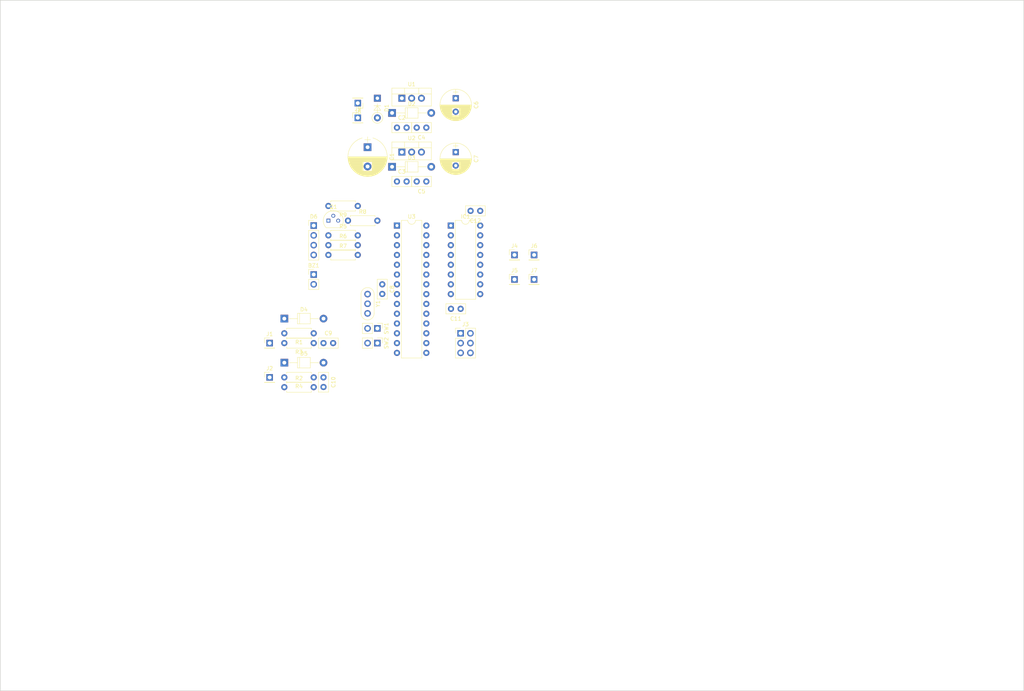
<source format=kicad_pcb>
(kicad_pcb (version 4) (host pcbnew 4.0.7+dfsg1-1~bpo9+1)

  (general
    (links 92)
    (no_connects 92)
    (area 13.894999 15.164999 282.015001 194.385001)
    (thickness 1.6)
    (drawings 4)
    (tracks 0)
    (zones 0)
    (modules 45)
    (nets 36)
  )

  (page A4)
  (layers
    (0 F.Cu signal)
    (31 B.Cu signal)
    (32 B.Adhes user)
    (33 F.Adhes user)
    (34 B.Paste user)
    (35 F.Paste user)
    (36 B.SilkS user)
    (37 F.SilkS user)
    (38 B.Mask user)
    (39 F.Mask user)
    (40 Dwgs.User user)
    (41 Cmts.User user)
    (42 Eco1.User user)
    (43 Eco2.User user)
    (44 Edge.Cuts user)
    (45 Margin user)
    (46 B.CrtYd user)
    (47 F.CrtYd user)
    (48 B.Fab user)
    (49 F.Fab user)
  )

  (setup
    (last_trace_width 0.25)
    (trace_clearance 0.2)
    (zone_clearance 0.508)
    (zone_45_only no)
    (trace_min 0.2)
    (segment_width 0.2)
    (edge_width 0.15)
    (via_size 0.6)
    (via_drill 0.4)
    (via_min_size 0.4)
    (via_min_drill 0.3)
    (uvia_size 0.3)
    (uvia_drill 0.1)
    (uvias_allowed no)
    (uvia_min_size 0.2)
    (uvia_min_drill 0.1)
    (pcb_text_width 0.3)
    (pcb_text_size 1.5 1.5)
    (mod_edge_width 0.15)
    (mod_text_size 1 1)
    (mod_text_width 0.15)
    (pad_size 1.524 1.524)
    (pad_drill 0.762)
    (pad_to_mask_clearance 0.2)
    (aux_axis_origin 0 0)
    (visible_elements FFFFFF7F)
    (pcbplotparams
      (layerselection 0x00030_80000001)
      (usegerberextensions false)
      (excludeedgelayer true)
      (linewidth 0.100000)
      (plotframeref false)
      (viasonmask false)
      (mode 1)
      (useauxorigin false)
      (hpglpennumber 1)
      (hpglpenspeed 20)
      (hpglpendiameter 15)
      (hpglpenoverlay 2)
      (psnegative false)
      (psa4output false)
      (plotreference true)
      (plotvalue true)
      (plotinvisibletext false)
      (padsonsilk false)
      (subtractmaskfromsilk false)
      (outputformat 1)
      (mirror false)
      (drillshape 1)
      (scaleselection 1)
      (outputdirectory ""))
  )

  (net 0 "")
  (net 1 "Net-(BZ1-Pad1)")
  (net 2 GND)
  (net 3 +9V)
  (net 4 +5V)
  (net 5 "Net-(C9-Pad1)")
  (net 6 "Net-(C10-Pad1)")
  (net 7 +12V)
  (net 8 "Net-(D6-Pad1)")
  (net 9 "Net-(D6-Pad2)")
  (net 10 "Net-(D6-Pad3)")
  (net 11 "Net-(D6-Pad4)")
  (net 12 "Net-(IC1-Pad2)")
  (net 13 "Net-(IC1-Pad10)")
  (net 14 "Net-(IC1-Pad3)")
  (net 15 "Net-(IC1-Pad11)")
  (net 16 "Net-(IC1-Pad6)")
  (net 17 "Net-(IC1-Pad14)")
  (net 18 "Net-(IC1-Pad7)")
  (net 19 "Net-(IC1-Pad15)")
  (net 20 "Net-(J1-Pad1)")
  (net 21 "Net-(J2-Pad1)")
  (net 22 "Net-(J3-Pad1)")
  (net 23 "Net-(J3-Pad3)")
  (net 24 "Net-(J3-Pad4)")
  (net 25 "Net-(J3-Pad5)")
  (net 26 "Net-(Q1-Pad3)")
  (net 27 "Net-(R5-Pad2)")
  (net 28 "Net-(R6-Pad2)")
  (net 29 "Net-(R7-Pad2)")
  (net 30 "Net-(R8-Pad2)")
  (net 31 "Net-(SW1-Pad1)")
  (net 32 "Net-(SW2-Pad1)")
  (net 33 "Net-(U3-Pad9)")
  (net 34 "Net-(U3-Pad10)")
  (net 35 "Net-(D1-Pad2)")

  (net_class Default "これは標準のネット クラスです。"
    (clearance 0.2)
    (trace_width 0.25)
    (via_dia 0.6)
    (via_drill 0.4)
    (uvia_dia 0.3)
    (uvia_drill 0.1)
    (add_net +12V)
    (add_net +5V)
    (add_net +9V)
    (add_net GND)
    (add_net "Net-(BZ1-Pad1)")
    (add_net "Net-(C10-Pad1)")
    (add_net "Net-(C9-Pad1)")
    (add_net "Net-(D1-Pad2)")
    (add_net "Net-(D6-Pad1)")
    (add_net "Net-(D6-Pad2)")
    (add_net "Net-(D6-Pad3)")
    (add_net "Net-(D6-Pad4)")
    (add_net "Net-(IC1-Pad10)")
    (add_net "Net-(IC1-Pad11)")
    (add_net "Net-(IC1-Pad14)")
    (add_net "Net-(IC1-Pad15)")
    (add_net "Net-(IC1-Pad2)")
    (add_net "Net-(IC1-Pad3)")
    (add_net "Net-(IC1-Pad6)")
    (add_net "Net-(IC1-Pad7)")
    (add_net "Net-(J1-Pad1)")
    (add_net "Net-(J2-Pad1)")
    (add_net "Net-(J3-Pad1)")
    (add_net "Net-(J3-Pad3)")
    (add_net "Net-(J3-Pad4)")
    (add_net "Net-(J3-Pad5)")
    (add_net "Net-(Q1-Pad3)")
    (add_net "Net-(R5-Pad2)")
    (add_net "Net-(R6-Pad2)")
    (add_net "Net-(R7-Pad2)")
    (add_net "Net-(R8-Pad2)")
    (add_net "Net-(SW1-Pad1)")
    (add_net "Net-(SW2-Pad1)")
    (add_net "Net-(U3-Pad10)")
    (add_net "Net-(U3-Pad9)")
  )

  (module Pin_Headers:Pin_Header_Straight_1x02_Pitch2.54mm placed (layer F.Cu) (tedit 59650532) (tstamp 5AD8281F)
    (at 97.79 86.36)
    (descr "Through hole straight pin header, 1x02, 2.54mm pitch, single row")
    (tags "Through hole pin header THT 1x02 2.54mm single row")
    (path /5AD87FC9)
    (fp_text reference BZ1 (at 0 -2.33) (layer F.SilkS)
      (effects (font (size 1 1) (thickness 0.15)))
    )
    (fp_text value Buzzer (at 0 4.87) (layer F.Fab)
      (effects (font (size 1 1) (thickness 0.15)))
    )
    (fp_line (start -0.635 -1.27) (end 1.27 -1.27) (layer F.Fab) (width 0.1))
    (fp_line (start 1.27 -1.27) (end 1.27 3.81) (layer F.Fab) (width 0.1))
    (fp_line (start 1.27 3.81) (end -1.27 3.81) (layer F.Fab) (width 0.1))
    (fp_line (start -1.27 3.81) (end -1.27 -0.635) (layer F.Fab) (width 0.1))
    (fp_line (start -1.27 -0.635) (end -0.635 -1.27) (layer F.Fab) (width 0.1))
    (fp_line (start -1.33 3.87) (end 1.33 3.87) (layer F.SilkS) (width 0.12))
    (fp_line (start -1.33 1.27) (end -1.33 3.87) (layer F.SilkS) (width 0.12))
    (fp_line (start 1.33 1.27) (end 1.33 3.87) (layer F.SilkS) (width 0.12))
    (fp_line (start -1.33 1.27) (end 1.33 1.27) (layer F.SilkS) (width 0.12))
    (fp_line (start -1.33 0) (end -1.33 -1.33) (layer F.SilkS) (width 0.12))
    (fp_line (start -1.33 -1.33) (end 0 -1.33) (layer F.SilkS) (width 0.12))
    (fp_line (start -1.8 -1.8) (end -1.8 4.35) (layer F.CrtYd) (width 0.05))
    (fp_line (start -1.8 4.35) (end 1.8 4.35) (layer F.CrtYd) (width 0.05))
    (fp_line (start 1.8 4.35) (end 1.8 -1.8) (layer F.CrtYd) (width 0.05))
    (fp_line (start 1.8 -1.8) (end -1.8 -1.8) (layer F.CrtYd) (width 0.05))
    (fp_text user %R (at 0 1.27 90) (layer F.Fab)
      (effects (font (size 1 1) (thickness 0.15)))
    )
    (pad 1 thru_hole rect (at 0 0) (size 1.7 1.7) (drill 1) (layers *.Cu *.Mask)
      (net 1 "Net-(BZ1-Pad1)"))
    (pad 2 thru_hole oval (at 0 2.54) (size 1.7 1.7) (drill 1) (layers *.Cu *.Mask)
      (net 2 GND))
    (model ${KISYS3DMOD}/Pin_Headers.3dshapes/Pin_Header_Straight_1x02_Pitch2.54mm.wrl
      (at (xyz 0 0 0))
      (scale (xyz 1 1 1))
      (rotate (xyz 0 0 0))
    )
  )

  (module Capacitors_THT:CP_Radial_D10.0mm_P5.00mm placed (layer F.Cu) (tedit 597BC7C2) (tstamp 5AD82825)
    (at 111.76 53.34 270)
    (descr "CP, Radial series, Radial, pin pitch=5.00mm, , diameter=10mm, Electrolytic Capacitor")
    (tags "CP Radial series Radial pin pitch 5.00mm  diameter 10mm Electrolytic Capacitor")
    (path /5AD7C3B1)
    (fp_text reference C1 (at 2.5 -6.31 270) (layer F.SilkS)
      (effects (font (size 1 1) (thickness 0.15)))
    )
    (fp_text value 470uF (at 2.5 6.31 270) (layer F.Fab)
      (effects (font (size 1 1) (thickness 0.15)))
    )
    (fp_arc (start 2.5 0) (end -2.399357 -1.38) (angle 148.5) (layer F.SilkS) (width 0.12))
    (fp_arc (start 2.5 0) (end -2.399357 1.38) (angle -148.5) (layer F.SilkS) (width 0.12))
    (fp_arc (start 2.5 0) (end 7.399357 -1.38) (angle 31.5) (layer F.SilkS) (width 0.12))
    (fp_circle (center 2.5 0) (end 7.5 0) (layer F.Fab) (width 0.1))
    (fp_line (start -2.7 0) (end -1.2 0) (layer F.Fab) (width 0.1))
    (fp_line (start -1.95 -0.75) (end -1.95 0.75) (layer F.Fab) (width 0.1))
    (fp_line (start 2.5 -5.05) (end 2.5 5.05) (layer F.SilkS) (width 0.12))
    (fp_line (start 2.54 -5.05) (end 2.54 5.05) (layer F.SilkS) (width 0.12))
    (fp_line (start 2.58 -5.05) (end 2.58 5.05) (layer F.SilkS) (width 0.12))
    (fp_line (start 2.62 -5.049) (end 2.62 5.049) (layer F.SilkS) (width 0.12))
    (fp_line (start 2.66 -5.048) (end 2.66 5.048) (layer F.SilkS) (width 0.12))
    (fp_line (start 2.7 -5.047) (end 2.7 5.047) (layer F.SilkS) (width 0.12))
    (fp_line (start 2.74 -5.045) (end 2.74 5.045) (layer F.SilkS) (width 0.12))
    (fp_line (start 2.78 -5.043) (end 2.78 5.043) (layer F.SilkS) (width 0.12))
    (fp_line (start 2.82 -5.04) (end 2.82 5.04) (layer F.SilkS) (width 0.12))
    (fp_line (start 2.86 -5.038) (end 2.86 5.038) (layer F.SilkS) (width 0.12))
    (fp_line (start 2.9 -5.035) (end 2.9 5.035) (layer F.SilkS) (width 0.12))
    (fp_line (start 2.94 -5.031) (end 2.94 5.031) (layer F.SilkS) (width 0.12))
    (fp_line (start 2.98 -5.028) (end 2.98 5.028) (layer F.SilkS) (width 0.12))
    (fp_line (start 3.02 -5.024) (end 3.02 5.024) (layer F.SilkS) (width 0.12))
    (fp_line (start 3.06 -5.02) (end 3.06 5.02) (layer F.SilkS) (width 0.12))
    (fp_line (start 3.1 -5.015) (end 3.1 5.015) (layer F.SilkS) (width 0.12))
    (fp_line (start 3.14 -5.01) (end 3.14 5.01) (layer F.SilkS) (width 0.12))
    (fp_line (start 3.18 -5.005) (end 3.18 5.005) (layer F.SilkS) (width 0.12))
    (fp_line (start 3.221 -4.999) (end 3.221 4.999) (layer F.SilkS) (width 0.12))
    (fp_line (start 3.261 -4.993) (end 3.261 4.993) (layer F.SilkS) (width 0.12))
    (fp_line (start 3.301 -4.987) (end 3.301 4.987) (layer F.SilkS) (width 0.12))
    (fp_line (start 3.341 -4.981) (end 3.341 4.981) (layer F.SilkS) (width 0.12))
    (fp_line (start 3.381 -4.974) (end 3.381 4.974) (layer F.SilkS) (width 0.12))
    (fp_line (start 3.421 -4.967) (end 3.421 4.967) (layer F.SilkS) (width 0.12))
    (fp_line (start 3.461 -4.959) (end 3.461 4.959) (layer F.SilkS) (width 0.12))
    (fp_line (start 3.501 -4.951) (end 3.501 4.951) (layer F.SilkS) (width 0.12))
    (fp_line (start 3.541 -4.943) (end 3.541 4.943) (layer F.SilkS) (width 0.12))
    (fp_line (start 3.581 -4.935) (end 3.581 4.935) (layer F.SilkS) (width 0.12))
    (fp_line (start 3.621 -4.926) (end 3.621 4.926) (layer F.SilkS) (width 0.12))
    (fp_line (start 3.661 -4.917) (end 3.661 4.917) (layer F.SilkS) (width 0.12))
    (fp_line (start 3.701 -4.907) (end 3.701 4.907) (layer F.SilkS) (width 0.12))
    (fp_line (start 3.741 -4.897) (end 3.741 4.897) (layer F.SilkS) (width 0.12))
    (fp_line (start 3.781 -4.887) (end 3.781 4.887) (layer F.SilkS) (width 0.12))
    (fp_line (start 3.821 -4.876) (end 3.821 -1.181) (layer F.SilkS) (width 0.12))
    (fp_line (start 3.821 1.181) (end 3.821 4.876) (layer F.SilkS) (width 0.12))
    (fp_line (start 3.861 -4.865) (end 3.861 -1.181) (layer F.SilkS) (width 0.12))
    (fp_line (start 3.861 1.181) (end 3.861 4.865) (layer F.SilkS) (width 0.12))
    (fp_line (start 3.901 -4.854) (end 3.901 -1.181) (layer F.SilkS) (width 0.12))
    (fp_line (start 3.901 1.181) (end 3.901 4.854) (layer F.SilkS) (width 0.12))
    (fp_line (start 3.941 -4.843) (end 3.941 -1.181) (layer F.SilkS) (width 0.12))
    (fp_line (start 3.941 1.181) (end 3.941 4.843) (layer F.SilkS) (width 0.12))
    (fp_line (start 3.981 -4.831) (end 3.981 -1.181) (layer F.SilkS) (width 0.12))
    (fp_line (start 3.981 1.181) (end 3.981 4.831) (layer F.SilkS) (width 0.12))
    (fp_line (start 4.021 -4.818) (end 4.021 -1.181) (layer F.SilkS) (width 0.12))
    (fp_line (start 4.021 1.181) (end 4.021 4.818) (layer F.SilkS) (width 0.12))
    (fp_line (start 4.061 -4.806) (end 4.061 -1.181) (layer F.SilkS) (width 0.12))
    (fp_line (start 4.061 1.181) (end 4.061 4.806) (layer F.SilkS) (width 0.12))
    (fp_line (start 4.101 -4.792) (end 4.101 -1.181) (layer F.SilkS) (width 0.12))
    (fp_line (start 4.101 1.181) (end 4.101 4.792) (layer F.SilkS) (width 0.12))
    (fp_line (start 4.141 -4.779) (end 4.141 -1.181) (layer F.SilkS) (width 0.12))
    (fp_line (start 4.141 1.181) (end 4.141 4.779) (layer F.SilkS) (width 0.12))
    (fp_line (start 4.181 -4.765) (end 4.181 -1.181) (layer F.SilkS) (width 0.12))
    (fp_line (start 4.181 1.181) (end 4.181 4.765) (layer F.SilkS) (width 0.12))
    (fp_line (start 4.221 -4.751) (end 4.221 -1.181) (layer F.SilkS) (width 0.12))
    (fp_line (start 4.221 1.181) (end 4.221 4.751) (layer F.SilkS) (width 0.12))
    (fp_line (start 4.261 -4.737) (end 4.261 -1.181) (layer F.SilkS) (width 0.12))
    (fp_line (start 4.261 1.181) (end 4.261 4.737) (layer F.SilkS) (width 0.12))
    (fp_line (start 4.301 -4.722) (end 4.301 -1.181) (layer F.SilkS) (width 0.12))
    (fp_line (start 4.301 1.181) (end 4.301 4.722) (layer F.SilkS) (width 0.12))
    (fp_line (start 4.341 -4.706) (end 4.341 -1.181) (layer F.SilkS) (width 0.12))
    (fp_line (start 4.341 1.181) (end 4.341 4.706) (layer F.SilkS) (width 0.12))
    (fp_line (start 4.381 -4.691) (end 4.381 -1.181) (layer F.SilkS) (width 0.12))
    (fp_line (start 4.381 1.181) (end 4.381 4.691) (layer F.SilkS) (width 0.12))
    (fp_line (start 4.421 -4.674) (end 4.421 -1.181) (layer F.SilkS) (width 0.12))
    (fp_line (start 4.421 1.181) (end 4.421 4.674) (layer F.SilkS) (width 0.12))
    (fp_line (start 4.461 -4.658) (end 4.461 -1.181) (layer F.SilkS) (width 0.12))
    (fp_line (start 4.461 1.181) (end 4.461 4.658) (layer F.SilkS) (width 0.12))
    (fp_line (start 4.501 -4.641) (end 4.501 -1.181) (layer F.SilkS) (width 0.12))
    (fp_line (start 4.501 1.181) (end 4.501 4.641) (layer F.SilkS) (width 0.12))
    (fp_line (start 4.541 -4.624) (end 4.541 -1.181) (layer F.SilkS) (width 0.12))
    (fp_line (start 4.541 1.181) (end 4.541 4.624) (layer F.SilkS) (width 0.12))
    (fp_line (start 4.581 -4.606) (end 4.581 -1.181) (layer F.SilkS) (width 0.12))
    (fp_line (start 4.581 1.181) (end 4.581 4.606) (layer F.SilkS) (width 0.12))
    (fp_line (start 4.621 -4.588) (end 4.621 -1.181) (layer F.SilkS) (width 0.12))
    (fp_line (start 4.621 1.181) (end 4.621 4.588) (layer F.SilkS) (width 0.12))
    (fp_line (start 4.661 -4.569) (end 4.661 -1.181) (layer F.SilkS) (width 0.12))
    (fp_line (start 4.661 1.181) (end 4.661 4.569) (layer F.SilkS) (width 0.12))
    (fp_line (start 4.701 -4.55) (end 4.701 -1.181) (layer F.SilkS) (width 0.12))
    (fp_line (start 4.701 1.181) (end 4.701 4.55) (layer F.SilkS) (width 0.12))
    (fp_line (start 4.741 -4.531) (end 4.741 -1.181) (layer F.SilkS) (width 0.12))
    (fp_line (start 4.741 1.181) (end 4.741 4.531) (layer F.SilkS) (width 0.12))
    (fp_line (start 4.781 -4.511) (end 4.781 -1.181) (layer F.SilkS) (width 0.12))
    (fp_line (start 4.781 1.181) (end 4.781 4.511) (layer F.SilkS) (width 0.12))
    (fp_line (start 4.821 -4.491) (end 4.821 -1.181) (layer F.SilkS) (width 0.12))
    (fp_line (start 4.821 1.181) (end 4.821 4.491) (layer F.SilkS) (width 0.12))
    (fp_line (start 4.861 -4.47) (end 4.861 -1.181) (layer F.SilkS) (width 0.12))
    (fp_line (start 4.861 1.181) (end 4.861 4.47) (layer F.SilkS) (width 0.12))
    (fp_line (start 4.901 -4.449) (end 4.901 -1.181) (layer F.SilkS) (width 0.12))
    (fp_line (start 4.901 1.181) (end 4.901 4.449) (layer F.SilkS) (width 0.12))
    (fp_line (start 4.941 -4.428) (end 4.941 -1.181) (layer F.SilkS) (width 0.12))
    (fp_line (start 4.941 1.181) (end 4.941 4.428) (layer F.SilkS) (width 0.12))
    (fp_line (start 4.981 -4.405) (end 4.981 -1.181) (layer F.SilkS) (width 0.12))
    (fp_line (start 4.981 1.181) (end 4.981 4.405) (layer F.SilkS) (width 0.12))
    (fp_line (start 5.021 -4.383) (end 5.021 -1.181) (layer F.SilkS) (width 0.12))
    (fp_line (start 5.021 1.181) (end 5.021 4.383) (layer F.SilkS) (width 0.12))
    (fp_line (start 5.061 -4.36) (end 5.061 -1.181) (layer F.SilkS) (width 0.12))
    (fp_line (start 5.061 1.181) (end 5.061 4.36) (layer F.SilkS) (width 0.12))
    (fp_line (start 5.101 -4.336) (end 5.101 -1.181) (layer F.SilkS) (width 0.12))
    (fp_line (start 5.101 1.181) (end 5.101 4.336) (layer F.SilkS) (width 0.12))
    (fp_line (start 5.141 -4.312) (end 5.141 -1.181) (layer F.SilkS) (width 0.12))
    (fp_line (start 5.141 1.181) (end 5.141 4.312) (layer F.SilkS) (width 0.12))
    (fp_line (start 5.181 -4.288) (end 5.181 -1.181) (layer F.SilkS) (width 0.12))
    (fp_line (start 5.181 1.181) (end 5.181 4.288) (layer F.SilkS) (width 0.12))
    (fp_line (start 5.221 -4.263) (end 5.221 -1.181) (layer F.SilkS) (width 0.12))
    (fp_line (start 5.221 1.181) (end 5.221 4.263) (layer F.SilkS) (width 0.12))
    (fp_line (start 5.261 -4.237) (end 5.261 -1.181) (layer F.SilkS) (width 0.12))
    (fp_line (start 5.261 1.181) (end 5.261 4.237) (layer F.SilkS) (width 0.12))
    (fp_line (start 5.301 -4.211) (end 5.301 -1.181) (layer F.SilkS) (width 0.12))
    (fp_line (start 5.301 1.181) (end 5.301 4.211) (layer F.SilkS) (width 0.12))
    (fp_line (start 5.341 -4.185) (end 5.341 -1.181) (layer F.SilkS) (width 0.12))
    (fp_line (start 5.341 1.181) (end 5.341 4.185) (layer F.SilkS) (width 0.12))
    (fp_line (start 5.381 -4.157) (end 5.381 -1.181) (layer F.SilkS) (width 0.12))
    (fp_line (start 5.381 1.181) (end 5.381 4.157) (layer F.SilkS) (width 0.12))
    (fp_line (start 5.421 -4.13) (end 5.421 -1.181) (layer F.SilkS) (width 0.12))
    (fp_line (start 5.421 1.181) (end 5.421 4.13) (layer F.SilkS) (width 0.12))
    (fp_line (start 5.461 -4.101) (end 5.461 -1.181) (layer F.SilkS) (width 0.12))
    (fp_line (start 5.461 1.181) (end 5.461 4.101) (layer F.SilkS) (width 0.12))
    (fp_line (start 5.501 -4.072) (end 5.501 -1.181) (layer F.SilkS) (width 0.12))
    (fp_line (start 5.501 1.181) (end 5.501 4.072) (layer F.SilkS) (width 0.12))
    (fp_line (start 5.541 -4.043) (end 5.541 -1.181) (layer F.SilkS) (width 0.12))
    (fp_line (start 5.541 1.181) (end 5.541 4.043) (layer F.SilkS) (width 0.12))
    (fp_line (start 5.581 -4.013) (end 5.581 -1.181) (layer F.SilkS) (width 0.12))
    (fp_line (start 5.581 1.181) (end 5.581 4.013) (layer F.SilkS) (width 0.12))
    (fp_line (start 5.621 -3.982) (end 5.621 -1.181) (layer F.SilkS) (width 0.12))
    (fp_line (start 5.621 1.181) (end 5.621 3.982) (layer F.SilkS) (width 0.12))
    (fp_line (start 5.661 -3.951) (end 5.661 -1.181) (layer F.SilkS) (width 0.12))
    (fp_line (start 5.661 1.181) (end 5.661 3.951) (layer F.SilkS) (width 0.12))
    (fp_line (start 5.701 -3.919) (end 5.701 -1.181) (layer F.SilkS) (width 0.12))
    (fp_line (start 5.701 1.181) (end 5.701 3.919) (layer F.SilkS) (width 0.12))
    (fp_line (start 5.741 -3.886) (end 5.741 -1.181) (layer F.SilkS) (width 0.12))
    (fp_line (start 5.741 1.181) (end 5.741 3.886) (layer F.SilkS) (width 0.12))
    (fp_line (start 5.781 -3.853) (end 5.781 -1.181) (layer F.SilkS) (width 0.12))
    (fp_line (start 5.781 1.181) (end 5.781 3.853) (layer F.SilkS) (width 0.12))
    (fp_line (start 5.821 -3.819) (end 5.821 -1.181) (layer F.SilkS) (width 0.12))
    (fp_line (start 5.821 1.181) (end 5.821 3.819) (layer F.SilkS) (width 0.12))
    (fp_line (start 5.861 -3.784) (end 5.861 -1.181) (layer F.SilkS) (width 0.12))
    (fp_line (start 5.861 1.181) (end 5.861 3.784) (layer F.SilkS) (width 0.12))
    (fp_line (start 5.901 -3.748) (end 5.901 -1.181) (layer F.SilkS) (width 0.12))
    (fp_line (start 5.901 1.181) (end 5.901 3.748) (layer F.SilkS) (width 0.12))
    (fp_line (start 5.941 -3.712) (end 5.941 -1.181) (layer F.SilkS) (width 0.12))
    (fp_line (start 5.941 1.181) (end 5.941 3.712) (layer F.SilkS) (width 0.12))
    (fp_line (start 5.981 -3.675) (end 5.981 -1.181) (layer F.SilkS) (width 0.12))
    (fp_line (start 5.981 1.181) (end 5.981 3.675) (layer F.SilkS) (width 0.12))
    (fp_line (start 6.021 -3.637) (end 6.021 -1.181) (layer F.SilkS) (width 0.12))
    (fp_line (start 6.021 1.181) (end 6.021 3.637) (layer F.SilkS) (width 0.12))
    (fp_line (start 6.061 -3.598) (end 6.061 -1.181) (layer F.SilkS) (width 0.12))
    (fp_line (start 6.061 1.181) (end 6.061 3.598) (layer F.SilkS) (width 0.12))
    (fp_line (start 6.101 -3.559) (end 6.101 -1.181) (layer F.SilkS) (width 0.12))
    (fp_line (start 6.101 1.181) (end 6.101 3.559) (layer F.SilkS) (width 0.12))
    (fp_line (start 6.141 -3.518) (end 6.141 -1.181) (layer F.SilkS) (width 0.12))
    (fp_line (start 6.141 1.181) (end 6.141 3.518) (layer F.SilkS) (width 0.12))
    (fp_line (start 6.181 -3.477) (end 6.181 3.477) (layer F.SilkS) (width 0.12))
    (fp_line (start 6.221 -3.435) (end 6.221 3.435) (layer F.SilkS) (width 0.12))
    (fp_line (start 6.261 -3.391) (end 6.261 3.391) (layer F.SilkS) (width 0.12))
    (fp_line (start 6.301 -3.347) (end 6.301 3.347) (layer F.SilkS) (width 0.12))
    (fp_line (start 6.341 -3.302) (end 6.341 3.302) (layer F.SilkS) (width 0.12))
    (fp_line (start 6.381 -3.255) (end 6.381 3.255) (layer F.SilkS) (width 0.12))
    (fp_line (start 6.421 -3.207) (end 6.421 3.207) (layer F.SilkS) (width 0.12))
    (fp_line (start 6.461 -3.158) (end 6.461 3.158) (layer F.SilkS) (width 0.12))
    (fp_line (start 6.501 -3.108) (end 6.501 3.108) (layer F.SilkS) (width 0.12))
    (fp_line (start 6.541 -3.057) (end 6.541 3.057) (layer F.SilkS) (width 0.12))
    (fp_line (start 6.581 -3.004) (end 6.581 3.004) (layer F.SilkS) (width 0.12))
    (fp_line (start 6.621 -2.949) (end 6.621 2.949) (layer F.SilkS) (width 0.12))
    (fp_line (start 6.661 -2.894) (end 6.661 2.894) (layer F.SilkS) (width 0.12))
    (fp_line (start 6.701 -2.836) (end 6.701 2.836) (layer F.SilkS) (width 0.12))
    (fp_line (start 6.741 -2.777) (end 6.741 2.777) (layer F.SilkS) (width 0.12))
    (fp_line (start 6.781 -2.715) (end 6.781 2.715) (layer F.SilkS) (width 0.12))
    (fp_line (start 6.821 -2.652) (end 6.821 2.652) (layer F.SilkS) (width 0.12))
    (fp_line (start 6.861 -2.587) (end 6.861 2.587) (layer F.SilkS) (width 0.12))
    (fp_line (start 6.901 -2.519) (end 6.901 2.519) (layer F.SilkS) (width 0.12))
    (fp_line (start 6.941 -2.449) (end 6.941 2.449) (layer F.SilkS) (width 0.12))
    (fp_line (start 6.981 -2.377) (end 6.981 2.377) (layer F.SilkS) (width 0.12))
    (fp_line (start 7.021 -2.301) (end 7.021 2.301) (layer F.SilkS) (width 0.12))
    (fp_line (start 7.061 -2.222) (end 7.061 2.222) (layer F.SilkS) (width 0.12))
    (fp_line (start 7.101 -2.14) (end 7.101 2.14) (layer F.SilkS) (width 0.12))
    (fp_line (start 7.141 -2.053) (end 7.141 2.053) (layer F.SilkS) (width 0.12))
    (fp_line (start 7.181 -1.962) (end 7.181 1.962) (layer F.SilkS) (width 0.12))
    (fp_line (start 7.221 -1.866) (end 7.221 1.866) (layer F.SilkS) (width 0.12))
    (fp_line (start 7.261 -1.763) (end 7.261 1.763) (layer F.SilkS) (width 0.12))
    (fp_line (start 7.301 -1.654) (end 7.301 1.654) (layer F.SilkS) (width 0.12))
    (fp_line (start 7.341 -1.536) (end 7.341 1.536) (layer F.SilkS) (width 0.12))
    (fp_line (start 7.381 -1.407) (end 7.381 1.407) (layer F.SilkS) (width 0.12))
    (fp_line (start 7.421 -1.265) (end 7.421 1.265) (layer F.SilkS) (width 0.12))
    (fp_line (start 7.461 -1.104) (end 7.461 1.104) (layer F.SilkS) (width 0.12))
    (fp_line (start 7.501 -0.913) (end 7.501 0.913) (layer F.SilkS) (width 0.12))
    (fp_line (start 7.541 -0.672) (end 7.541 0.672) (layer F.SilkS) (width 0.12))
    (fp_line (start 7.581 -0.279) (end 7.581 0.279) (layer F.SilkS) (width 0.12))
    (fp_line (start -2.7 0) (end -1.2 0) (layer F.SilkS) (width 0.12))
    (fp_line (start -1.95 -0.75) (end -1.95 0.75) (layer F.SilkS) (width 0.12))
    (fp_line (start -2.85 -5.35) (end -2.85 5.35) (layer F.CrtYd) (width 0.05))
    (fp_line (start -2.85 5.35) (end 7.85 5.35) (layer F.CrtYd) (width 0.05))
    (fp_line (start 7.85 5.35) (end 7.85 -5.35) (layer F.CrtYd) (width 0.05))
    (fp_line (start 7.85 -5.35) (end -2.85 -5.35) (layer F.CrtYd) (width 0.05))
    (fp_text user %R (at 2.5 0 270) (layer F.Fab)
      (effects (font (size 1 1) (thickness 0.15)))
    )
    (pad 1 thru_hole rect (at 0 0 270) (size 2 2) (drill 1) (layers *.Cu *.Mask)
      (net 7 +12V))
    (pad 2 thru_hole circle (at 5 0 270) (size 2 2) (drill 1) (layers *.Cu *.Mask)
      (net 2 GND))
    (model ${KISYS3DMOD}/Capacitors_THT.3dshapes/CP_Radial_D10.0mm_P5.00mm.wrl
      (at (xyz 0 0 0))
      (scale (xyz 1 1 1))
      (rotate (xyz 0 0 0))
    )
  )

  (module Capacitors_THT:C_Disc_D5.0mm_W2.5mm_P2.50mm placed (layer F.Cu) (tedit 597BC7C2) (tstamp 5AD8282B)
    (at 119.38 48.26)
    (descr "C, Disc series, Radial, pin pitch=2.50mm, , diameter*width=5*2.5mm^2, Capacitor, http://cdn-reichelt.de/documents/datenblatt/B300/DS_KERKO_TC.pdf")
    (tags "C Disc series Radial pin pitch 2.50mm  diameter 5mm width 2.5mm Capacitor")
    (path /5AD7C13A)
    (fp_text reference C2 (at 1.25 -2.56) (layer F.SilkS)
      (effects (font (size 1 1) (thickness 0.15)))
    )
    (fp_text value 0.1uF (at 1.25 2.56) (layer F.Fab)
      (effects (font (size 1 1) (thickness 0.15)))
    )
    (fp_line (start -1.25 -1.25) (end -1.25 1.25) (layer F.Fab) (width 0.1))
    (fp_line (start -1.25 1.25) (end 3.75 1.25) (layer F.Fab) (width 0.1))
    (fp_line (start 3.75 1.25) (end 3.75 -1.25) (layer F.Fab) (width 0.1))
    (fp_line (start 3.75 -1.25) (end -1.25 -1.25) (layer F.Fab) (width 0.1))
    (fp_line (start -1.31 -1.31) (end 3.81 -1.31) (layer F.SilkS) (width 0.12))
    (fp_line (start -1.31 1.31) (end 3.81 1.31) (layer F.SilkS) (width 0.12))
    (fp_line (start -1.31 -1.31) (end -1.31 1.31) (layer F.SilkS) (width 0.12))
    (fp_line (start 3.81 -1.31) (end 3.81 1.31) (layer F.SilkS) (width 0.12))
    (fp_line (start -1.6 -1.6) (end -1.6 1.6) (layer F.CrtYd) (width 0.05))
    (fp_line (start -1.6 1.6) (end 4.1 1.6) (layer F.CrtYd) (width 0.05))
    (fp_line (start 4.1 1.6) (end 4.1 -1.6) (layer F.CrtYd) (width 0.05))
    (fp_line (start 4.1 -1.6) (end -1.6 -1.6) (layer F.CrtYd) (width 0.05))
    (fp_text user %R (at 1.25 0) (layer F.Fab)
      (effects (font (size 1 1) (thickness 0.15)))
    )
    (pad 1 thru_hole circle (at 0 0) (size 1.6 1.6) (drill 0.8) (layers *.Cu *.Mask)
      (net 7 +12V))
    (pad 2 thru_hole circle (at 2.5 0) (size 1.6 1.6) (drill 0.8) (layers *.Cu *.Mask)
      (net 2 GND))
    (model ${KISYS3DMOD}/Capacitors_THT.3dshapes/C_Disc_D5.0mm_W2.5mm_P2.50mm.wrl
      (at (xyz 0 0 0))
      (scale (xyz 1 1 1))
      (rotate (xyz 0 0 0))
    )
  )

  (module Capacitors_THT:C_Disc_D5.0mm_W2.5mm_P2.50mm placed (layer F.Cu) (tedit 597BC7C2) (tstamp 5AD82831)
    (at 119.38 62.23)
    (descr "C, Disc series, Radial, pin pitch=2.50mm, , diameter*width=5*2.5mm^2, Capacitor, http://cdn-reichelt.de/documents/datenblatt/B300/DS_KERKO_TC.pdf")
    (tags "C Disc series Radial pin pitch 2.50mm  diameter 5mm width 2.5mm Capacitor")
    (path /5AD7C194)
    (fp_text reference C3 (at 1.25 -2.56) (layer F.SilkS)
      (effects (font (size 1 1) (thickness 0.15)))
    )
    (fp_text value 0.1uF (at 1.25 2.56) (layer F.Fab)
      (effects (font (size 1 1) (thickness 0.15)))
    )
    (fp_line (start -1.25 -1.25) (end -1.25 1.25) (layer F.Fab) (width 0.1))
    (fp_line (start -1.25 1.25) (end 3.75 1.25) (layer F.Fab) (width 0.1))
    (fp_line (start 3.75 1.25) (end 3.75 -1.25) (layer F.Fab) (width 0.1))
    (fp_line (start 3.75 -1.25) (end -1.25 -1.25) (layer F.Fab) (width 0.1))
    (fp_line (start -1.31 -1.31) (end 3.81 -1.31) (layer F.SilkS) (width 0.12))
    (fp_line (start -1.31 1.31) (end 3.81 1.31) (layer F.SilkS) (width 0.12))
    (fp_line (start -1.31 -1.31) (end -1.31 1.31) (layer F.SilkS) (width 0.12))
    (fp_line (start 3.81 -1.31) (end 3.81 1.31) (layer F.SilkS) (width 0.12))
    (fp_line (start -1.6 -1.6) (end -1.6 1.6) (layer F.CrtYd) (width 0.05))
    (fp_line (start -1.6 1.6) (end 4.1 1.6) (layer F.CrtYd) (width 0.05))
    (fp_line (start 4.1 1.6) (end 4.1 -1.6) (layer F.CrtYd) (width 0.05))
    (fp_line (start 4.1 -1.6) (end -1.6 -1.6) (layer F.CrtYd) (width 0.05))
    (fp_text user %R (at 1.25 0) (layer F.Fab)
      (effects (font (size 1 1) (thickness 0.15)))
    )
    (pad 1 thru_hole circle (at 0 0) (size 1.6 1.6) (drill 0.8) (layers *.Cu *.Mask)
      (net 7 +12V))
    (pad 2 thru_hole circle (at 2.5 0) (size 1.6 1.6) (drill 0.8) (layers *.Cu *.Mask)
      (net 2 GND))
    (model ${KISYS3DMOD}/Capacitors_THT.3dshapes/C_Disc_D5.0mm_W2.5mm_P2.50mm.wrl
      (at (xyz 0 0 0))
      (scale (xyz 1 1 1))
      (rotate (xyz 0 0 0))
    )
  )

  (module Capacitors_THT:C_Disc_D5.0mm_W2.5mm_P2.50mm placed (layer F.Cu) (tedit 597BC7C2) (tstamp 5AD82837)
    (at 127 48.26 180)
    (descr "C, Disc series, Radial, pin pitch=2.50mm, , diameter*width=5*2.5mm^2, Capacitor, http://cdn-reichelt.de/documents/datenblatt/B300/DS_KERKO_TC.pdf")
    (tags "C Disc series Radial pin pitch 2.50mm  diameter 5mm width 2.5mm Capacitor")
    (path /5AD7C163)
    (fp_text reference C4 (at 1.25 -2.56 180) (layer F.SilkS)
      (effects (font (size 1 1) (thickness 0.15)))
    )
    (fp_text value 0.1uF (at 1.25 2.56 180) (layer F.Fab)
      (effects (font (size 1 1) (thickness 0.15)))
    )
    (fp_line (start -1.25 -1.25) (end -1.25 1.25) (layer F.Fab) (width 0.1))
    (fp_line (start -1.25 1.25) (end 3.75 1.25) (layer F.Fab) (width 0.1))
    (fp_line (start 3.75 1.25) (end 3.75 -1.25) (layer F.Fab) (width 0.1))
    (fp_line (start 3.75 -1.25) (end -1.25 -1.25) (layer F.Fab) (width 0.1))
    (fp_line (start -1.31 -1.31) (end 3.81 -1.31) (layer F.SilkS) (width 0.12))
    (fp_line (start -1.31 1.31) (end 3.81 1.31) (layer F.SilkS) (width 0.12))
    (fp_line (start -1.31 -1.31) (end -1.31 1.31) (layer F.SilkS) (width 0.12))
    (fp_line (start 3.81 -1.31) (end 3.81 1.31) (layer F.SilkS) (width 0.12))
    (fp_line (start -1.6 -1.6) (end -1.6 1.6) (layer F.CrtYd) (width 0.05))
    (fp_line (start -1.6 1.6) (end 4.1 1.6) (layer F.CrtYd) (width 0.05))
    (fp_line (start 4.1 1.6) (end 4.1 -1.6) (layer F.CrtYd) (width 0.05))
    (fp_line (start 4.1 -1.6) (end -1.6 -1.6) (layer F.CrtYd) (width 0.05))
    (fp_text user %R (at 1.25 0 180) (layer F.Fab)
      (effects (font (size 1 1) (thickness 0.15)))
    )
    (pad 1 thru_hole circle (at 0 0 180) (size 1.6 1.6) (drill 0.8) (layers *.Cu *.Mask)
      (net 3 +9V))
    (pad 2 thru_hole circle (at 2.5 0 180) (size 1.6 1.6) (drill 0.8) (layers *.Cu *.Mask)
      (net 2 GND))
    (model ${KISYS3DMOD}/Capacitors_THT.3dshapes/C_Disc_D5.0mm_W2.5mm_P2.50mm.wrl
      (at (xyz 0 0 0))
      (scale (xyz 1 1 1))
      (rotate (xyz 0 0 0))
    )
  )

  (module Capacitors_THT:C_Disc_D5.0mm_W2.5mm_P2.50mm placed (layer F.Cu) (tedit 597BC7C2) (tstamp 5AD8283D)
    (at 127 62.23 180)
    (descr "C, Disc series, Radial, pin pitch=2.50mm, , diameter*width=5*2.5mm^2, Capacitor, http://cdn-reichelt.de/documents/datenblatt/B300/DS_KERKO_TC.pdf")
    (tags "C Disc series Radial pin pitch 2.50mm  diameter 5mm width 2.5mm Capacitor")
    (path /5AD7C1BD)
    (fp_text reference C5 (at 1.25 -2.56 180) (layer F.SilkS)
      (effects (font (size 1 1) (thickness 0.15)))
    )
    (fp_text value 0.1uF (at 1.25 2.56 180) (layer F.Fab)
      (effects (font (size 1 1) (thickness 0.15)))
    )
    (fp_line (start -1.25 -1.25) (end -1.25 1.25) (layer F.Fab) (width 0.1))
    (fp_line (start -1.25 1.25) (end 3.75 1.25) (layer F.Fab) (width 0.1))
    (fp_line (start 3.75 1.25) (end 3.75 -1.25) (layer F.Fab) (width 0.1))
    (fp_line (start 3.75 -1.25) (end -1.25 -1.25) (layer F.Fab) (width 0.1))
    (fp_line (start -1.31 -1.31) (end 3.81 -1.31) (layer F.SilkS) (width 0.12))
    (fp_line (start -1.31 1.31) (end 3.81 1.31) (layer F.SilkS) (width 0.12))
    (fp_line (start -1.31 -1.31) (end -1.31 1.31) (layer F.SilkS) (width 0.12))
    (fp_line (start 3.81 -1.31) (end 3.81 1.31) (layer F.SilkS) (width 0.12))
    (fp_line (start -1.6 -1.6) (end -1.6 1.6) (layer F.CrtYd) (width 0.05))
    (fp_line (start -1.6 1.6) (end 4.1 1.6) (layer F.CrtYd) (width 0.05))
    (fp_line (start 4.1 1.6) (end 4.1 -1.6) (layer F.CrtYd) (width 0.05))
    (fp_line (start 4.1 -1.6) (end -1.6 -1.6) (layer F.CrtYd) (width 0.05))
    (fp_text user %R (at 1.25 0 180) (layer F.Fab)
      (effects (font (size 1 1) (thickness 0.15)))
    )
    (pad 1 thru_hole circle (at 0 0 180) (size 1.6 1.6) (drill 0.8) (layers *.Cu *.Mask)
      (net 4 +5V))
    (pad 2 thru_hole circle (at 2.5 0 180) (size 1.6 1.6) (drill 0.8) (layers *.Cu *.Mask)
      (net 2 GND))
    (model ${KISYS3DMOD}/Capacitors_THT.3dshapes/C_Disc_D5.0mm_W2.5mm_P2.50mm.wrl
      (at (xyz 0 0 0))
      (scale (xyz 1 1 1))
      (rotate (xyz 0 0 0))
    )
  )

  (module Capacitors_THT:CP_Radial_D8.0mm_P3.50mm placed (layer F.Cu) (tedit 597BC7C2) (tstamp 5AD82843)
    (at 134.62 40.64 270)
    (descr "CP, Radial series, Radial, pin pitch=3.50mm, , diameter=8mm, Electrolytic Capacitor")
    (tags "CP Radial series Radial pin pitch 3.50mm  diameter 8mm Electrolytic Capacitor")
    (path /5AD7C253)
    (fp_text reference C6 (at 1.75 -5.31 270) (layer F.SilkS)
      (effects (font (size 1 1) (thickness 0.15)))
    )
    (fp_text value 220uF (at 1.75 5.31 270) (layer F.Fab)
      (effects (font (size 1 1) (thickness 0.15)))
    )
    (fp_circle (center 1.75 0) (end 5.75 0) (layer F.Fab) (width 0.1))
    (fp_circle (center 1.75 0) (end 5.84 0) (layer F.SilkS) (width 0.12))
    (fp_line (start -2.2 0) (end -1 0) (layer F.Fab) (width 0.1))
    (fp_line (start -1.6 -0.65) (end -1.6 0.65) (layer F.Fab) (width 0.1))
    (fp_line (start 1.75 -4.05) (end 1.75 4.05) (layer F.SilkS) (width 0.12))
    (fp_line (start 1.79 -4.05) (end 1.79 4.05) (layer F.SilkS) (width 0.12))
    (fp_line (start 1.83 -4.05) (end 1.83 4.05) (layer F.SilkS) (width 0.12))
    (fp_line (start 1.87 -4.049) (end 1.87 4.049) (layer F.SilkS) (width 0.12))
    (fp_line (start 1.91 -4.047) (end 1.91 4.047) (layer F.SilkS) (width 0.12))
    (fp_line (start 1.95 -4.046) (end 1.95 4.046) (layer F.SilkS) (width 0.12))
    (fp_line (start 1.99 -4.043) (end 1.99 4.043) (layer F.SilkS) (width 0.12))
    (fp_line (start 2.03 -4.041) (end 2.03 4.041) (layer F.SilkS) (width 0.12))
    (fp_line (start 2.07 -4.038) (end 2.07 4.038) (layer F.SilkS) (width 0.12))
    (fp_line (start 2.11 -4.035) (end 2.11 4.035) (layer F.SilkS) (width 0.12))
    (fp_line (start 2.15 -4.031) (end 2.15 4.031) (layer F.SilkS) (width 0.12))
    (fp_line (start 2.19 -4.027) (end 2.19 4.027) (layer F.SilkS) (width 0.12))
    (fp_line (start 2.23 -4.022) (end 2.23 4.022) (layer F.SilkS) (width 0.12))
    (fp_line (start 2.27 -4.017) (end 2.27 4.017) (layer F.SilkS) (width 0.12))
    (fp_line (start 2.31 -4.012) (end 2.31 4.012) (layer F.SilkS) (width 0.12))
    (fp_line (start 2.35 -4.006) (end 2.35 4.006) (layer F.SilkS) (width 0.12))
    (fp_line (start 2.39 -4) (end 2.39 4) (layer F.SilkS) (width 0.12))
    (fp_line (start 2.43 -3.994) (end 2.43 3.994) (layer F.SilkS) (width 0.12))
    (fp_line (start 2.471 -3.987) (end 2.471 3.987) (layer F.SilkS) (width 0.12))
    (fp_line (start 2.511 -3.979) (end 2.511 3.979) (layer F.SilkS) (width 0.12))
    (fp_line (start 2.551 -3.971) (end 2.551 -0.98) (layer F.SilkS) (width 0.12))
    (fp_line (start 2.551 0.98) (end 2.551 3.971) (layer F.SilkS) (width 0.12))
    (fp_line (start 2.591 -3.963) (end 2.591 -0.98) (layer F.SilkS) (width 0.12))
    (fp_line (start 2.591 0.98) (end 2.591 3.963) (layer F.SilkS) (width 0.12))
    (fp_line (start 2.631 -3.955) (end 2.631 -0.98) (layer F.SilkS) (width 0.12))
    (fp_line (start 2.631 0.98) (end 2.631 3.955) (layer F.SilkS) (width 0.12))
    (fp_line (start 2.671 -3.946) (end 2.671 -0.98) (layer F.SilkS) (width 0.12))
    (fp_line (start 2.671 0.98) (end 2.671 3.946) (layer F.SilkS) (width 0.12))
    (fp_line (start 2.711 -3.936) (end 2.711 -0.98) (layer F.SilkS) (width 0.12))
    (fp_line (start 2.711 0.98) (end 2.711 3.936) (layer F.SilkS) (width 0.12))
    (fp_line (start 2.751 -3.926) (end 2.751 -0.98) (layer F.SilkS) (width 0.12))
    (fp_line (start 2.751 0.98) (end 2.751 3.926) (layer F.SilkS) (width 0.12))
    (fp_line (start 2.791 -3.916) (end 2.791 -0.98) (layer F.SilkS) (width 0.12))
    (fp_line (start 2.791 0.98) (end 2.791 3.916) (layer F.SilkS) (width 0.12))
    (fp_line (start 2.831 -3.905) (end 2.831 -0.98) (layer F.SilkS) (width 0.12))
    (fp_line (start 2.831 0.98) (end 2.831 3.905) (layer F.SilkS) (width 0.12))
    (fp_line (start 2.871 -3.894) (end 2.871 -0.98) (layer F.SilkS) (width 0.12))
    (fp_line (start 2.871 0.98) (end 2.871 3.894) (layer F.SilkS) (width 0.12))
    (fp_line (start 2.911 -3.883) (end 2.911 -0.98) (layer F.SilkS) (width 0.12))
    (fp_line (start 2.911 0.98) (end 2.911 3.883) (layer F.SilkS) (width 0.12))
    (fp_line (start 2.951 -3.87) (end 2.951 -0.98) (layer F.SilkS) (width 0.12))
    (fp_line (start 2.951 0.98) (end 2.951 3.87) (layer F.SilkS) (width 0.12))
    (fp_line (start 2.991 -3.858) (end 2.991 -0.98) (layer F.SilkS) (width 0.12))
    (fp_line (start 2.991 0.98) (end 2.991 3.858) (layer F.SilkS) (width 0.12))
    (fp_line (start 3.031 -3.845) (end 3.031 -0.98) (layer F.SilkS) (width 0.12))
    (fp_line (start 3.031 0.98) (end 3.031 3.845) (layer F.SilkS) (width 0.12))
    (fp_line (start 3.071 -3.832) (end 3.071 -0.98) (layer F.SilkS) (width 0.12))
    (fp_line (start 3.071 0.98) (end 3.071 3.832) (layer F.SilkS) (width 0.12))
    (fp_line (start 3.111 -3.818) (end 3.111 -0.98) (layer F.SilkS) (width 0.12))
    (fp_line (start 3.111 0.98) (end 3.111 3.818) (layer F.SilkS) (width 0.12))
    (fp_line (start 3.151 -3.803) (end 3.151 -0.98) (layer F.SilkS) (width 0.12))
    (fp_line (start 3.151 0.98) (end 3.151 3.803) (layer F.SilkS) (width 0.12))
    (fp_line (start 3.191 -3.789) (end 3.191 -0.98) (layer F.SilkS) (width 0.12))
    (fp_line (start 3.191 0.98) (end 3.191 3.789) (layer F.SilkS) (width 0.12))
    (fp_line (start 3.231 -3.773) (end 3.231 -0.98) (layer F.SilkS) (width 0.12))
    (fp_line (start 3.231 0.98) (end 3.231 3.773) (layer F.SilkS) (width 0.12))
    (fp_line (start 3.271 -3.758) (end 3.271 -0.98) (layer F.SilkS) (width 0.12))
    (fp_line (start 3.271 0.98) (end 3.271 3.758) (layer F.SilkS) (width 0.12))
    (fp_line (start 3.311 -3.741) (end 3.311 -0.98) (layer F.SilkS) (width 0.12))
    (fp_line (start 3.311 0.98) (end 3.311 3.741) (layer F.SilkS) (width 0.12))
    (fp_line (start 3.351 -3.725) (end 3.351 -0.98) (layer F.SilkS) (width 0.12))
    (fp_line (start 3.351 0.98) (end 3.351 3.725) (layer F.SilkS) (width 0.12))
    (fp_line (start 3.391 -3.707) (end 3.391 -0.98) (layer F.SilkS) (width 0.12))
    (fp_line (start 3.391 0.98) (end 3.391 3.707) (layer F.SilkS) (width 0.12))
    (fp_line (start 3.431 -3.69) (end 3.431 -0.98) (layer F.SilkS) (width 0.12))
    (fp_line (start 3.431 0.98) (end 3.431 3.69) (layer F.SilkS) (width 0.12))
    (fp_line (start 3.471 -3.671) (end 3.471 -0.98) (layer F.SilkS) (width 0.12))
    (fp_line (start 3.471 0.98) (end 3.471 3.671) (layer F.SilkS) (width 0.12))
    (fp_line (start 3.511 -3.652) (end 3.511 -0.98) (layer F.SilkS) (width 0.12))
    (fp_line (start 3.511 0.98) (end 3.511 3.652) (layer F.SilkS) (width 0.12))
    (fp_line (start 3.551 -3.633) (end 3.551 -0.98) (layer F.SilkS) (width 0.12))
    (fp_line (start 3.551 0.98) (end 3.551 3.633) (layer F.SilkS) (width 0.12))
    (fp_line (start 3.591 -3.613) (end 3.591 -0.98) (layer F.SilkS) (width 0.12))
    (fp_line (start 3.591 0.98) (end 3.591 3.613) (layer F.SilkS) (width 0.12))
    (fp_line (start 3.631 -3.593) (end 3.631 -0.98) (layer F.SilkS) (width 0.12))
    (fp_line (start 3.631 0.98) (end 3.631 3.593) (layer F.SilkS) (width 0.12))
    (fp_line (start 3.671 -3.572) (end 3.671 -0.98) (layer F.SilkS) (width 0.12))
    (fp_line (start 3.671 0.98) (end 3.671 3.572) (layer F.SilkS) (width 0.12))
    (fp_line (start 3.711 -3.55) (end 3.711 -0.98) (layer F.SilkS) (width 0.12))
    (fp_line (start 3.711 0.98) (end 3.711 3.55) (layer F.SilkS) (width 0.12))
    (fp_line (start 3.751 -3.528) (end 3.751 -0.98) (layer F.SilkS) (width 0.12))
    (fp_line (start 3.751 0.98) (end 3.751 3.528) (layer F.SilkS) (width 0.12))
    (fp_line (start 3.791 -3.505) (end 3.791 -0.98) (layer F.SilkS) (width 0.12))
    (fp_line (start 3.791 0.98) (end 3.791 3.505) (layer F.SilkS) (width 0.12))
    (fp_line (start 3.831 -3.482) (end 3.831 -0.98) (layer F.SilkS) (width 0.12))
    (fp_line (start 3.831 0.98) (end 3.831 3.482) (layer F.SilkS) (width 0.12))
    (fp_line (start 3.871 -3.458) (end 3.871 -0.98) (layer F.SilkS) (width 0.12))
    (fp_line (start 3.871 0.98) (end 3.871 3.458) (layer F.SilkS) (width 0.12))
    (fp_line (start 3.911 -3.434) (end 3.911 -0.98) (layer F.SilkS) (width 0.12))
    (fp_line (start 3.911 0.98) (end 3.911 3.434) (layer F.SilkS) (width 0.12))
    (fp_line (start 3.951 -3.408) (end 3.951 -0.98) (layer F.SilkS) (width 0.12))
    (fp_line (start 3.951 0.98) (end 3.951 3.408) (layer F.SilkS) (width 0.12))
    (fp_line (start 3.991 -3.383) (end 3.991 -0.98) (layer F.SilkS) (width 0.12))
    (fp_line (start 3.991 0.98) (end 3.991 3.383) (layer F.SilkS) (width 0.12))
    (fp_line (start 4.031 -3.356) (end 4.031 -0.98) (layer F.SilkS) (width 0.12))
    (fp_line (start 4.031 0.98) (end 4.031 3.356) (layer F.SilkS) (width 0.12))
    (fp_line (start 4.071 -3.329) (end 4.071 -0.98) (layer F.SilkS) (width 0.12))
    (fp_line (start 4.071 0.98) (end 4.071 3.329) (layer F.SilkS) (width 0.12))
    (fp_line (start 4.111 -3.301) (end 4.111 -0.98) (layer F.SilkS) (width 0.12))
    (fp_line (start 4.111 0.98) (end 4.111 3.301) (layer F.SilkS) (width 0.12))
    (fp_line (start 4.151 -3.272) (end 4.151 -0.98) (layer F.SilkS) (width 0.12))
    (fp_line (start 4.151 0.98) (end 4.151 3.272) (layer F.SilkS) (width 0.12))
    (fp_line (start 4.191 -3.243) (end 4.191 -0.98) (layer F.SilkS) (width 0.12))
    (fp_line (start 4.191 0.98) (end 4.191 3.243) (layer F.SilkS) (width 0.12))
    (fp_line (start 4.231 -3.213) (end 4.231 -0.98) (layer F.SilkS) (width 0.12))
    (fp_line (start 4.231 0.98) (end 4.231 3.213) (layer F.SilkS) (width 0.12))
    (fp_line (start 4.271 -3.182) (end 4.271 -0.98) (layer F.SilkS) (width 0.12))
    (fp_line (start 4.271 0.98) (end 4.271 3.182) (layer F.SilkS) (width 0.12))
    (fp_line (start 4.311 -3.15) (end 4.311 -0.98) (layer F.SilkS) (width 0.12))
    (fp_line (start 4.311 0.98) (end 4.311 3.15) (layer F.SilkS) (width 0.12))
    (fp_line (start 4.351 -3.118) (end 4.351 -0.98) (layer F.SilkS) (width 0.12))
    (fp_line (start 4.351 0.98) (end 4.351 3.118) (layer F.SilkS) (width 0.12))
    (fp_line (start 4.391 -3.084) (end 4.391 -0.98) (layer F.SilkS) (width 0.12))
    (fp_line (start 4.391 0.98) (end 4.391 3.084) (layer F.SilkS) (width 0.12))
    (fp_line (start 4.431 -3.05) (end 4.431 -0.98) (layer F.SilkS) (width 0.12))
    (fp_line (start 4.431 0.98) (end 4.431 3.05) (layer F.SilkS) (width 0.12))
    (fp_line (start 4.471 -3.015) (end 4.471 -0.98) (layer F.SilkS) (width 0.12))
    (fp_line (start 4.471 0.98) (end 4.471 3.015) (layer F.SilkS) (width 0.12))
    (fp_line (start 4.511 -2.979) (end 4.511 2.979) (layer F.SilkS) (width 0.12))
    (fp_line (start 4.551 -2.942) (end 4.551 2.942) (layer F.SilkS) (width 0.12))
    (fp_line (start 4.591 -2.904) (end 4.591 2.904) (layer F.SilkS) (width 0.12))
    (fp_line (start 4.631 -2.865) (end 4.631 2.865) (layer F.SilkS) (width 0.12))
    (fp_line (start 4.671 -2.824) (end 4.671 2.824) (layer F.SilkS) (width 0.12))
    (fp_line (start 4.711 -2.783) (end 4.711 2.783) (layer F.SilkS) (width 0.12))
    (fp_line (start 4.751 -2.74) (end 4.751 2.74) (layer F.SilkS) (width 0.12))
    (fp_line (start 4.791 -2.697) (end 4.791 2.697) (layer F.SilkS) (width 0.12))
    (fp_line (start 4.831 -2.652) (end 4.831 2.652) (layer F.SilkS) (width 0.12))
    (fp_line (start 4.871 -2.605) (end 4.871 2.605) (layer F.SilkS) (width 0.12))
    (fp_line (start 4.911 -2.557) (end 4.911 2.557) (layer F.SilkS) (width 0.12))
    (fp_line (start 4.951 -2.508) (end 4.951 2.508) (layer F.SilkS) (width 0.12))
    (fp_line (start 4.991 -2.457) (end 4.991 2.457) (layer F.SilkS) (width 0.12))
    (fp_line (start 5.031 -2.404) (end 5.031 2.404) (layer F.SilkS) (width 0.12))
    (fp_line (start 5.071 -2.349) (end 5.071 2.349) (layer F.SilkS) (width 0.12))
    (fp_line (start 5.111 -2.293) (end 5.111 2.293) (layer F.SilkS) (width 0.12))
    (fp_line (start 5.151 -2.234) (end 5.151 2.234) (layer F.SilkS) (width 0.12))
    (fp_line (start 5.191 -2.173) (end 5.191 2.173) (layer F.SilkS) (width 0.12))
    (fp_line (start 5.231 -2.109) (end 5.231 2.109) (layer F.SilkS) (width 0.12))
    (fp_line (start 5.271 -2.043) (end 5.271 2.043) (layer F.SilkS) (width 0.12))
    (fp_line (start 5.311 -1.974) (end 5.311 1.974) (layer F.SilkS) (width 0.12))
    (fp_line (start 5.351 -1.902) (end 5.351 1.902) (layer F.SilkS) (width 0.12))
    (fp_line (start 5.391 -1.826) (end 5.391 1.826) (layer F.SilkS) (width 0.12))
    (fp_line (start 5.431 -1.745) (end 5.431 1.745) (layer F.SilkS) (width 0.12))
    (fp_line (start 5.471 -1.66) (end 5.471 1.66) (layer F.SilkS) (width 0.12))
    (fp_line (start 5.511 -1.57) (end 5.511 1.57) (layer F.SilkS) (width 0.12))
    (fp_line (start 5.551 -1.473) (end 5.551 1.473) (layer F.SilkS) (width 0.12))
    (fp_line (start 5.591 -1.369) (end 5.591 1.369) (layer F.SilkS) (width 0.12))
    (fp_line (start 5.631 -1.254) (end 5.631 1.254) (layer F.SilkS) (width 0.12))
    (fp_line (start 5.671 -1.127) (end 5.671 1.127) (layer F.SilkS) (width 0.12))
    (fp_line (start 5.711 -0.983) (end 5.711 0.983) (layer F.SilkS) (width 0.12))
    (fp_line (start 5.751 -0.814) (end 5.751 0.814) (layer F.SilkS) (width 0.12))
    (fp_line (start 5.791 -0.598) (end 5.791 0.598) (layer F.SilkS) (width 0.12))
    (fp_line (start 5.831 -0.246) (end 5.831 0.246) (layer F.SilkS) (width 0.12))
    (fp_line (start -2.2 0) (end -1 0) (layer F.SilkS) (width 0.12))
    (fp_line (start -1.6 -0.65) (end -1.6 0.65) (layer F.SilkS) (width 0.12))
    (fp_line (start -2.6 -4.35) (end -2.6 4.35) (layer F.CrtYd) (width 0.05))
    (fp_line (start -2.6 4.35) (end 6.1 4.35) (layer F.CrtYd) (width 0.05))
    (fp_line (start 6.1 4.35) (end 6.1 -4.35) (layer F.CrtYd) (width 0.05))
    (fp_line (start 6.1 -4.35) (end -2.6 -4.35) (layer F.CrtYd) (width 0.05))
    (fp_text user %R (at 1.75 0 270) (layer F.Fab)
      (effects (font (size 1 1) (thickness 0.15)))
    )
    (pad 1 thru_hole rect (at 0 0 270) (size 1.6 1.6) (drill 0.8) (layers *.Cu *.Mask)
      (net 3 +9V))
    (pad 2 thru_hole circle (at 3.5 0 270) (size 1.6 1.6) (drill 0.8) (layers *.Cu *.Mask)
      (net 2 GND))
    (model ${KISYS3DMOD}/Capacitors_THT.3dshapes/CP_Radial_D8.0mm_P3.50mm.wrl
      (at (xyz 0 0 0))
      (scale (xyz 1 1 1))
      (rotate (xyz 0 0 0))
    )
  )

  (module Capacitors_THT:CP_Radial_D8.0mm_P3.50mm placed (layer F.Cu) (tedit 597BC7C2) (tstamp 5AD82849)
    (at 134.62 54.61 270)
    (descr "CP, Radial series, Radial, pin pitch=3.50mm, , diameter=8mm, Electrolytic Capacitor")
    (tags "CP Radial series Radial pin pitch 3.50mm  diameter 8mm Electrolytic Capacitor")
    (path /5AD7C286)
    (fp_text reference C7 (at 1.75 -5.31 270) (layer F.SilkS)
      (effects (font (size 1 1) (thickness 0.15)))
    )
    (fp_text value 220uF (at 1.75 5.31 270) (layer F.Fab)
      (effects (font (size 1 1) (thickness 0.15)))
    )
    (fp_circle (center 1.75 0) (end 5.75 0) (layer F.Fab) (width 0.1))
    (fp_circle (center 1.75 0) (end 5.84 0) (layer F.SilkS) (width 0.12))
    (fp_line (start -2.2 0) (end -1 0) (layer F.Fab) (width 0.1))
    (fp_line (start -1.6 -0.65) (end -1.6 0.65) (layer F.Fab) (width 0.1))
    (fp_line (start 1.75 -4.05) (end 1.75 4.05) (layer F.SilkS) (width 0.12))
    (fp_line (start 1.79 -4.05) (end 1.79 4.05) (layer F.SilkS) (width 0.12))
    (fp_line (start 1.83 -4.05) (end 1.83 4.05) (layer F.SilkS) (width 0.12))
    (fp_line (start 1.87 -4.049) (end 1.87 4.049) (layer F.SilkS) (width 0.12))
    (fp_line (start 1.91 -4.047) (end 1.91 4.047) (layer F.SilkS) (width 0.12))
    (fp_line (start 1.95 -4.046) (end 1.95 4.046) (layer F.SilkS) (width 0.12))
    (fp_line (start 1.99 -4.043) (end 1.99 4.043) (layer F.SilkS) (width 0.12))
    (fp_line (start 2.03 -4.041) (end 2.03 4.041) (layer F.SilkS) (width 0.12))
    (fp_line (start 2.07 -4.038) (end 2.07 4.038) (layer F.SilkS) (width 0.12))
    (fp_line (start 2.11 -4.035) (end 2.11 4.035) (layer F.SilkS) (width 0.12))
    (fp_line (start 2.15 -4.031) (end 2.15 4.031) (layer F.SilkS) (width 0.12))
    (fp_line (start 2.19 -4.027) (end 2.19 4.027) (layer F.SilkS) (width 0.12))
    (fp_line (start 2.23 -4.022) (end 2.23 4.022) (layer F.SilkS) (width 0.12))
    (fp_line (start 2.27 -4.017) (end 2.27 4.017) (layer F.SilkS) (width 0.12))
    (fp_line (start 2.31 -4.012) (end 2.31 4.012) (layer F.SilkS) (width 0.12))
    (fp_line (start 2.35 -4.006) (end 2.35 4.006) (layer F.SilkS) (width 0.12))
    (fp_line (start 2.39 -4) (end 2.39 4) (layer F.SilkS) (width 0.12))
    (fp_line (start 2.43 -3.994) (end 2.43 3.994) (layer F.SilkS) (width 0.12))
    (fp_line (start 2.471 -3.987) (end 2.471 3.987) (layer F.SilkS) (width 0.12))
    (fp_line (start 2.511 -3.979) (end 2.511 3.979) (layer F.SilkS) (width 0.12))
    (fp_line (start 2.551 -3.971) (end 2.551 -0.98) (layer F.SilkS) (width 0.12))
    (fp_line (start 2.551 0.98) (end 2.551 3.971) (layer F.SilkS) (width 0.12))
    (fp_line (start 2.591 -3.963) (end 2.591 -0.98) (layer F.SilkS) (width 0.12))
    (fp_line (start 2.591 0.98) (end 2.591 3.963) (layer F.SilkS) (width 0.12))
    (fp_line (start 2.631 -3.955) (end 2.631 -0.98) (layer F.SilkS) (width 0.12))
    (fp_line (start 2.631 0.98) (end 2.631 3.955) (layer F.SilkS) (width 0.12))
    (fp_line (start 2.671 -3.946) (end 2.671 -0.98) (layer F.SilkS) (width 0.12))
    (fp_line (start 2.671 0.98) (end 2.671 3.946) (layer F.SilkS) (width 0.12))
    (fp_line (start 2.711 -3.936) (end 2.711 -0.98) (layer F.SilkS) (width 0.12))
    (fp_line (start 2.711 0.98) (end 2.711 3.936) (layer F.SilkS) (width 0.12))
    (fp_line (start 2.751 -3.926) (end 2.751 -0.98) (layer F.SilkS) (width 0.12))
    (fp_line (start 2.751 0.98) (end 2.751 3.926) (layer F.SilkS) (width 0.12))
    (fp_line (start 2.791 -3.916) (end 2.791 -0.98) (layer F.SilkS) (width 0.12))
    (fp_line (start 2.791 0.98) (end 2.791 3.916) (layer F.SilkS) (width 0.12))
    (fp_line (start 2.831 -3.905) (end 2.831 -0.98) (layer F.SilkS) (width 0.12))
    (fp_line (start 2.831 0.98) (end 2.831 3.905) (layer F.SilkS) (width 0.12))
    (fp_line (start 2.871 -3.894) (end 2.871 -0.98) (layer F.SilkS) (width 0.12))
    (fp_line (start 2.871 0.98) (end 2.871 3.894) (layer F.SilkS) (width 0.12))
    (fp_line (start 2.911 -3.883) (end 2.911 -0.98) (layer F.SilkS) (width 0.12))
    (fp_line (start 2.911 0.98) (end 2.911 3.883) (layer F.SilkS) (width 0.12))
    (fp_line (start 2.951 -3.87) (end 2.951 -0.98) (layer F.SilkS) (width 0.12))
    (fp_line (start 2.951 0.98) (end 2.951 3.87) (layer F.SilkS) (width 0.12))
    (fp_line (start 2.991 -3.858) (end 2.991 -0.98) (layer F.SilkS) (width 0.12))
    (fp_line (start 2.991 0.98) (end 2.991 3.858) (layer F.SilkS) (width 0.12))
    (fp_line (start 3.031 -3.845) (end 3.031 -0.98) (layer F.SilkS) (width 0.12))
    (fp_line (start 3.031 0.98) (end 3.031 3.845) (layer F.SilkS) (width 0.12))
    (fp_line (start 3.071 -3.832) (end 3.071 -0.98) (layer F.SilkS) (width 0.12))
    (fp_line (start 3.071 0.98) (end 3.071 3.832) (layer F.SilkS) (width 0.12))
    (fp_line (start 3.111 -3.818) (end 3.111 -0.98) (layer F.SilkS) (width 0.12))
    (fp_line (start 3.111 0.98) (end 3.111 3.818) (layer F.SilkS) (width 0.12))
    (fp_line (start 3.151 -3.803) (end 3.151 -0.98) (layer F.SilkS) (width 0.12))
    (fp_line (start 3.151 0.98) (end 3.151 3.803) (layer F.SilkS) (width 0.12))
    (fp_line (start 3.191 -3.789) (end 3.191 -0.98) (layer F.SilkS) (width 0.12))
    (fp_line (start 3.191 0.98) (end 3.191 3.789) (layer F.SilkS) (width 0.12))
    (fp_line (start 3.231 -3.773) (end 3.231 -0.98) (layer F.SilkS) (width 0.12))
    (fp_line (start 3.231 0.98) (end 3.231 3.773) (layer F.SilkS) (width 0.12))
    (fp_line (start 3.271 -3.758) (end 3.271 -0.98) (layer F.SilkS) (width 0.12))
    (fp_line (start 3.271 0.98) (end 3.271 3.758) (layer F.SilkS) (width 0.12))
    (fp_line (start 3.311 -3.741) (end 3.311 -0.98) (layer F.SilkS) (width 0.12))
    (fp_line (start 3.311 0.98) (end 3.311 3.741) (layer F.SilkS) (width 0.12))
    (fp_line (start 3.351 -3.725) (end 3.351 -0.98) (layer F.SilkS) (width 0.12))
    (fp_line (start 3.351 0.98) (end 3.351 3.725) (layer F.SilkS) (width 0.12))
    (fp_line (start 3.391 -3.707) (end 3.391 -0.98) (layer F.SilkS) (width 0.12))
    (fp_line (start 3.391 0.98) (end 3.391 3.707) (layer F.SilkS) (width 0.12))
    (fp_line (start 3.431 -3.69) (end 3.431 -0.98) (layer F.SilkS) (width 0.12))
    (fp_line (start 3.431 0.98) (end 3.431 3.69) (layer F.SilkS) (width 0.12))
    (fp_line (start 3.471 -3.671) (end 3.471 -0.98) (layer F.SilkS) (width 0.12))
    (fp_line (start 3.471 0.98) (end 3.471 3.671) (layer F.SilkS) (width 0.12))
    (fp_line (start 3.511 -3.652) (end 3.511 -0.98) (layer F.SilkS) (width 0.12))
    (fp_line (start 3.511 0.98) (end 3.511 3.652) (layer F.SilkS) (width 0.12))
    (fp_line (start 3.551 -3.633) (end 3.551 -0.98) (layer F.SilkS) (width 0.12))
    (fp_line (start 3.551 0.98) (end 3.551 3.633) (layer F.SilkS) (width 0.12))
    (fp_line (start 3.591 -3.613) (end 3.591 -0.98) (layer F.SilkS) (width 0.12))
    (fp_line (start 3.591 0.98) (end 3.591 3.613) (layer F.SilkS) (width 0.12))
    (fp_line (start 3.631 -3.593) (end 3.631 -0.98) (layer F.SilkS) (width 0.12))
    (fp_line (start 3.631 0.98) (end 3.631 3.593) (layer F.SilkS) (width 0.12))
    (fp_line (start 3.671 -3.572) (end 3.671 -0.98) (layer F.SilkS) (width 0.12))
    (fp_line (start 3.671 0.98) (end 3.671 3.572) (layer F.SilkS) (width 0.12))
    (fp_line (start 3.711 -3.55) (end 3.711 -0.98) (layer F.SilkS) (width 0.12))
    (fp_line (start 3.711 0.98) (end 3.711 3.55) (layer F.SilkS) (width 0.12))
    (fp_line (start 3.751 -3.528) (end 3.751 -0.98) (layer F.SilkS) (width 0.12))
    (fp_line (start 3.751 0.98) (end 3.751 3.528) (layer F.SilkS) (width 0.12))
    (fp_line (start 3.791 -3.505) (end 3.791 -0.98) (layer F.SilkS) (width 0.12))
    (fp_line (start 3.791 0.98) (end 3.791 3.505) (layer F.SilkS) (width 0.12))
    (fp_line (start 3.831 -3.482) (end 3.831 -0.98) (layer F.SilkS) (width 0.12))
    (fp_line (start 3.831 0.98) (end 3.831 3.482) (layer F.SilkS) (width 0.12))
    (fp_line (start 3.871 -3.458) (end 3.871 -0.98) (layer F.SilkS) (width 0.12))
    (fp_line (start 3.871 0.98) (end 3.871 3.458) (layer F.SilkS) (width 0.12))
    (fp_line (start 3.911 -3.434) (end 3.911 -0.98) (layer F.SilkS) (width 0.12))
    (fp_line (start 3.911 0.98) (end 3.911 3.434) (layer F.SilkS) (width 0.12))
    (fp_line (start 3.951 -3.408) (end 3.951 -0.98) (layer F.SilkS) (width 0.12))
    (fp_line (start 3.951 0.98) (end 3.951 3.408) (layer F.SilkS) (width 0.12))
    (fp_line (start 3.991 -3.383) (end 3.991 -0.98) (layer F.SilkS) (width 0.12))
    (fp_line (start 3.991 0.98) (end 3.991 3.383) (layer F.SilkS) (width 0.12))
    (fp_line (start 4.031 -3.356) (end 4.031 -0.98) (layer F.SilkS) (width 0.12))
    (fp_line (start 4.031 0.98) (end 4.031 3.356) (layer F.SilkS) (width 0.12))
    (fp_line (start 4.071 -3.329) (end 4.071 -0.98) (layer F.SilkS) (width 0.12))
    (fp_line (start 4.071 0.98) (end 4.071 3.329) (layer F.SilkS) (width 0.12))
    (fp_line (start 4.111 -3.301) (end 4.111 -0.98) (layer F.SilkS) (width 0.12))
    (fp_line (start 4.111 0.98) (end 4.111 3.301) (layer F.SilkS) (width 0.12))
    (fp_line (start 4.151 -3.272) (end 4.151 -0.98) (layer F.SilkS) (width 0.12))
    (fp_line (start 4.151 0.98) (end 4.151 3.272) (layer F.SilkS) (width 0.12))
    (fp_line (start 4.191 -3.243) (end 4.191 -0.98) (layer F.SilkS) (width 0.12))
    (fp_line (start 4.191 0.98) (end 4.191 3.243) (layer F.SilkS) (width 0.12))
    (fp_line (start 4.231 -3.213) (end 4.231 -0.98) (layer F.SilkS) (width 0.12))
    (fp_line (start 4.231 0.98) (end 4.231 3.213) (layer F.SilkS) (width 0.12))
    (fp_line (start 4.271 -3.182) (end 4.271 -0.98) (layer F.SilkS) (width 0.12))
    (fp_line (start 4.271 0.98) (end 4.271 3.182) (layer F.SilkS) (width 0.12))
    (fp_line (start 4.311 -3.15) (end 4.311 -0.98) (layer F.SilkS) (width 0.12))
    (fp_line (start 4.311 0.98) (end 4.311 3.15) (layer F.SilkS) (width 0.12))
    (fp_line (start 4.351 -3.118) (end 4.351 -0.98) (layer F.SilkS) (width 0.12))
    (fp_line (start 4.351 0.98) (end 4.351 3.118) (layer F.SilkS) (width 0.12))
    (fp_line (start 4.391 -3.084) (end 4.391 -0.98) (layer F.SilkS) (width 0.12))
    (fp_line (start 4.391 0.98) (end 4.391 3.084) (layer F.SilkS) (width 0.12))
    (fp_line (start 4.431 -3.05) (end 4.431 -0.98) (layer F.SilkS) (width 0.12))
    (fp_line (start 4.431 0.98) (end 4.431 3.05) (layer F.SilkS) (width 0.12))
    (fp_line (start 4.471 -3.015) (end 4.471 -0.98) (layer F.SilkS) (width 0.12))
    (fp_line (start 4.471 0.98) (end 4.471 3.015) (layer F.SilkS) (width 0.12))
    (fp_line (start 4.511 -2.979) (end 4.511 2.979) (layer F.SilkS) (width 0.12))
    (fp_line (start 4.551 -2.942) (end 4.551 2.942) (layer F.SilkS) (width 0.12))
    (fp_line (start 4.591 -2.904) (end 4.591 2.904) (layer F.SilkS) (width 0.12))
    (fp_line (start 4.631 -2.865) (end 4.631 2.865) (layer F.SilkS) (width 0.12))
    (fp_line (start 4.671 -2.824) (end 4.671 2.824) (layer F.SilkS) (width 0.12))
    (fp_line (start 4.711 -2.783) (end 4.711 2.783) (layer F.SilkS) (width 0.12))
    (fp_line (start 4.751 -2.74) (end 4.751 2.74) (layer F.SilkS) (width 0.12))
    (fp_line (start 4.791 -2.697) (end 4.791 2.697) (layer F.SilkS) (width 0.12))
    (fp_line (start 4.831 -2.652) (end 4.831 2.652) (layer F.SilkS) (width 0.12))
    (fp_line (start 4.871 -2.605) (end 4.871 2.605) (layer F.SilkS) (width 0.12))
    (fp_line (start 4.911 -2.557) (end 4.911 2.557) (layer F.SilkS) (width 0.12))
    (fp_line (start 4.951 -2.508) (end 4.951 2.508) (layer F.SilkS) (width 0.12))
    (fp_line (start 4.991 -2.457) (end 4.991 2.457) (layer F.SilkS) (width 0.12))
    (fp_line (start 5.031 -2.404) (end 5.031 2.404) (layer F.SilkS) (width 0.12))
    (fp_line (start 5.071 -2.349) (end 5.071 2.349) (layer F.SilkS) (width 0.12))
    (fp_line (start 5.111 -2.293) (end 5.111 2.293) (layer F.SilkS) (width 0.12))
    (fp_line (start 5.151 -2.234) (end 5.151 2.234) (layer F.SilkS) (width 0.12))
    (fp_line (start 5.191 -2.173) (end 5.191 2.173) (layer F.SilkS) (width 0.12))
    (fp_line (start 5.231 -2.109) (end 5.231 2.109) (layer F.SilkS) (width 0.12))
    (fp_line (start 5.271 -2.043) (end 5.271 2.043) (layer F.SilkS) (width 0.12))
    (fp_line (start 5.311 -1.974) (end 5.311 1.974) (layer F.SilkS) (width 0.12))
    (fp_line (start 5.351 -1.902) (end 5.351 1.902) (layer F.SilkS) (width 0.12))
    (fp_line (start 5.391 -1.826) (end 5.391 1.826) (layer F.SilkS) (width 0.12))
    (fp_line (start 5.431 -1.745) (end 5.431 1.745) (layer F.SilkS) (width 0.12))
    (fp_line (start 5.471 -1.66) (end 5.471 1.66) (layer F.SilkS) (width 0.12))
    (fp_line (start 5.511 -1.57) (end 5.511 1.57) (layer F.SilkS) (width 0.12))
    (fp_line (start 5.551 -1.473) (end 5.551 1.473) (layer F.SilkS) (width 0.12))
    (fp_line (start 5.591 -1.369) (end 5.591 1.369) (layer F.SilkS) (width 0.12))
    (fp_line (start 5.631 -1.254) (end 5.631 1.254) (layer F.SilkS) (width 0.12))
    (fp_line (start 5.671 -1.127) (end 5.671 1.127) (layer F.SilkS) (width 0.12))
    (fp_line (start 5.711 -0.983) (end 5.711 0.983) (layer F.SilkS) (width 0.12))
    (fp_line (start 5.751 -0.814) (end 5.751 0.814) (layer F.SilkS) (width 0.12))
    (fp_line (start 5.791 -0.598) (end 5.791 0.598) (layer F.SilkS) (width 0.12))
    (fp_line (start 5.831 -0.246) (end 5.831 0.246) (layer F.SilkS) (width 0.12))
    (fp_line (start -2.2 0) (end -1 0) (layer F.SilkS) (width 0.12))
    (fp_line (start -1.6 -0.65) (end -1.6 0.65) (layer F.SilkS) (width 0.12))
    (fp_line (start -2.6 -4.35) (end -2.6 4.35) (layer F.CrtYd) (width 0.05))
    (fp_line (start -2.6 4.35) (end 6.1 4.35) (layer F.CrtYd) (width 0.05))
    (fp_line (start 6.1 4.35) (end 6.1 -4.35) (layer F.CrtYd) (width 0.05))
    (fp_line (start 6.1 -4.35) (end -2.6 -4.35) (layer F.CrtYd) (width 0.05))
    (fp_text user %R (at 1.75 0 270) (layer F.Fab)
      (effects (font (size 1 1) (thickness 0.15)))
    )
    (pad 1 thru_hole rect (at 0 0 270) (size 1.6 1.6) (drill 0.8) (layers *.Cu *.Mask)
      (net 4 +5V))
    (pad 2 thru_hole circle (at 3.5 0 270) (size 1.6 1.6) (drill 0.8) (layers *.Cu *.Mask)
      (net 2 GND))
    (model ${KISYS3DMOD}/Capacitors_THT.3dshapes/CP_Radial_D8.0mm_P3.50mm.wrl
      (at (xyz 0 0 0))
      (scale (xyz 1 1 1))
      (rotate (xyz 0 0 0))
    )
  )

  (module Capacitors_THT:C_Disc_D5.0mm_W2.5mm_P2.50mm placed (layer F.Cu) (tedit 597BC7C2) (tstamp 5AD8284F)
    (at 115.57 88.9 270)
    (descr "C, Disc series, Radial, pin pitch=2.50mm, , diameter*width=5*2.5mm^2, Capacitor, http://cdn-reichelt.de/documents/datenblatt/B300/DS_KERKO_TC.pdf")
    (tags "C Disc series Radial pin pitch 2.50mm  diameter 5mm width 2.5mm Capacitor")
    (path /5AD7C55B)
    (fp_text reference C8 (at 1.25 -2.56 270) (layer F.SilkS)
      (effects (font (size 1 1) (thickness 0.15)))
    )
    (fp_text value 0.1uF (at 1.25 2.56 270) (layer F.Fab)
      (effects (font (size 1 1) (thickness 0.15)))
    )
    (fp_line (start -1.25 -1.25) (end -1.25 1.25) (layer F.Fab) (width 0.1))
    (fp_line (start -1.25 1.25) (end 3.75 1.25) (layer F.Fab) (width 0.1))
    (fp_line (start 3.75 1.25) (end 3.75 -1.25) (layer F.Fab) (width 0.1))
    (fp_line (start 3.75 -1.25) (end -1.25 -1.25) (layer F.Fab) (width 0.1))
    (fp_line (start -1.31 -1.31) (end 3.81 -1.31) (layer F.SilkS) (width 0.12))
    (fp_line (start -1.31 1.31) (end 3.81 1.31) (layer F.SilkS) (width 0.12))
    (fp_line (start -1.31 -1.31) (end -1.31 1.31) (layer F.SilkS) (width 0.12))
    (fp_line (start 3.81 -1.31) (end 3.81 1.31) (layer F.SilkS) (width 0.12))
    (fp_line (start -1.6 -1.6) (end -1.6 1.6) (layer F.CrtYd) (width 0.05))
    (fp_line (start -1.6 1.6) (end 4.1 1.6) (layer F.CrtYd) (width 0.05))
    (fp_line (start 4.1 1.6) (end 4.1 -1.6) (layer F.CrtYd) (width 0.05))
    (fp_line (start 4.1 -1.6) (end -1.6 -1.6) (layer F.CrtYd) (width 0.05))
    (fp_text user %R (at 1.25 0 270) (layer F.Fab)
      (effects (font (size 1 1) (thickness 0.15)))
    )
    (pad 1 thru_hole circle (at 0 0 270) (size 1.6 1.6) (drill 0.8) (layers *.Cu *.Mask)
      (net 4 +5V))
    (pad 2 thru_hole circle (at 2.5 0 270) (size 1.6 1.6) (drill 0.8) (layers *.Cu *.Mask)
      (net 2 GND))
    (model ${KISYS3DMOD}/Capacitors_THT.3dshapes/C_Disc_D5.0mm_W2.5mm_P2.50mm.wrl
      (at (xyz 0 0 0))
      (scale (xyz 1 1 1))
      (rotate (xyz 0 0 0))
    )
  )

  (module Capacitors_THT:C_Disc_D5.0mm_W2.5mm_P2.50mm placed (layer F.Cu) (tedit 597BC7C2) (tstamp 5AD82855)
    (at 100.33 104.14)
    (descr "C, Disc series, Radial, pin pitch=2.50mm, , diameter*width=5*2.5mm^2, Capacitor, http://cdn-reichelt.de/documents/datenblatt/B300/DS_KERKO_TC.pdf")
    (tags "C Disc series Radial pin pitch 2.50mm  diameter 5mm width 2.5mm Capacitor")
    (path /5AD7D0BA)
    (fp_text reference C9 (at 1.25 -2.56) (layer F.SilkS)
      (effects (font (size 1 1) (thickness 0.15)))
    )
    (fp_text value 0.01uF (at 1.25 2.56) (layer F.Fab)
      (effects (font (size 1 1) (thickness 0.15)))
    )
    (fp_line (start -1.25 -1.25) (end -1.25 1.25) (layer F.Fab) (width 0.1))
    (fp_line (start -1.25 1.25) (end 3.75 1.25) (layer F.Fab) (width 0.1))
    (fp_line (start 3.75 1.25) (end 3.75 -1.25) (layer F.Fab) (width 0.1))
    (fp_line (start 3.75 -1.25) (end -1.25 -1.25) (layer F.Fab) (width 0.1))
    (fp_line (start -1.31 -1.31) (end 3.81 -1.31) (layer F.SilkS) (width 0.12))
    (fp_line (start -1.31 1.31) (end 3.81 1.31) (layer F.SilkS) (width 0.12))
    (fp_line (start -1.31 -1.31) (end -1.31 1.31) (layer F.SilkS) (width 0.12))
    (fp_line (start 3.81 -1.31) (end 3.81 1.31) (layer F.SilkS) (width 0.12))
    (fp_line (start -1.6 -1.6) (end -1.6 1.6) (layer F.CrtYd) (width 0.05))
    (fp_line (start -1.6 1.6) (end 4.1 1.6) (layer F.CrtYd) (width 0.05))
    (fp_line (start 4.1 1.6) (end 4.1 -1.6) (layer F.CrtYd) (width 0.05))
    (fp_line (start 4.1 -1.6) (end -1.6 -1.6) (layer F.CrtYd) (width 0.05))
    (fp_text user %R (at 1.25 0) (layer F.Fab)
      (effects (font (size 1 1) (thickness 0.15)))
    )
    (pad 1 thru_hole circle (at 0 0) (size 1.6 1.6) (drill 0.8) (layers *.Cu *.Mask)
      (net 5 "Net-(C9-Pad1)"))
    (pad 2 thru_hole circle (at 2.5 0) (size 1.6 1.6) (drill 0.8) (layers *.Cu *.Mask)
      (net 2 GND))
    (model ${KISYS3DMOD}/Capacitors_THT.3dshapes/C_Disc_D5.0mm_W2.5mm_P2.50mm.wrl
      (at (xyz 0 0 0))
      (scale (xyz 1 1 1))
      (rotate (xyz 0 0 0))
    )
  )

  (module Capacitors_THT:C_Disc_D5.0mm_W2.5mm_P2.50mm placed (layer F.Cu) (tedit 597BC7C2) (tstamp 5AD8285B)
    (at 100.33 113.03 270)
    (descr "C, Disc series, Radial, pin pitch=2.50mm, , diameter*width=5*2.5mm^2, Capacitor, http://cdn-reichelt.de/documents/datenblatt/B300/DS_KERKO_TC.pdf")
    (tags "C Disc series Radial pin pitch 2.50mm  diameter 5mm width 2.5mm Capacitor")
    (path /5AD7CDC7)
    (fp_text reference C10 (at 1.25 -2.56 270) (layer F.SilkS)
      (effects (font (size 1 1) (thickness 0.15)))
    )
    (fp_text value 0.1uF (at 1.25 2.56 270) (layer F.Fab)
      (effects (font (size 1 1) (thickness 0.15)))
    )
    (fp_line (start -1.25 -1.25) (end -1.25 1.25) (layer F.Fab) (width 0.1))
    (fp_line (start -1.25 1.25) (end 3.75 1.25) (layer F.Fab) (width 0.1))
    (fp_line (start 3.75 1.25) (end 3.75 -1.25) (layer F.Fab) (width 0.1))
    (fp_line (start 3.75 -1.25) (end -1.25 -1.25) (layer F.Fab) (width 0.1))
    (fp_line (start -1.31 -1.31) (end 3.81 -1.31) (layer F.SilkS) (width 0.12))
    (fp_line (start -1.31 1.31) (end 3.81 1.31) (layer F.SilkS) (width 0.12))
    (fp_line (start -1.31 -1.31) (end -1.31 1.31) (layer F.SilkS) (width 0.12))
    (fp_line (start 3.81 -1.31) (end 3.81 1.31) (layer F.SilkS) (width 0.12))
    (fp_line (start -1.6 -1.6) (end -1.6 1.6) (layer F.CrtYd) (width 0.05))
    (fp_line (start -1.6 1.6) (end 4.1 1.6) (layer F.CrtYd) (width 0.05))
    (fp_line (start 4.1 1.6) (end 4.1 -1.6) (layer F.CrtYd) (width 0.05))
    (fp_line (start 4.1 -1.6) (end -1.6 -1.6) (layer F.CrtYd) (width 0.05))
    (fp_text user %R (at 1.25 0 270) (layer F.Fab)
      (effects (font (size 1 1) (thickness 0.15)))
    )
    (pad 1 thru_hole circle (at 0 0 270) (size 1.6 1.6) (drill 0.8) (layers *.Cu *.Mask)
      (net 6 "Net-(C10-Pad1)"))
    (pad 2 thru_hole circle (at 2.5 0 270) (size 1.6 1.6) (drill 0.8) (layers *.Cu *.Mask)
      (net 2 GND))
    (model ${KISYS3DMOD}/Capacitors_THT.3dshapes/C_Disc_D5.0mm_W2.5mm_P2.50mm.wrl
      (at (xyz 0 0 0))
      (scale (xyz 1 1 1))
      (rotate (xyz 0 0 0))
    )
  )

  (module Capacitors_THT:C_Disc_D5.0mm_W2.5mm_P2.50mm placed (layer F.Cu) (tedit 597BC7C2) (tstamp 5AD82861)
    (at 135.89 95.25 180)
    (descr "C, Disc series, Radial, pin pitch=2.50mm, , diameter*width=5*2.5mm^2, Capacitor, http://cdn-reichelt.de/documents/datenblatt/B300/DS_KERKO_TC.pdf")
    (tags "C Disc series Radial pin pitch 2.50mm  diameter 5mm width 2.5mm Capacitor")
    (path /5AD80DA5)
    (fp_text reference C11 (at 1.25 -2.56 180) (layer F.SilkS)
      (effects (font (size 1 1) (thickness 0.15)))
    )
    (fp_text value 0.1uF (at 1.25 2.56 180) (layer F.Fab)
      (effects (font (size 1 1) (thickness 0.15)))
    )
    (fp_line (start -1.25 -1.25) (end -1.25 1.25) (layer F.Fab) (width 0.1))
    (fp_line (start -1.25 1.25) (end 3.75 1.25) (layer F.Fab) (width 0.1))
    (fp_line (start 3.75 1.25) (end 3.75 -1.25) (layer F.Fab) (width 0.1))
    (fp_line (start 3.75 -1.25) (end -1.25 -1.25) (layer F.Fab) (width 0.1))
    (fp_line (start -1.31 -1.31) (end 3.81 -1.31) (layer F.SilkS) (width 0.12))
    (fp_line (start -1.31 1.31) (end 3.81 1.31) (layer F.SilkS) (width 0.12))
    (fp_line (start -1.31 -1.31) (end -1.31 1.31) (layer F.SilkS) (width 0.12))
    (fp_line (start 3.81 -1.31) (end 3.81 1.31) (layer F.SilkS) (width 0.12))
    (fp_line (start -1.6 -1.6) (end -1.6 1.6) (layer F.CrtYd) (width 0.05))
    (fp_line (start -1.6 1.6) (end 4.1 1.6) (layer F.CrtYd) (width 0.05))
    (fp_line (start 4.1 1.6) (end 4.1 -1.6) (layer F.CrtYd) (width 0.05))
    (fp_line (start 4.1 -1.6) (end -1.6 -1.6) (layer F.CrtYd) (width 0.05))
    (fp_text user %R (at 1.25 0 180) (layer F.Fab)
      (effects (font (size 1 1) (thickness 0.15)))
    )
    (pad 1 thru_hole circle (at 0 0 180) (size 1.6 1.6) (drill 0.8) (layers *.Cu *.Mask)
      (net 2 GND))
    (pad 2 thru_hole circle (at 2.5 0 180) (size 1.6 1.6) (drill 0.8) (layers *.Cu *.Mask)
      (net 7 +12V))
    (model ${KISYS3DMOD}/Capacitors_THT.3dshapes/C_Disc_D5.0mm_W2.5mm_P2.50mm.wrl
      (at (xyz 0 0 0))
      (scale (xyz 1 1 1))
      (rotate (xyz 0 0 0))
    )
  )

  (module Capacitors_THT:C_Disc_D5.0mm_W2.5mm_P2.50mm placed (layer F.Cu) (tedit 597BC7C2) (tstamp 5AD82867)
    (at 140.97 69.85 180)
    (descr "C, Disc series, Radial, pin pitch=2.50mm, , diameter*width=5*2.5mm^2, Capacitor, http://cdn-reichelt.de/documents/datenblatt/B300/DS_KERKO_TC.pdf")
    (tags "C Disc series Radial pin pitch 2.50mm  diameter 5mm width 2.5mm Capacitor")
    (path /5AD80D44)
    (fp_text reference C12 (at 1.25 -2.56 180) (layer F.SilkS)
      (effects (font (size 1 1) (thickness 0.15)))
    )
    (fp_text value 0.1uF (at 1.25 2.56 180) (layer F.Fab)
      (effects (font (size 1 1) (thickness 0.15)))
    )
    (fp_line (start -1.25 -1.25) (end -1.25 1.25) (layer F.Fab) (width 0.1))
    (fp_line (start -1.25 1.25) (end 3.75 1.25) (layer F.Fab) (width 0.1))
    (fp_line (start 3.75 1.25) (end 3.75 -1.25) (layer F.Fab) (width 0.1))
    (fp_line (start 3.75 -1.25) (end -1.25 -1.25) (layer F.Fab) (width 0.1))
    (fp_line (start -1.31 -1.31) (end 3.81 -1.31) (layer F.SilkS) (width 0.12))
    (fp_line (start -1.31 1.31) (end 3.81 1.31) (layer F.SilkS) (width 0.12))
    (fp_line (start -1.31 -1.31) (end -1.31 1.31) (layer F.SilkS) (width 0.12))
    (fp_line (start 3.81 -1.31) (end 3.81 1.31) (layer F.SilkS) (width 0.12))
    (fp_line (start -1.6 -1.6) (end -1.6 1.6) (layer F.CrtYd) (width 0.05))
    (fp_line (start -1.6 1.6) (end 4.1 1.6) (layer F.CrtYd) (width 0.05))
    (fp_line (start 4.1 1.6) (end 4.1 -1.6) (layer F.CrtYd) (width 0.05))
    (fp_line (start 4.1 -1.6) (end -1.6 -1.6) (layer F.CrtYd) (width 0.05))
    (fp_text user %R (at 1.25 0 180) (layer F.Fab)
      (effects (font (size 1 1) (thickness 0.15)))
    )
    (pad 1 thru_hole circle (at 0 0 180) (size 1.6 1.6) (drill 0.8) (layers *.Cu *.Mask)
      (net 4 +5V))
    (pad 2 thru_hole circle (at 2.5 0 180) (size 1.6 1.6) (drill 0.8) (layers *.Cu *.Mask)
      (net 2 GND))
    (model ${KISYS3DMOD}/Capacitors_THT.3dshapes/C_Disc_D5.0mm_W2.5mm_P2.50mm.wrl
      (at (xyz 0 0 0))
      (scale (xyz 1 1 1))
      (rotate (xyz 0 0 0))
    )
  )

  (module Diodes_THT:D_A-405_P5.08mm_Vertical_KathodeUp placed (layer F.Cu) (tedit 5921392E) (tstamp 5AD8286D)
    (at 114.3 40.64 270)
    (descr "D, A-405 series, Axial, Vertical, pin pitch=5.08mm, , length*diameter=5.2*2.7mm^2, , http://www.diodes.com/_files/packages/A-405.pdf")
    (tags "D A-405 series Axial Vertical pin pitch 5.08mm  length 5.2mm diameter 2.7mm")
    (path /5AD83629)
    (fp_text reference D1 (at 2.54 -2.41 270) (layer F.SilkS)
      (effects (font (size 1 1) (thickness 0.15)))
    )
    (fp_text value D (at 2.54 2.41 270) (layer F.Fab)
      (effects (font (size 1 1) (thickness 0.15)))
    )
    (fp_text user K (at -1.6 0 270) (layer F.Fab)
      (effects (font (size 1 1) (thickness 0.15)))
    )
    (fp_text user %R (at 2.54 0 270) (layer F.Fab)
      (effects (font (size 1 1) (thickness 0.15)))
    )
    (fp_line (start 0 0) (end 5.08 0) (layer F.Fab) (width 0.1))
    (fp_line (start 1.41 0) (end 3.88 0) (layer F.SilkS) (width 0.12))
    (fp_line (start 1.947333 -0.889) (end 1.947333 0.889) (layer F.SilkS) (width 0.12))
    (fp_line (start 1.947333 0) (end 3.132667 -0.889) (layer F.SilkS) (width 0.12))
    (fp_line (start 3.132667 -0.889) (end 3.132667 0.889) (layer F.SilkS) (width 0.12))
    (fp_line (start 3.132667 0.889) (end 1.947333 0) (layer F.SilkS) (width 0.12))
    (fp_line (start -1.25 -1.7) (end -1.25 1.7) (layer F.CrtYd) (width 0.05))
    (fp_line (start -1.25 1.7) (end 6.75 1.7) (layer F.CrtYd) (width 0.05))
    (fp_line (start 6.75 1.7) (end 6.75 -1.7) (layer F.CrtYd) (width 0.05))
    (fp_line (start 6.75 -1.7) (end -1.25 -1.7) (layer F.CrtYd) (width 0.05))
    (fp_circle (center 5.08 0) (end 6.43 0) (layer F.Fab) (width 0.1))
    (fp_circle (center 5.08 0) (end 6.49 0) (layer F.SilkS) (width 0.12))
    (pad 1 thru_hole rect (at 0 0 270) (size 1.8 1.8) (drill 0.9) (layers *.Cu *.Mask)
      (net 7 +12V))
    (pad 2 thru_hole oval (at 5.08 0 270) (size 1.8 1.8) (drill 0.9) (layers *.Cu *.Mask)
      (net 35 "Net-(D1-Pad2)"))
    (model ${KISYS3DMOD}/Diodes_THT.3dshapes/D_A-405_P5.08mm_Vertical_KathodeUp.wrl
      (at (xyz 0 0 0))
      (scale (xyz 0.393701 0.393701 0.393701))
      (rotate (xyz 0 0 0))
    )
  )

  (module Diodes_THT:D_T-1_P10.16mm_Horizontal placed (layer F.Cu) (tedit 5921392F) (tstamp 5AD82873)
    (at 118.11 44.45)
    (descr "D, T-1 series, Axial, Horizontal, pin pitch=10.16mm, , length*diameter=3.2*2.6mm^2, , http://www.diodes.com/_files/packages/T-1.pdf")
    (tags "D T-1 series Axial Horizontal pin pitch 10.16mm  length 3.2mm diameter 2.6mm")
    (path /5AD8319D)
    (fp_text reference D2 (at 5.08 -2.36) (layer F.SilkS)
      (effects (font (size 1 1) (thickness 0.15)))
    )
    (fp_text value D (at 5.08 2.36) (layer F.Fab)
      (effects (font (size 1 1) (thickness 0.15)))
    )
    (fp_text user %R (at 5.08 0) (layer F.Fab)
      (effects (font (size 1 1) (thickness 0.15)))
    )
    (fp_line (start 3.48 -1.3) (end 3.48 1.3) (layer F.Fab) (width 0.1))
    (fp_line (start 3.48 1.3) (end 6.68 1.3) (layer F.Fab) (width 0.1))
    (fp_line (start 6.68 1.3) (end 6.68 -1.3) (layer F.Fab) (width 0.1))
    (fp_line (start 6.68 -1.3) (end 3.48 -1.3) (layer F.Fab) (width 0.1))
    (fp_line (start 0 0) (end 3.48 0) (layer F.Fab) (width 0.1))
    (fp_line (start 10.16 0) (end 6.68 0) (layer F.Fab) (width 0.1))
    (fp_line (start 3.96 -1.3) (end 3.96 1.3) (layer F.Fab) (width 0.1))
    (fp_line (start 3.42 -1.36) (end 3.42 1.36) (layer F.SilkS) (width 0.12))
    (fp_line (start 3.42 1.36) (end 6.74 1.36) (layer F.SilkS) (width 0.12))
    (fp_line (start 6.74 1.36) (end 6.74 -1.36) (layer F.SilkS) (width 0.12))
    (fp_line (start 6.74 -1.36) (end 3.42 -1.36) (layer F.SilkS) (width 0.12))
    (fp_line (start 1.18 0) (end 3.42 0) (layer F.SilkS) (width 0.12))
    (fp_line (start 8.98 0) (end 6.74 0) (layer F.SilkS) (width 0.12))
    (fp_line (start 3.96 -1.36) (end 3.96 1.36) (layer F.SilkS) (width 0.12))
    (fp_line (start -1.25 -1.65) (end -1.25 1.65) (layer F.CrtYd) (width 0.05))
    (fp_line (start -1.25 1.65) (end 11.45 1.65) (layer F.CrtYd) (width 0.05))
    (fp_line (start 11.45 1.65) (end 11.45 -1.65) (layer F.CrtYd) (width 0.05))
    (fp_line (start 11.45 -1.65) (end -1.25 -1.65) (layer F.CrtYd) (width 0.05))
    (pad 1 thru_hole rect (at 0 0) (size 2 2) (drill 1) (layers *.Cu *.Mask)
      (net 7 +12V))
    (pad 2 thru_hole oval (at 10.16 0) (size 2 2) (drill 1) (layers *.Cu *.Mask)
      (net 3 +9V))
    (model ${KISYS3DMOD}/Diodes_THT.3dshapes/D_T-1_P10.16mm_Horizontal.wrl
      (at (xyz 0 0 0))
      (scale (xyz 0.393701 0.393701 0.393701))
      (rotate (xyz 0 0 0))
    )
  )

  (module Diodes_THT:D_T-1_P10.16mm_Horizontal placed (layer F.Cu) (tedit 5921392F) (tstamp 5AD82879)
    (at 118.11 58.42)
    (descr "D, T-1 series, Axial, Horizontal, pin pitch=10.16mm, , length*diameter=3.2*2.6mm^2, , http://www.diodes.com/_files/packages/T-1.pdf")
    (tags "D T-1 series Axial Horizontal pin pitch 10.16mm  length 3.2mm diameter 2.6mm")
    (path /5AD83055)
    (fp_text reference D3 (at 5.08 -2.36) (layer F.SilkS)
      (effects (font (size 1 1) (thickness 0.15)))
    )
    (fp_text value D (at 5.08 2.36) (layer F.Fab)
      (effects (font (size 1 1) (thickness 0.15)))
    )
    (fp_text user %R (at 5.08 0) (layer F.Fab)
      (effects (font (size 1 1) (thickness 0.15)))
    )
    (fp_line (start 3.48 -1.3) (end 3.48 1.3) (layer F.Fab) (width 0.1))
    (fp_line (start 3.48 1.3) (end 6.68 1.3) (layer F.Fab) (width 0.1))
    (fp_line (start 6.68 1.3) (end 6.68 -1.3) (layer F.Fab) (width 0.1))
    (fp_line (start 6.68 -1.3) (end 3.48 -1.3) (layer F.Fab) (width 0.1))
    (fp_line (start 0 0) (end 3.48 0) (layer F.Fab) (width 0.1))
    (fp_line (start 10.16 0) (end 6.68 0) (layer F.Fab) (width 0.1))
    (fp_line (start 3.96 -1.3) (end 3.96 1.3) (layer F.Fab) (width 0.1))
    (fp_line (start 3.42 -1.36) (end 3.42 1.36) (layer F.SilkS) (width 0.12))
    (fp_line (start 3.42 1.36) (end 6.74 1.36) (layer F.SilkS) (width 0.12))
    (fp_line (start 6.74 1.36) (end 6.74 -1.36) (layer F.SilkS) (width 0.12))
    (fp_line (start 6.74 -1.36) (end 3.42 -1.36) (layer F.SilkS) (width 0.12))
    (fp_line (start 1.18 0) (end 3.42 0) (layer F.SilkS) (width 0.12))
    (fp_line (start 8.98 0) (end 6.74 0) (layer F.SilkS) (width 0.12))
    (fp_line (start 3.96 -1.36) (end 3.96 1.36) (layer F.SilkS) (width 0.12))
    (fp_line (start -1.25 -1.65) (end -1.25 1.65) (layer F.CrtYd) (width 0.05))
    (fp_line (start -1.25 1.65) (end 11.45 1.65) (layer F.CrtYd) (width 0.05))
    (fp_line (start 11.45 1.65) (end 11.45 -1.65) (layer F.CrtYd) (width 0.05))
    (fp_line (start 11.45 -1.65) (end -1.25 -1.65) (layer F.CrtYd) (width 0.05))
    (pad 1 thru_hole rect (at 0 0) (size 2 2) (drill 1) (layers *.Cu *.Mask)
      (net 7 +12V))
    (pad 2 thru_hole oval (at 10.16 0) (size 2 2) (drill 1) (layers *.Cu *.Mask)
      (net 4 +5V))
    (model ${KISYS3DMOD}/Diodes_THT.3dshapes/D_T-1_P10.16mm_Horizontal.wrl
      (at (xyz 0 0 0))
      (scale (xyz 0.393701 0.393701 0.393701))
      (rotate (xyz 0 0 0))
    )
  )

  (module Diodes_THT:D_T-1_P10.16mm_Horizontal placed (layer F.Cu) (tedit 5921392F) (tstamp 5AD8287F)
    (at 90.17 97.79)
    (descr "D, T-1 series, Axial, Horizontal, pin pitch=10.16mm, , length*diameter=3.2*2.6mm^2, , http://www.diodes.com/_files/packages/T-1.pdf")
    (tags "D T-1 series Axial Horizontal pin pitch 10.16mm  length 3.2mm diameter 2.6mm")
    (path /5AD7D0B4)
    (fp_text reference D4 (at 5.08 -2.36) (layer F.SilkS)
      (effects (font (size 1 1) (thickness 0.15)))
    )
    (fp_text value D (at 5.08 2.36) (layer F.Fab)
      (effects (font (size 1 1) (thickness 0.15)))
    )
    (fp_text user %R (at 5.08 0) (layer F.Fab)
      (effects (font (size 1 1) (thickness 0.15)))
    )
    (fp_line (start 3.48 -1.3) (end 3.48 1.3) (layer F.Fab) (width 0.1))
    (fp_line (start 3.48 1.3) (end 6.68 1.3) (layer F.Fab) (width 0.1))
    (fp_line (start 6.68 1.3) (end 6.68 -1.3) (layer F.Fab) (width 0.1))
    (fp_line (start 6.68 -1.3) (end 3.48 -1.3) (layer F.Fab) (width 0.1))
    (fp_line (start 0 0) (end 3.48 0) (layer F.Fab) (width 0.1))
    (fp_line (start 10.16 0) (end 6.68 0) (layer F.Fab) (width 0.1))
    (fp_line (start 3.96 -1.3) (end 3.96 1.3) (layer F.Fab) (width 0.1))
    (fp_line (start 3.42 -1.36) (end 3.42 1.36) (layer F.SilkS) (width 0.12))
    (fp_line (start 3.42 1.36) (end 6.74 1.36) (layer F.SilkS) (width 0.12))
    (fp_line (start 6.74 1.36) (end 6.74 -1.36) (layer F.SilkS) (width 0.12))
    (fp_line (start 6.74 -1.36) (end 3.42 -1.36) (layer F.SilkS) (width 0.12))
    (fp_line (start 1.18 0) (end 3.42 0) (layer F.SilkS) (width 0.12))
    (fp_line (start 8.98 0) (end 6.74 0) (layer F.SilkS) (width 0.12))
    (fp_line (start 3.96 -1.36) (end 3.96 1.36) (layer F.SilkS) (width 0.12))
    (fp_line (start -1.25 -1.65) (end -1.25 1.65) (layer F.CrtYd) (width 0.05))
    (fp_line (start -1.25 1.65) (end 11.45 1.65) (layer F.CrtYd) (width 0.05))
    (fp_line (start 11.45 1.65) (end 11.45 -1.65) (layer F.CrtYd) (width 0.05))
    (fp_line (start 11.45 -1.65) (end -1.25 -1.65) (layer F.CrtYd) (width 0.05))
    (pad 1 thru_hole rect (at 0 0) (size 2 2) (drill 1) (layers *.Cu *.Mask)
      (net 4 +5V))
    (pad 2 thru_hole oval (at 10.16 0) (size 2 2) (drill 1) (layers *.Cu *.Mask)
      (net 5 "Net-(C9-Pad1)"))
    (model ${KISYS3DMOD}/Diodes_THT.3dshapes/D_T-1_P10.16mm_Horizontal.wrl
      (at (xyz 0 0 0))
      (scale (xyz 0.393701 0.393701 0.393701))
      (rotate (xyz 0 0 0))
    )
  )

  (module Diodes_THT:D_T-1_P10.16mm_Horizontal placed (layer F.Cu) (tedit 5921392F) (tstamp 5AD82885)
    (at 90.17 109.22)
    (descr "D, T-1 series, Axial, Horizontal, pin pitch=10.16mm, , length*diameter=3.2*2.6mm^2, , http://www.diodes.com/_files/packages/T-1.pdf")
    (tags "D T-1 series Axial Horizontal pin pitch 10.16mm  length 3.2mm diameter 2.6mm")
    (path /5AD7CD76)
    (fp_text reference D5 (at 5.08 -2.36) (layer F.SilkS)
      (effects (font (size 1 1) (thickness 0.15)))
    )
    (fp_text value D (at 5.08 2.36) (layer F.Fab)
      (effects (font (size 1 1) (thickness 0.15)))
    )
    (fp_text user %R (at 5.08 0) (layer F.Fab)
      (effects (font (size 1 1) (thickness 0.15)))
    )
    (fp_line (start 3.48 -1.3) (end 3.48 1.3) (layer F.Fab) (width 0.1))
    (fp_line (start 3.48 1.3) (end 6.68 1.3) (layer F.Fab) (width 0.1))
    (fp_line (start 6.68 1.3) (end 6.68 -1.3) (layer F.Fab) (width 0.1))
    (fp_line (start 6.68 -1.3) (end 3.48 -1.3) (layer F.Fab) (width 0.1))
    (fp_line (start 0 0) (end 3.48 0) (layer F.Fab) (width 0.1))
    (fp_line (start 10.16 0) (end 6.68 0) (layer F.Fab) (width 0.1))
    (fp_line (start 3.96 -1.3) (end 3.96 1.3) (layer F.Fab) (width 0.1))
    (fp_line (start 3.42 -1.36) (end 3.42 1.36) (layer F.SilkS) (width 0.12))
    (fp_line (start 3.42 1.36) (end 6.74 1.36) (layer F.SilkS) (width 0.12))
    (fp_line (start 6.74 1.36) (end 6.74 -1.36) (layer F.SilkS) (width 0.12))
    (fp_line (start 6.74 -1.36) (end 3.42 -1.36) (layer F.SilkS) (width 0.12))
    (fp_line (start 1.18 0) (end 3.42 0) (layer F.SilkS) (width 0.12))
    (fp_line (start 8.98 0) (end 6.74 0) (layer F.SilkS) (width 0.12))
    (fp_line (start 3.96 -1.36) (end 3.96 1.36) (layer F.SilkS) (width 0.12))
    (fp_line (start -1.25 -1.65) (end -1.25 1.65) (layer F.CrtYd) (width 0.05))
    (fp_line (start -1.25 1.65) (end 11.45 1.65) (layer F.CrtYd) (width 0.05))
    (fp_line (start 11.45 1.65) (end 11.45 -1.65) (layer F.CrtYd) (width 0.05))
    (fp_line (start 11.45 -1.65) (end -1.25 -1.65) (layer F.CrtYd) (width 0.05))
    (pad 1 thru_hole rect (at 0 0) (size 2 2) (drill 1) (layers *.Cu *.Mask)
      (net 4 +5V))
    (pad 2 thru_hole oval (at 10.16 0) (size 2 2) (drill 1) (layers *.Cu *.Mask)
      (net 6 "Net-(C10-Pad1)"))
    (model ${KISYS3DMOD}/Diodes_THT.3dshapes/D_T-1_P10.16mm_Horizontal.wrl
      (at (xyz 0 0 0))
      (scale (xyz 0.393701 0.393701 0.393701))
      (rotate (xyz 0 0 0))
    )
  )

  (module Housings_DIP:DIP-16_W7.62mm placed (layer F.Cu) (tedit 59C78D6B) (tstamp 5AD828A1)
    (at 133.35 73.66)
    (descr "16-lead though-hole mounted DIP package, row spacing 7.62 mm (300 mils)")
    (tags "THT DIP DIL PDIP 2.54mm 7.62mm 300mil")
    (path /5AD809F7)
    (fp_text reference IC1 (at 3.81 -2.33) (layer F.SilkS)
      (effects (font (size 1 1) (thickness 0.15)))
    )
    (fp_text value L293D (at 3.81 20.11) (layer F.Fab)
      (effects (font (size 1 1) (thickness 0.15)))
    )
    (fp_arc (start 3.81 -1.33) (end 2.81 -1.33) (angle -180) (layer F.SilkS) (width 0.12))
    (fp_line (start 1.635 -1.27) (end 6.985 -1.27) (layer F.Fab) (width 0.1))
    (fp_line (start 6.985 -1.27) (end 6.985 19.05) (layer F.Fab) (width 0.1))
    (fp_line (start 6.985 19.05) (end 0.635 19.05) (layer F.Fab) (width 0.1))
    (fp_line (start 0.635 19.05) (end 0.635 -0.27) (layer F.Fab) (width 0.1))
    (fp_line (start 0.635 -0.27) (end 1.635 -1.27) (layer F.Fab) (width 0.1))
    (fp_line (start 2.81 -1.33) (end 1.16 -1.33) (layer F.SilkS) (width 0.12))
    (fp_line (start 1.16 -1.33) (end 1.16 19.11) (layer F.SilkS) (width 0.12))
    (fp_line (start 1.16 19.11) (end 6.46 19.11) (layer F.SilkS) (width 0.12))
    (fp_line (start 6.46 19.11) (end 6.46 -1.33) (layer F.SilkS) (width 0.12))
    (fp_line (start 6.46 -1.33) (end 4.81 -1.33) (layer F.SilkS) (width 0.12))
    (fp_line (start -1.1 -1.55) (end -1.1 19.3) (layer F.CrtYd) (width 0.05))
    (fp_line (start -1.1 19.3) (end 8.7 19.3) (layer F.CrtYd) (width 0.05))
    (fp_line (start 8.7 19.3) (end 8.7 -1.55) (layer F.CrtYd) (width 0.05))
    (fp_line (start 8.7 -1.55) (end -1.1 -1.55) (layer F.CrtYd) (width 0.05))
    (fp_text user %R (at 3.81 8.89) (layer F.Fab)
      (effects (font (size 1 1) (thickness 0.15)))
    )
    (pad 1 thru_hole rect (at 0 0) (size 1.6 1.6) (drill 0.8) (layers *.Cu *.Mask)
      (net 4 +5V))
    (pad 9 thru_hole oval (at 7.62 17.78) (size 1.6 1.6) (drill 0.8) (layers *.Cu *.Mask)
      (net 4 +5V))
    (pad 2 thru_hole oval (at 0 2.54) (size 1.6 1.6) (drill 0.8) (layers *.Cu *.Mask)
      (net 12 "Net-(IC1-Pad2)"))
    (pad 10 thru_hole oval (at 7.62 15.24) (size 1.6 1.6) (drill 0.8) (layers *.Cu *.Mask)
      (net 13 "Net-(IC1-Pad10)"))
    (pad 3 thru_hole oval (at 0 5.08) (size 1.6 1.6) (drill 0.8) (layers *.Cu *.Mask)
      (net 14 "Net-(IC1-Pad3)"))
    (pad 11 thru_hole oval (at 7.62 12.7) (size 1.6 1.6) (drill 0.8) (layers *.Cu *.Mask)
      (net 15 "Net-(IC1-Pad11)"))
    (pad 4 thru_hole oval (at 0 7.62) (size 1.6 1.6) (drill 0.8) (layers *.Cu *.Mask)
      (net 2 GND))
    (pad 12 thru_hole oval (at 7.62 10.16) (size 1.6 1.6) (drill 0.8) (layers *.Cu *.Mask)
      (net 2 GND))
    (pad 5 thru_hole oval (at 0 10.16) (size 1.6 1.6) (drill 0.8) (layers *.Cu *.Mask)
      (net 2 GND))
    (pad 13 thru_hole oval (at 7.62 7.62) (size 1.6 1.6) (drill 0.8) (layers *.Cu *.Mask)
      (net 2 GND))
    (pad 6 thru_hole oval (at 0 12.7) (size 1.6 1.6) (drill 0.8) (layers *.Cu *.Mask)
      (net 16 "Net-(IC1-Pad6)"))
    (pad 14 thru_hole oval (at 7.62 5.08) (size 1.6 1.6) (drill 0.8) (layers *.Cu *.Mask)
      (net 17 "Net-(IC1-Pad14)"))
    (pad 7 thru_hole oval (at 0 15.24) (size 1.6 1.6) (drill 0.8) (layers *.Cu *.Mask)
      (net 18 "Net-(IC1-Pad7)"))
    (pad 15 thru_hole oval (at 7.62 2.54) (size 1.6 1.6) (drill 0.8) (layers *.Cu *.Mask)
      (net 19 "Net-(IC1-Pad15)"))
    (pad 8 thru_hole oval (at 0 17.78) (size 1.6 1.6) (drill 0.8) (layers *.Cu *.Mask)
      (net 7 +12V))
    (pad 16 thru_hole oval (at 7.62 0) (size 1.6 1.6) (drill 0.8) (layers *.Cu *.Mask)
      (net 4 +5V))
    (model ${KISYS3DMOD}/Housings_DIP.3dshapes/DIP-16_W7.62mm.wrl
      (at (xyz 0 0 0))
      (scale (xyz 1 1 1))
      (rotate (xyz 0 0 0))
    )
  )

  (module Pin_Headers:Pin_Header_Straight_1x01_Pitch2.54mm placed (layer F.Cu) (tedit 59650532) (tstamp 5AD828A6)
    (at 86.36 104.14)
    (descr "Through hole straight pin header, 1x01, 2.54mm pitch, single row")
    (tags "Through hole pin header THT 1x01 2.54mm single row")
    (path /5AD7D0A2)
    (fp_text reference J1 (at 0 -2.33) (layer F.SilkS)
      (effects (font (size 1 1) (thickness 0.15)))
    )
    (fp_text value IGF (at 0 2.33) (layer F.Fab)
      (effects (font (size 1 1) (thickness 0.15)))
    )
    (fp_line (start -0.635 -1.27) (end 1.27 -1.27) (layer F.Fab) (width 0.1))
    (fp_line (start 1.27 -1.27) (end 1.27 1.27) (layer F.Fab) (width 0.1))
    (fp_line (start 1.27 1.27) (end -1.27 1.27) (layer F.Fab) (width 0.1))
    (fp_line (start -1.27 1.27) (end -1.27 -0.635) (layer F.Fab) (width 0.1))
    (fp_line (start -1.27 -0.635) (end -0.635 -1.27) (layer F.Fab) (width 0.1))
    (fp_line (start -1.33 1.33) (end 1.33 1.33) (layer F.SilkS) (width 0.12))
    (fp_line (start -1.33 1.27) (end -1.33 1.33) (layer F.SilkS) (width 0.12))
    (fp_line (start 1.33 1.27) (end 1.33 1.33) (layer F.SilkS) (width 0.12))
    (fp_line (start -1.33 1.27) (end 1.33 1.27) (layer F.SilkS) (width 0.12))
    (fp_line (start -1.33 0) (end -1.33 -1.33) (layer F.SilkS) (width 0.12))
    (fp_line (start -1.33 -1.33) (end 0 -1.33) (layer F.SilkS) (width 0.12))
    (fp_line (start -1.8 -1.8) (end -1.8 1.8) (layer F.CrtYd) (width 0.05))
    (fp_line (start -1.8 1.8) (end 1.8 1.8) (layer F.CrtYd) (width 0.05))
    (fp_line (start 1.8 1.8) (end 1.8 -1.8) (layer F.CrtYd) (width 0.05))
    (fp_line (start 1.8 -1.8) (end -1.8 -1.8) (layer F.CrtYd) (width 0.05))
    (fp_text user %R (at 0 0 90) (layer F.Fab)
      (effects (font (size 1 1) (thickness 0.15)))
    )
    (pad 1 thru_hole rect (at 0 0) (size 1.7 1.7) (drill 1) (layers *.Cu *.Mask)
      (net 20 "Net-(J1-Pad1)"))
    (model ${KISYS3DMOD}/Pin_Headers.3dshapes/Pin_Header_Straight_1x01_Pitch2.54mm.wrl
      (at (xyz 0 0 0))
      (scale (xyz 1 1 1))
      (rotate (xyz 0 0 0))
    )
  )

  (module Pin_Headers:Pin_Header_Straight_1x01_Pitch2.54mm placed (layer F.Cu) (tedit 59650532) (tstamp 5AD828AB)
    (at 86.36 113.03)
    (descr "Through hole straight pin header, 1x01, 2.54mm pitch, single row")
    (tags "Through hole pin header THT 1x01 2.54mm single row")
    (path /5AD7CCB1)
    (fp_text reference J2 (at 0 -2.33) (layer F.SilkS)
      (effects (font (size 1 1) (thickness 0.15)))
    )
    (fp_text value ILM (at 0 2.33) (layer F.Fab)
      (effects (font (size 1 1) (thickness 0.15)))
    )
    (fp_line (start -0.635 -1.27) (end 1.27 -1.27) (layer F.Fab) (width 0.1))
    (fp_line (start 1.27 -1.27) (end 1.27 1.27) (layer F.Fab) (width 0.1))
    (fp_line (start 1.27 1.27) (end -1.27 1.27) (layer F.Fab) (width 0.1))
    (fp_line (start -1.27 1.27) (end -1.27 -0.635) (layer F.Fab) (width 0.1))
    (fp_line (start -1.27 -0.635) (end -0.635 -1.27) (layer F.Fab) (width 0.1))
    (fp_line (start -1.33 1.33) (end 1.33 1.33) (layer F.SilkS) (width 0.12))
    (fp_line (start -1.33 1.27) (end -1.33 1.33) (layer F.SilkS) (width 0.12))
    (fp_line (start 1.33 1.27) (end 1.33 1.33) (layer F.SilkS) (width 0.12))
    (fp_line (start -1.33 1.27) (end 1.33 1.27) (layer F.SilkS) (width 0.12))
    (fp_line (start -1.33 0) (end -1.33 -1.33) (layer F.SilkS) (width 0.12))
    (fp_line (start -1.33 -1.33) (end 0 -1.33) (layer F.SilkS) (width 0.12))
    (fp_line (start -1.8 -1.8) (end -1.8 1.8) (layer F.CrtYd) (width 0.05))
    (fp_line (start -1.8 1.8) (end 1.8 1.8) (layer F.CrtYd) (width 0.05))
    (fp_line (start 1.8 1.8) (end 1.8 -1.8) (layer F.CrtYd) (width 0.05))
    (fp_line (start 1.8 -1.8) (end -1.8 -1.8) (layer F.CrtYd) (width 0.05))
    (fp_text user %R (at 0 0 90) (layer F.Fab)
      (effects (font (size 1 1) (thickness 0.15)))
    )
    (pad 1 thru_hole rect (at 0 0) (size 1.7 1.7) (drill 1) (layers *.Cu *.Mask)
      (net 21 "Net-(J2-Pad1)"))
    (model ${KISYS3DMOD}/Pin_Headers.3dshapes/Pin_Header_Straight_1x01_Pitch2.54mm.wrl
      (at (xyz 0 0 0))
      (scale (xyz 1 1 1))
      (rotate (xyz 0 0 0))
    )
  )

  (module Pin_Headers:Pin_Header_Straight_2x03_Pitch2.54mm placed (layer F.Cu) (tedit 59650532) (tstamp 5AD828B5)
    (at 135.89 101.6)
    (descr "Through hole straight pin header, 2x03, 2.54mm pitch, double rows")
    (tags "Through hole pin header THT 2x03 2.54mm double row")
    (path /5AD7E5DC)
    (fp_text reference J3 (at 1.27 -2.33) (layer F.SilkS)
      (effects (font (size 1 1) (thickness 0.15)))
    )
    (fp_text value Conn_02x03_Odd_Even (at 1.27 7.41) (layer F.Fab)
      (effects (font (size 1 1) (thickness 0.15)))
    )
    (fp_line (start 0 -1.27) (end 3.81 -1.27) (layer F.Fab) (width 0.1))
    (fp_line (start 3.81 -1.27) (end 3.81 6.35) (layer F.Fab) (width 0.1))
    (fp_line (start 3.81 6.35) (end -1.27 6.35) (layer F.Fab) (width 0.1))
    (fp_line (start -1.27 6.35) (end -1.27 0) (layer F.Fab) (width 0.1))
    (fp_line (start -1.27 0) (end 0 -1.27) (layer F.Fab) (width 0.1))
    (fp_line (start -1.33 6.41) (end 3.87 6.41) (layer F.SilkS) (width 0.12))
    (fp_line (start -1.33 1.27) (end -1.33 6.41) (layer F.SilkS) (width 0.12))
    (fp_line (start 3.87 -1.33) (end 3.87 6.41) (layer F.SilkS) (width 0.12))
    (fp_line (start -1.33 1.27) (end 1.27 1.27) (layer F.SilkS) (width 0.12))
    (fp_line (start 1.27 1.27) (end 1.27 -1.33) (layer F.SilkS) (width 0.12))
    (fp_line (start 1.27 -1.33) (end 3.87 -1.33) (layer F.SilkS) (width 0.12))
    (fp_line (start -1.33 0) (end -1.33 -1.33) (layer F.SilkS) (width 0.12))
    (fp_line (start -1.33 -1.33) (end 0 -1.33) (layer F.SilkS) (width 0.12))
    (fp_line (start -1.8 -1.8) (end -1.8 6.85) (layer F.CrtYd) (width 0.05))
    (fp_line (start -1.8 6.85) (end 4.35 6.85) (layer F.CrtYd) (width 0.05))
    (fp_line (start 4.35 6.85) (end 4.35 -1.8) (layer F.CrtYd) (width 0.05))
    (fp_line (start 4.35 -1.8) (end -1.8 -1.8) (layer F.CrtYd) (width 0.05))
    (fp_text user %R (at 1.27 2.54 90) (layer F.Fab)
      (effects (font (size 1 1) (thickness 0.15)))
    )
    (pad 1 thru_hole rect (at 0 0) (size 1.7 1.7) (drill 1) (layers *.Cu *.Mask)
      (net 22 "Net-(J3-Pad1)"))
    (pad 2 thru_hole oval (at 2.54 0) (size 1.7 1.7) (drill 1) (layers *.Cu *.Mask)
      (net 4 +5V))
    (pad 3 thru_hole oval (at 0 2.54) (size 1.7 1.7) (drill 1) (layers *.Cu *.Mask)
      (net 23 "Net-(J3-Pad3)"))
    (pad 4 thru_hole oval (at 2.54 2.54) (size 1.7 1.7) (drill 1) (layers *.Cu *.Mask)
      (net 24 "Net-(J3-Pad4)"))
    (pad 5 thru_hole oval (at 0 5.08) (size 1.7 1.7) (drill 1) (layers *.Cu *.Mask)
      (net 25 "Net-(J3-Pad5)"))
    (pad 6 thru_hole oval (at 2.54 5.08) (size 1.7 1.7) (drill 1) (layers *.Cu *.Mask)
      (net 2 GND))
    (model ${KISYS3DMOD}/Pin_Headers.3dshapes/Pin_Header_Straight_2x03_Pitch2.54mm.wrl
      (at (xyz 0 0 0))
      (scale (xyz 1 1 1))
      (rotate (xyz 0 0 0))
    )
  )

  (module Pin_Headers:Pin_Header_Straight_1x01_Pitch2.54mm placed (layer F.Cu) (tedit 59650532) (tstamp 5AD828BA)
    (at 149.86 81.28)
    (descr "Through hole straight pin header, 1x01, 2.54mm pitch, single row")
    (tags "Through hole pin header THT 1x01 2.54mm single row")
    (path /5AD81F5F)
    (fp_text reference J4 (at 0 -2.33) (layer F.SilkS)
      (effects (font (size 1 1) (thickness 0.15)))
    )
    (fp_text value STP1 (at 0 2.33) (layer F.Fab)
      (effects (font (size 1 1) (thickness 0.15)))
    )
    (fp_line (start -0.635 -1.27) (end 1.27 -1.27) (layer F.Fab) (width 0.1))
    (fp_line (start 1.27 -1.27) (end 1.27 1.27) (layer F.Fab) (width 0.1))
    (fp_line (start 1.27 1.27) (end -1.27 1.27) (layer F.Fab) (width 0.1))
    (fp_line (start -1.27 1.27) (end -1.27 -0.635) (layer F.Fab) (width 0.1))
    (fp_line (start -1.27 -0.635) (end -0.635 -1.27) (layer F.Fab) (width 0.1))
    (fp_line (start -1.33 1.33) (end 1.33 1.33) (layer F.SilkS) (width 0.12))
    (fp_line (start -1.33 1.27) (end -1.33 1.33) (layer F.SilkS) (width 0.12))
    (fp_line (start 1.33 1.27) (end 1.33 1.33) (layer F.SilkS) (width 0.12))
    (fp_line (start -1.33 1.27) (end 1.33 1.27) (layer F.SilkS) (width 0.12))
    (fp_line (start -1.33 0) (end -1.33 -1.33) (layer F.SilkS) (width 0.12))
    (fp_line (start -1.33 -1.33) (end 0 -1.33) (layer F.SilkS) (width 0.12))
    (fp_line (start -1.8 -1.8) (end -1.8 1.8) (layer F.CrtYd) (width 0.05))
    (fp_line (start -1.8 1.8) (end 1.8 1.8) (layer F.CrtYd) (width 0.05))
    (fp_line (start 1.8 1.8) (end 1.8 -1.8) (layer F.CrtYd) (width 0.05))
    (fp_line (start 1.8 -1.8) (end -1.8 -1.8) (layer F.CrtYd) (width 0.05))
    (fp_text user %R (at 0 0 90) (layer F.Fab)
      (effects (font (size 1 1) (thickness 0.15)))
    )
    (pad 1 thru_hole rect (at 0 0) (size 1.7 1.7) (drill 1) (layers *.Cu *.Mask)
      (net 14 "Net-(IC1-Pad3)"))
    (model ${KISYS3DMOD}/Pin_Headers.3dshapes/Pin_Header_Straight_1x01_Pitch2.54mm.wrl
      (at (xyz 0 0 0))
      (scale (xyz 1 1 1))
      (rotate (xyz 0 0 0))
    )
  )

  (module Pin_Headers:Pin_Header_Straight_1x01_Pitch2.54mm placed (layer F.Cu) (tedit 59650532) (tstamp 5AD828BF)
    (at 149.86 87.63)
    (descr "Through hole straight pin header, 1x01, 2.54mm pitch, single row")
    (tags "Through hole pin header THT 1x01 2.54mm single row")
    (path /5AD82164)
    (fp_text reference J5 (at 0 -2.33) (layer F.SilkS)
      (effects (font (size 1 1) (thickness 0.15)))
    )
    (fp_text value STP2 (at 0 2.33) (layer F.Fab)
      (effects (font (size 1 1) (thickness 0.15)))
    )
    (fp_line (start -0.635 -1.27) (end 1.27 -1.27) (layer F.Fab) (width 0.1))
    (fp_line (start 1.27 -1.27) (end 1.27 1.27) (layer F.Fab) (width 0.1))
    (fp_line (start 1.27 1.27) (end -1.27 1.27) (layer F.Fab) (width 0.1))
    (fp_line (start -1.27 1.27) (end -1.27 -0.635) (layer F.Fab) (width 0.1))
    (fp_line (start -1.27 -0.635) (end -0.635 -1.27) (layer F.Fab) (width 0.1))
    (fp_line (start -1.33 1.33) (end 1.33 1.33) (layer F.SilkS) (width 0.12))
    (fp_line (start -1.33 1.27) (end -1.33 1.33) (layer F.SilkS) (width 0.12))
    (fp_line (start 1.33 1.27) (end 1.33 1.33) (layer F.SilkS) (width 0.12))
    (fp_line (start -1.33 1.27) (end 1.33 1.27) (layer F.SilkS) (width 0.12))
    (fp_line (start -1.33 0) (end -1.33 -1.33) (layer F.SilkS) (width 0.12))
    (fp_line (start -1.33 -1.33) (end 0 -1.33) (layer F.SilkS) (width 0.12))
    (fp_line (start -1.8 -1.8) (end -1.8 1.8) (layer F.CrtYd) (width 0.05))
    (fp_line (start -1.8 1.8) (end 1.8 1.8) (layer F.CrtYd) (width 0.05))
    (fp_line (start 1.8 1.8) (end 1.8 -1.8) (layer F.CrtYd) (width 0.05))
    (fp_line (start 1.8 -1.8) (end -1.8 -1.8) (layer F.CrtYd) (width 0.05))
    (fp_text user %R (at 0 0 90) (layer F.Fab)
      (effects (font (size 1 1) (thickness 0.15)))
    )
    (pad 1 thru_hole rect (at 0 0) (size 1.7 1.7) (drill 1) (layers *.Cu *.Mask)
      (net 16 "Net-(IC1-Pad6)"))
    (model ${KISYS3DMOD}/Pin_Headers.3dshapes/Pin_Header_Straight_1x01_Pitch2.54mm.wrl
      (at (xyz 0 0 0))
      (scale (xyz 1 1 1))
      (rotate (xyz 0 0 0))
    )
  )

  (module Pin_Headers:Pin_Header_Straight_1x01_Pitch2.54mm placed (layer F.Cu) (tedit 59650532) (tstamp 5AD828C4)
    (at 154.94 81.28)
    (descr "Through hole straight pin header, 1x01, 2.54mm pitch, single row")
    (tags "Through hole pin header THT 1x01 2.54mm single row")
    (path /5AD82060)
    (fp_text reference J6 (at 0 -2.33) (layer F.SilkS)
      (effects (font (size 1 1) (thickness 0.15)))
    )
    (fp_text value STP4 (at 0 2.33) (layer F.Fab)
      (effects (font (size 1 1) (thickness 0.15)))
    )
    (fp_line (start -0.635 -1.27) (end 1.27 -1.27) (layer F.Fab) (width 0.1))
    (fp_line (start 1.27 -1.27) (end 1.27 1.27) (layer F.Fab) (width 0.1))
    (fp_line (start 1.27 1.27) (end -1.27 1.27) (layer F.Fab) (width 0.1))
    (fp_line (start -1.27 1.27) (end -1.27 -0.635) (layer F.Fab) (width 0.1))
    (fp_line (start -1.27 -0.635) (end -0.635 -1.27) (layer F.Fab) (width 0.1))
    (fp_line (start -1.33 1.33) (end 1.33 1.33) (layer F.SilkS) (width 0.12))
    (fp_line (start -1.33 1.27) (end -1.33 1.33) (layer F.SilkS) (width 0.12))
    (fp_line (start 1.33 1.27) (end 1.33 1.33) (layer F.SilkS) (width 0.12))
    (fp_line (start -1.33 1.27) (end 1.33 1.27) (layer F.SilkS) (width 0.12))
    (fp_line (start -1.33 0) (end -1.33 -1.33) (layer F.SilkS) (width 0.12))
    (fp_line (start -1.33 -1.33) (end 0 -1.33) (layer F.SilkS) (width 0.12))
    (fp_line (start -1.8 -1.8) (end -1.8 1.8) (layer F.CrtYd) (width 0.05))
    (fp_line (start -1.8 1.8) (end 1.8 1.8) (layer F.CrtYd) (width 0.05))
    (fp_line (start 1.8 1.8) (end 1.8 -1.8) (layer F.CrtYd) (width 0.05))
    (fp_line (start 1.8 -1.8) (end -1.8 -1.8) (layer F.CrtYd) (width 0.05))
    (fp_text user %R (at 0 0 90) (layer F.Fab)
      (effects (font (size 1 1) (thickness 0.15)))
    )
    (pad 1 thru_hole rect (at 0 0) (size 1.7 1.7) (drill 1) (layers *.Cu *.Mask)
      (net 17 "Net-(IC1-Pad14)"))
    (model ${KISYS3DMOD}/Pin_Headers.3dshapes/Pin_Header_Straight_1x01_Pitch2.54mm.wrl
      (at (xyz 0 0 0))
      (scale (xyz 1 1 1))
      (rotate (xyz 0 0 0))
    )
  )

  (module Pin_Headers:Pin_Header_Straight_1x01_Pitch2.54mm placed (layer F.Cu) (tedit 59650532) (tstamp 5AD828C9)
    (at 154.94 87.63)
    (descr "Through hole straight pin header, 1x01, 2.54mm pitch, single row")
    (tags "Through hole pin header THT 1x01 2.54mm single row")
    (path /5AD82109)
    (fp_text reference J7 (at 0 -2.33) (layer F.SilkS)
      (effects (font (size 1 1) (thickness 0.15)))
    )
    (fp_text value STP3 (at 0 2.33) (layer F.Fab)
      (effects (font (size 1 1) (thickness 0.15)))
    )
    (fp_line (start -0.635 -1.27) (end 1.27 -1.27) (layer F.Fab) (width 0.1))
    (fp_line (start 1.27 -1.27) (end 1.27 1.27) (layer F.Fab) (width 0.1))
    (fp_line (start 1.27 1.27) (end -1.27 1.27) (layer F.Fab) (width 0.1))
    (fp_line (start -1.27 1.27) (end -1.27 -0.635) (layer F.Fab) (width 0.1))
    (fp_line (start -1.27 -0.635) (end -0.635 -1.27) (layer F.Fab) (width 0.1))
    (fp_line (start -1.33 1.33) (end 1.33 1.33) (layer F.SilkS) (width 0.12))
    (fp_line (start -1.33 1.27) (end -1.33 1.33) (layer F.SilkS) (width 0.12))
    (fp_line (start 1.33 1.27) (end 1.33 1.33) (layer F.SilkS) (width 0.12))
    (fp_line (start -1.33 1.27) (end 1.33 1.27) (layer F.SilkS) (width 0.12))
    (fp_line (start -1.33 0) (end -1.33 -1.33) (layer F.SilkS) (width 0.12))
    (fp_line (start -1.33 -1.33) (end 0 -1.33) (layer F.SilkS) (width 0.12))
    (fp_line (start -1.8 -1.8) (end -1.8 1.8) (layer F.CrtYd) (width 0.05))
    (fp_line (start -1.8 1.8) (end 1.8 1.8) (layer F.CrtYd) (width 0.05))
    (fp_line (start 1.8 1.8) (end 1.8 -1.8) (layer F.CrtYd) (width 0.05))
    (fp_line (start 1.8 -1.8) (end -1.8 -1.8) (layer F.CrtYd) (width 0.05))
    (fp_text user %R (at 0 0 90) (layer F.Fab)
      (effects (font (size 1 1) (thickness 0.15)))
    )
    (pad 1 thru_hole rect (at 0 0) (size 1.7 1.7) (drill 1) (layers *.Cu *.Mask)
      (net 15 "Net-(IC1-Pad11)"))
    (model ${KISYS3DMOD}/Pin_Headers.3dshapes/Pin_Header_Straight_1x01_Pitch2.54mm.wrl
      (at (xyz 0 0 0))
      (scale (xyz 1 1 1))
      (rotate (xyz 0 0 0))
    )
  )

  (module Pin_Headers:Pin_Header_Straight_1x01_Pitch2.54mm placed (layer F.Cu) (tedit 59650532) (tstamp 5AD828CE)
    (at 109.22 41.91 180)
    (descr "Through hole straight pin header, 1x01, 2.54mm pitch, single row")
    (tags "Through hole pin header THT 1x01 2.54mm single row")
    (path /5AD92766)
    (fp_text reference J8 (at 0 -2.33 180) (layer F.SilkS)
      (effects (font (size 1 1) (thickness 0.15)))
    )
    (fp_text value ACC (at 0 2.33 180) (layer F.Fab)
      (effects (font (size 1 1) (thickness 0.15)))
    )
    (fp_line (start -0.635 -1.27) (end 1.27 -1.27) (layer F.Fab) (width 0.1))
    (fp_line (start 1.27 -1.27) (end 1.27 1.27) (layer F.Fab) (width 0.1))
    (fp_line (start 1.27 1.27) (end -1.27 1.27) (layer F.Fab) (width 0.1))
    (fp_line (start -1.27 1.27) (end -1.27 -0.635) (layer F.Fab) (width 0.1))
    (fp_line (start -1.27 -0.635) (end -0.635 -1.27) (layer F.Fab) (width 0.1))
    (fp_line (start -1.33 1.33) (end 1.33 1.33) (layer F.SilkS) (width 0.12))
    (fp_line (start -1.33 1.27) (end -1.33 1.33) (layer F.SilkS) (width 0.12))
    (fp_line (start 1.33 1.27) (end 1.33 1.33) (layer F.SilkS) (width 0.12))
    (fp_line (start -1.33 1.27) (end 1.33 1.27) (layer F.SilkS) (width 0.12))
    (fp_line (start -1.33 0) (end -1.33 -1.33) (layer F.SilkS) (width 0.12))
    (fp_line (start -1.33 -1.33) (end 0 -1.33) (layer F.SilkS) (width 0.12))
    (fp_line (start -1.8 -1.8) (end -1.8 1.8) (layer F.CrtYd) (width 0.05))
    (fp_line (start -1.8 1.8) (end 1.8 1.8) (layer F.CrtYd) (width 0.05))
    (fp_line (start 1.8 1.8) (end 1.8 -1.8) (layer F.CrtYd) (width 0.05))
    (fp_line (start 1.8 -1.8) (end -1.8 -1.8) (layer F.CrtYd) (width 0.05))
    (fp_text user %R (at 0 0 270) (layer F.Fab)
      (effects (font (size 1 1) (thickness 0.15)))
    )
    (pad 1 thru_hole rect (at 0 0 180) (size 1.7 1.7) (drill 1) (layers *.Cu *.Mask)
      (net 35 "Net-(D1-Pad2)"))
    (model ${KISYS3DMOD}/Pin_Headers.3dshapes/Pin_Header_Straight_1x01_Pitch2.54mm.wrl
      (at (xyz 0 0 0))
      (scale (xyz 1 1 1))
      (rotate (xyz 0 0 0))
    )
  )

  (module Pin_Headers:Pin_Header_Straight_1x01_Pitch2.54mm placed (layer F.Cu) (tedit 59650532) (tstamp 5AD828D3)
    (at 109.22 45.72)
    (descr "Through hole straight pin header, 1x01, 2.54mm pitch, single row")
    (tags "Through hole pin header THT 1x01 2.54mm single row")
    (path /5AD9280D)
    (fp_text reference J9 (at 0 -2.33) (layer F.SilkS)
      (effects (font (size 1 1) (thickness 0.15)))
    )
    (fp_text value GND (at 0 2.33) (layer F.Fab)
      (effects (font (size 1 1) (thickness 0.15)))
    )
    (fp_line (start -0.635 -1.27) (end 1.27 -1.27) (layer F.Fab) (width 0.1))
    (fp_line (start 1.27 -1.27) (end 1.27 1.27) (layer F.Fab) (width 0.1))
    (fp_line (start 1.27 1.27) (end -1.27 1.27) (layer F.Fab) (width 0.1))
    (fp_line (start -1.27 1.27) (end -1.27 -0.635) (layer F.Fab) (width 0.1))
    (fp_line (start -1.27 -0.635) (end -0.635 -1.27) (layer F.Fab) (width 0.1))
    (fp_line (start -1.33 1.33) (end 1.33 1.33) (layer F.SilkS) (width 0.12))
    (fp_line (start -1.33 1.27) (end -1.33 1.33) (layer F.SilkS) (width 0.12))
    (fp_line (start 1.33 1.27) (end 1.33 1.33) (layer F.SilkS) (width 0.12))
    (fp_line (start -1.33 1.27) (end 1.33 1.27) (layer F.SilkS) (width 0.12))
    (fp_line (start -1.33 0) (end -1.33 -1.33) (layer F.SilkS) (width 0.12))
    (fp_line (start -1.33 -1.33) (end 0 -1.33) (layer F.SilkS) (width 0.12))
    (fp_line (start -1.8 -1.8) (end -1.8 1.8) (layer F.CrtYd) (width 0.05))
    (fp_line (start -1.8 1.8) (end 1.8 1.8) (layer F.CrtYd) (width 0.05))
    (fp_line (start 1.8 1.8) (end 1.8 -1.8) (layer F.CrtYd) (width 0.05))
    (fp_line (start 1.8 -1.8) (end -1.8 -1.8) (layer F.CrtYd) (width 0.05))
    (fp_text user %R (at 0 0 90) (layer F.Fab)
      (effects (font (size 1 1) (thickness 0.15)))
    )
    (pad 1 thru_hole rect (at 0 0) (size 1.7 1.7) (drill 1) (layers *.Cu *.Mask)
      (net 2 GND))
    (model ${KISYS3DMOD}/Pin_Headers.3dshapes/Pin_Header_Straight_1x01_Pitch2.54mm.wrl
      (at (xyz 0 0 0))
      (scale (xyz 1 1 1))
      (rotate (xyz 0 0 0))
    )
  )

  (module TO_SOT_Packages_THT:TO-92_Molded_Narrow placed (layer F.Cu) (tedit 58CE52AF) (tstamp 5AD828DA)
    (at 101.6 72.39)
    (descr "TO-92 leads molded, narrow, drill 0.6mm (see NXP sot054_po.pdf)")
    (tags "to-92 sc-43 sc-43a sot54 PA33 transistor")
    (path /5AD8651A)
    (fp_text reference Q1 (at 1.27 -3.56) (layer F.SilkS)
      (effects (font (size 1 1) (thickness 0.15)))
    )
    (fp_text value 2SC1815 (at 1.27 2.79) (layer F.Fab)
      (effects (font (size 1 1) (thickness 0.15)))
    )
    (fp_text user %R (at 1.27 -3.56) (layer F.Fab)
      (effects (font (size 1 1) (thickness 0.15)))
    )
    (fp_line (start -0.53 1.85) (end 3.07 1.85) (layer F.SilkS) (width 0.12))
    (fp_line (start -0.5 1.75) (end 3 1.75) (layer F.Fab) (width 0.1))
    (fp_line (start -1.46 -2.73) (end 4 -2.73) (layer F.CrtYd) (width 0.05))
    (fp_line (start -1.46 -2.73) (end -1.46 2.01) (layer F.CrtYd) (width 0.05))
    (fp_line (start 4 2.01) (end 4 -2.73) (layer F.CrtYd) (width 0.05))
    (fp_line (start 4 2.01) (end -1.46 2.01) (layer F.CrtYd) (width 0.05))
    (fp_arc (start 1.27 0) (end 1.27 -2.48) (angle 135) (layer F.Fab) (width 0.1))
    (fp_arc (start 1.27 0) (end 1.27 -2.6) (angle -135) (layer F.SilkS) (width 0.12))
    (fp_arc (start 1.27 0) (end 1.27 -2.48) (angle -135) (layer F.Fab) (width 0.1))
    (fp_arc (start 1.27 0) (end 1.27 -2.6) (angle 135) (layer F.SilkS) (width 0.12))
    (pad 2 thru_hole circle (at 1.27 -1.27 90) (size 1 1) (drill 0.6) (layers *.Cu *.Mask)
      (net 8 "Net-(D6-Pad1)"))
    (pad 3 thru_hole circle (at 2.54 0 90) (size 1 1) (drill 0.6) (layers *.Cu *.Mask)
      (net 26 "Net-(Q1-Pad3)"))
    (pad 1 thru_hole rect (at 0 0 90) (size 1 1) (drill 0.6) (layers *.Cu *.Mask)
      (net 2 GND))
    (model ${KISYS3DMOD}/TO_SOT_Packages_THT.3dshapes/TO-92_Molded_Narrow.wrl
      (at (xyz 0.05 0 0))
      (scale (xyz 1 1 1))
      (rotate (xyz 0 0 -90))
    )
  )

  (module Resistors_THT:R_Axial_DIN0207_L6.3mm_D2.5mm_P7.62mm_Horizontal placed (layer F.Cu) (tedit 5874F706) (tstamp 5AD828E0)
    (at 97.79 101.6 180)
    (descr "Resistor, Axial_DIN0207 series, Axial, Horizontal, pin pitch=7.62mm, 0.25W = 1/4W, length*diameter=6.3*2.5mm^2, http://cdn-reichelt.de/documents/datenblatt/B400/1_4W%23YAG.pdf")
    (tags "Resistor Axial_DIN0207 series Axial Horizontal pin pitch 7.62mm 0.25W = 1/4W length 6.3mm diameter 2.5mm")
    (path /5AD7D0A8)
    (fp_text reference R1 (at 3.81 -2.31 180) (layer F.SilkS)
      (effects (font (size 1 1) (thickness 0.15)))
    )
    (fp_text value 10k (at 3.81 2.31 180) (layer F.Fab)
      (effects (font (size 1 1) (thickness 0.15)))
    )
    (fp_line (start 0.66 -1.25) (end 0.66 1.25) (layer F.Fab) (width 0.1))
    (fp_line (start 0.66 1.25) (end 6.96 1.25) (layer F.Fab) (width 0.1))
    (fp_line (start 6.96 1.25) (end 6.96 -1.25) (layer F.Fab) (width 0.1))
    (fp_line (start 6.96 -1.25) (end 0.66 -1.25) (layer F.Fab) (width 0.1))
    (fp_line (start 0 0) (end 0.66 0) (layer F.Fab) (width 0.1))
    (fp_line (start 7.62 0) (end 6.96 0) (layer F.Fab) (width 0.1))
    (fp_line (start 0.6 -0.98) (end 0.6 -1.31) (layer F.SilkS) (width 0.12))
    (fp_line (start 0.6 -1.31) (end 7.02 -1.31) (layer F.SilkS) (width 0.12))
    (fp_line (start 7.02 -1.31) (end 7.02 -0.98) (layer F.SilkS) (width 0.12))
    (fp_line (start 0.6 0.98) (end 0.6 1.31) (layer F.SilkS) (width 0.12))
    (fp_line (start 0.6 1.31) (end 7.02 1.31) (layer F.SilkS) (width 0.12))
    (fp_line (start 7.02 1.31) (end 7.02 0.98) (layer F.SilkS) (width 0.12))
    (fp_line (start -1.05 -1.6) (end -1.05 1.6) (layer F.CrtYd) (width 0.05))
    (fp_line (start -1.05 1.6) (end 8.7 1.6) (layer F.CrtYd) (width 0.05))
    (fp_line (start 8.7 1.6) (end 8.7 -1.6) (layer F.CrtYd) (width 0.05))
    (fp_line (start 8.7 -1.6) (end -1.05 -1.6) (layer F.CrtYd) (width 0.05))
    (pad 1 thru_hole circle (at 0 0 180) (size 1.6 1.6) (drill 0.8) (layers *.Cu *.Mask)
      (net 7 +12V))
    (pad 2 thru_hole oval (at 7.62 0 180) (size 1.6 1.6) (drill 0.8) (layers *.Cu *.Mask)
      (net 20 "Net-(J1-Pad1)"))
    (model ${KISYS3DMOD}/Resistors_THT.3dshapes/R_Axial_DIN0207_L6.3mm_D2.5mm_P7.62mm_Horizontal.wrl
      (at (xyz 0 0 0))
      (scale (xyz 0.393701 0.393701 0.393701))
      (rotate (xyz 0 0 0))
    )
  )

  (module Resistors_THT:R_Axial_DIN0207_L6.3mm_D2.5mm_P7.62mm_Horizontal placed (layer F.Cu) (tedit 5874F706) (tstamp 5AD828E6)
    (at 90.17 115.57)
    (descr "Resistor, Axial_DIN0207 series, Axial, Horizontal, pin pitch=7.62mm, 0.25W = 1/4W, length*diameter=6.3*2.5mm^2, http://cdn-reichelt.de/documents/datenblatt/B400/1_4W%23YAG.pdf")
    (tags "Resistor Axial_DIN0207 series Axial Horizontal pin pitch 7.62mm 0.25W = 1/4W length 6.3mm diameter 2.5mm")
    (path /5AD7CD02)
    (fp_text reference R2 (at 3.81 -2.31) (layer F.SilkS)
      (effects (font (size 1 1) (thickness 0.15)))
    )
    (fp_text value 10k (at 3.81 2.31) (layer F.Fab)
      (effects (font (size 1 1) (thickness 0.15)))
    )
    (fp_line (start 0.66 -1.25) (end 0.66 1.25) (layer F.Fab) (width 0.1))
    (fp_line (start 0.66 1.25) (end 6.96 1.25) (layer F.Fab) (width 0.1))
    (fp_line (start 6.96 1.25) (end 6.96 -1.25) (layer F.Fab) (width 0.1))
    (fp_line (start 6.96 -1.25) (end 0.66 -1.25) (layer F.Fab) (width 0.1))
    (fp_line (start 0 0) (end 0.66 0) (layer F.Fab) (width 0.1))
    (fp_line (start 7.62 0) (end 6.96 0) (layer F.Fab) (width 0.1))
    (fp_line (start 0.6 -0.98) (end 0.6 -1.31) (layer F.SilkS) (width 0.12))
    (fp_line (start 0.6 -1.31) (end 7.02 -1.31) (layer F.SilkS) (width 0.12))
    (fp_line (start 7.02 -1.31) (end 7.02 -0.98) (layer F.SilkS) (width 0.12))
    (fp_line (start 0.6 0.98) (end 0.6 1.31) (layer F.SilkS) (width 0.12))
    (fp_line (start 0.6 1.31) (end 7.02 1.31) (layer F.SilkS) (width 0.12))
    (fp_line (start 7.02 1.31) (end 7.02 0.98) (layer F.SilkS) (width 0.12))
    (fp_line (start -1.05 -1.6) (end -1.05 1.6) (layer F.CrtYd) (width 0.05))
    (fp_line (start -1.05 1.6) (end 8.7 1.6) (layer F.CrtYd) (width 0.05))
    (fp_line (start 8.7 1.6) (end 8.7 -1.6) (layer F.CrtYd) (width 0.05))
    (fp_line (start 8.7 -1.6) (end -1.05 -1.6) (layer F.CrtYd) (width 0.05))
    (pad 1 thru_hole circle (at 0 0) (size 1.6 1.6) (drill 0.8) (layers *.Cu *.Mask)
      (net 21 "Net-(J2-Pad1)"))
    (pad 2 thru_hole oval (at 7.62 0) (size 1.6 1.6) (drill 0.8) (layers *.Cu *.Mask)
      (net 2 GND))
    (model ${KISYS3DMOD}/Resistors_THT.3dshapes/R_Axial_DIN0207_L6.3mm_D2.5mm_P7.62mm_Horizontal.wrl
      (at (xyz 0 0 0))
      (scale (xyz 0.393701 0.393701 0.393701))
      (rotate (xyz 0 0 0))
    )
  )

  (module Resistors_THT:R_Axial_DIN0207_L6.3mm_D2.5mm_P7.62mm_Horizontal placed (layer F.Cu) (tedit 5874F706) (tstamp 5AD828EC)
    (at 97.79 104.14 180)
    (descr "Resistor, Axial_DIN0207 series, Axial, Horizontal, pin pitch=7.62mm, 0.25W = 1/4W, length*diameter=6.3*2.5mm^2, http://cdn-reichelt.de/documents/datenblatt/B400/1_4W%23YAG.pdf")
    (tags "Resistor Axial_DIN0207 series Axial Horizontal pin pitch 7.62mm 0.25W = 1/4W length 6.3mm diameter 2.5mm")
    (path /5AD7D0AE)
    (fp_text reference R3 (at 3.81 -2.31 180) (layer F.SilkS)
      (effects (font (size 1 1) (thickness 0.15)))
    )
    (fp_text value 10k (at 3.81 2.31 180) (layer F.Fab)
      (effects (font (size 1 1) (thickness 0.15)))
    )
    (fp_line (start 0.66 -1.25) (end 0.66 1.25) (layer F.Fab) (width 0.1))
    (fp_line (start 0.66 1.25) (end 6.96 1.25) (layer F.Fab) (width 0.1))
    (fp_line (start 6.96 1.25) (end 6.96 -1.25) (layer F.Fab) (width 0.1))
    (fp_line (start 6.96 -1.25) (end 0.66 -1.25) (layer F.Fab) (width 0.1))
    (fp_line (start 0 0) (end 0.66 0) (layer F.Fab) (width 0.1))
    (fp_line (start 7.62 0) (end 6.96 0) (layer F.Fab) (width 0.1))
    (fp_line (start 0.6 -0.98) (end 0.6 -1.31) (layer F.SilkS) (width 0.12))
    (fp_line (start 0.6 -1.31) (end 7.02 -1.31) (layer F.SilkS) (width 0.12))
    (fp_line (start 7.02 -1.31) (end 7.02 -0.98) (layer F.SilkS) (width 0.12))
    (fp_line (start 0.6 0.98) (end 0.6 1.31) (layer F.SilkS) (width 0.12))
    (fp_line (start 0.6 1.31) (end 7.02 1.31) (layer F.SilkS) (width 0.12))
    (fp_line (start 7.02 1.31) (end 7.02 0.98) (layer F.SilkS) (width 0.12))
    (fp_line (start -1.05 -1.6) (end -1.05 1.6) (layer F.CrtYd) (width 0.05))
    (fp_line (start -1.05 1.6) (end 8.7 1.6) (layer F.CrtYd) (width 0.05))
    (fp_line (start 8.7 1.6) (end 8.7 -1.6) (layer F.CrtYd) (width 0.05))
    (fp_line (start 8.7 -1.6) (end -1.05 -1.6) (layer F.CrtYd) (width 0.05))
    (pad 1 thru_hole circle (at 0 0 180) (size 1.6 1.6) (drill 0.8) (layers *.Cu *.Mask)
      (net 5 "Net-(C9-Pad1)"))
    (pad 2 thru_hole oval (at 7.62 0 180) (size 1.6 1.6) (drill 0.8) (layers *.Cu *.Mask)
      (net 20 "Net-(J1-Pad1)"))
    (model ${KISYS3DMOD}/Resistors_THT.3dshapes/R_Axial_DIN0207_L6.3mm_D2.5mm_P7.62mm_Horizontal.wrl
      (at (xyz 0 0 0))
      (scale (xyz 0.393701 0.393701 0.393701))
      (rotate (xyz 0 0 0))
    )
  )

  (module Resistors_THT:R_Axial_DIN0207_L6.3mm_D2.5mm_P7.62mm_Horizontal placed (layer F.Cu) (tedit 5874F706) (tstamp 5AD828F2)
    (at 97.79 113.03 180)
    (descr "Resistor, Axial_DIN0207 series, Axial, Horizontal, pin pitch=7.62mm, 0.25W = 1/4W, length*diameter=6.3*2.5mm^2, http://cdn-reichelt.de/documents/datenblatt/B400/1_4W%23YAG.pdf")
    (tags "Resistor Axial_DIN0207 series Axial Horizontal pin pitch 7.62mm 0.25W = 1/4W length 6.3mm diameter 2.5mm")
    (path /5AD7CD3B)
    (fp_text reference R4 (at 3.81 -2.31 180) (layer F.SilkS)
      (effects (font (size 1 1) (thickness 0.15)))
    )
    (fp_text value 10k (at 3.81 2.31 180) (layer F.Fab)
      (effects (font (size 1 1) (thickness 0.15)))
    )
    (fp_line (start 0.66 -1.25) (end 0.66 1.25) (layer F.Fab) (width 0.1))
    (fp_line (start 0.66 1.25) (end 6.96 1.25) (layer F.Fab) (width 0.1))
    (fp_line (start 6.96 1.25) (end 6.96 -1.25) (layer F.Fab) (width 0.1))
    (fp_line (start 6.96 -1.25) (end 0.66 -1.25) (layer F.Fab) (width 0.1))
    (fp_line (start 0 0) (end 0.66 0) (layer F.Fab) (width 0.1))
    (fp_line (start 7.62 0) (end 6.96 0) (layer F.Fab) (width 0.1))
    (fp_line (start 0.6 -0.98) (end 0.6 -1.31) (layer F.SilkS) (width 0.12))
    (fp_line (start 0.6 -1.31) (end 7.02 -1.31) (layer F.SilkS) (width 0.12))
    (fp_line (start 7.02 -1.31) (end 7.02 -0.98) (layer F.SilkS) (width 0.12))
    (fp_line (start 0.6 0.98) (end 0.6 1.31) (layer F.SilkS) (width 0.12))
    (fp_line (start 0.6 1.31) (end 7.02 1.31) (layer F.SilkS) (width 0.12))
    (fp_line (start 7.02 1.31) (end 7.02 0.98) (layer F.SilkS) (width 0.12))
    (fp_line (start -1.05 -1.6) (end -1.05 1.6) (layer F.CrtYd) (width 0.05))
    (fp_line (start -1.05 1.6) (end 8.7 1.6) (layer F.CrtYd) (width 0.05))
    (fp_line (start 8.7 1.6) (end 8.7 -1.6) (layer F.CrtYd) (width 0.05))
    (fp_line (start 8.7 -1.6) (end -1.05 -1.6) (layer F.CrtYd) (width 0.05))
    (pad 1 thru_hole circle (at 0 0 180) (size 1.6 1.6) (drill 0.8) (layers *.Cu *.Mask)
      (net 6 "Net-(C10-Pad1)"))
    (pad 2 thru_hole oval (at 7.62 0 180) (size 1.6 1.6) (drill 0.8) (layers *.Cu *.Mask)
      (net 21 "Net-(J2-Pad1)"))
    (model ${KISYS3DMOD}/Resistors_THT.3dshapes/R_Axial_DIN0207_L6.3mm_D2.5mm_P7.62mm_Horizontal.wrl
      (at (xyz 0 0 0))
      (scale (xyz 0.393701 0.393701 0.393701))
      (rotate (xyz 0 0 0))
    )
  )

  (module Resistors_THT:R_Axial_DIN0207_L6.3mm_D2.5mm_P7.62mm_Horizontal placed (layer F.Cu) (tedit 5874F706) (tstamp 5AD828F8)
    (at 101.6 76.2)
    (descr "Resistor, Axial_DIN0207 series, Axial, Horizontal, pin pitch=7.62mm, 0.25W = 1/4W, length*diameter=6.3*2.5mm^2, http://cdn-reichelt.de/documents/datenblatt/B400/1_4W%23YAG.pdf")
    (tags "Resistor Axial_DIN0207 series Axial Horizontal pin pitch 7.62mm 0.25W = 1/4W length 6.3mm diameter 2.5mm")
    (path /5AD85F9C)
    (fp_text reference R5 (at 3.81 -2.31) (layer F.SilkS)
      (effects (font (size 1 1) (thickness 0.15)))
    )
    (fp_text value 330 (at 3.81 2.31) (layer F.Fab)
      (effects (font (size 1 1) (thickness 0.15)))
    )
    (fp_line (start 0.66 -1.25) (end 0.66 1.25) (layer F.Fab) (width 0.1))
    (fp_line (start 0.66 1.25) (end 6.96 1.25) (layer F.Fab) (width 0.1))
    (fp_line (start 6.96 1.25) (end 6.96 -1.25) (layer F.Fab) (width 0.1))
    (fp_line (start 6.96 -1.25) (end 0.66 -1.25) (layer F.Fab) (width 0.1))
    (fp_line (start 0 0) (end 0.66 0) (layer F.Fab) (width 0.1))
    (fp_line (start 7.62 0) (end 6.96 0) (layer F.Fab) (width 0.1))
    (fp_line (start 0.6 -0.98) (end 0.6 -1.31) (layer F.SilkS) (width 0.12))
    (fp_line (start 0.6 -1.31) (end 7.02 -1.31) (layer F.SilkS) (width 0.12))
    (fp_line (start 7.02 -1.31) (end 7.02 -0.98) (layer F.SilkS) (width 0.12))
    (fp_line (start 0.6 0.98) (end 0.6 1.31) (layer F.SilkS) (width 0.12))
    (fp_line (start 0.6 1.31) (end 7.02 1.31) (layer F.SilkS) (width 0.12))
    (fp_line (start 7.02 1.31) (end 7.02 0.98) (layer F.SilkS) (width 0.12))
    (fp_line (start -1.05 -1.6) (end -1.05 1.6) (layer F.CrtYd) (width 0.05))
    (fp_line (start -1.05 1.6) (end 8.7 1.6) (layer F.CrtYd) (width 0.05))
    (fp_line (start 8.7 1.6) (end 8.7 -1.6) (layer F.CrtYd) (width 0.05))
    (fp_line (start 8.7 -1.6) (end -1.05 -1.6) (layer F.CrtYd) (width 0.05))
    (pad 1 thru_hole circle (at 0 0) (size 1.6 1.6) (drill 0.8) (layers *.Cu *.Mask)
      (net 9 "Net-(D6-Pad2)"))
    (pad 2 thru_hole oval (at 7.62 0) (size 1.6 1.6) (drill 0.8) (layers *.Cu *.Mask)
      (net 27 "Net-(R5-Pad2)"))
    (model ${KISYS3DMOD}/Resistors_THT.3dshapes/R_Axial_DIN0207_L6.3mm_D2.5mm_P7.62mm_Horizontal.wrl
      (at (xyz 0 0 0))
      (scale (xyz 0.393701 0.393701 0.393701))
      (rotate (xyz 0 0 0))
    )
  )

  (module Resistors_THT:R_Axial_DIN0207_L6.3mm_D2.5mm_P7.62mm_Horizontal placed (layer F.Cu) (tedit 5874F706) (tstamp 5AD828FE)
    (at 101.6 78.74)
    (descr "Resistor, Axial_DIN0207 series, Axial, Horizontal, pin pitch=7.62mm, 0.25W = 1/4W, length*diameter=6.3*2.5mm^2, http://cdn-reichelt.de/documents/datenblatt/B400/1_4W%23YAG.pdf")
    (tags "Resistor Axial_DIN0207 series Axial Horizontal pin pitch 7.62mm 0.25W = 1/4W length 6.3mm diameter 2.5mm")
    (path /5AD86003)
    (fp_text reference R6 (at 3.81 -2.31) (layer F.SilkS)
      (effects (font (size 1 1) (thickness 0.15)))
    )
    (fp_text value 330 (at 3.81 2.31) (layer F.Fab)
      (effects (font (size 1 1) (thickness 0.15)))
    )
    (fp_line (start 0.66 -1.25) (end 0.66 1.25) (layer F.Fab) (width 0.1))
    (fp_line (start 0.66 1.25) (end 6.96 1.25) (layer F.Fab) (width 0.1))
    (fp_line (start 6.96 1.25) (end 6.96 -1.25) (layer F.Fab) (width 0.1))
    (fp_line (start 6.96 -1.25) (end 0.66 -1.25) (layer F.Fab) (width 0.1))
    (fp_line (start 0 0) (end 0.66 0) (layer F.Fab) (width 0.1))
    (fp_line (start 7.62 0) (end 6.96 0) (layer F.Fab) (width 0.1))
    (fp_line (start 0.6 -0.98) (end 0.6 -1.31) (layer F.SilkS) (width 0.12))
    (fp_line (start 0.6 -1.31) (end 7.02 -1.31) (layer F.SilkS) (width 0.12))
    (fp_line (start 7.02 -1.31) (end 7.02 -0.98) (layer F.SilkS) (width 0.12))
    (fp_line (start 0.6 0.98) (end 0.6 1.31) (layer F.SilkS) (width 0.12))
    (fp_line (start 0.6 1.31) (end 7.02 1.31) (layer F.SilkS) (width 0.12))
    (fp_line (start 7.02 1.31) (end 7.02 0.98) (layer F.SilkS) (width 0.12))
    (fp_line (start -1.05 -1.6) (end -1.05 1.6) (layer F.CrtYd) (width 0.05))
    (fp_line (start -1.05 1.6) (end 8.7 1.6) (layer F.CrtYd) (width 0.05))
    (fp_line (start 8.7 1.6) (end 8.7 -1.6) (layer F.CrtYd) (width 0.05))
    (fp_line (start 8.7 -1.6) (end -1.05 -1.6) (layer F.CrtYd) (width 0.05))
    (pad 1 thru_hole circle (at 0 0) (size 1.6 1.6) (drill 0.8) (layers *.Cu *.Mask)
      (net 10 "Net-(D6-Pad3)"))
    (pad 2 thru_hole oval (at 7.62 0) (size 1.6 1.6) (drill 0.8) (layers *.Cu *.Mask)
      (net 28 "Net-(R6-Pad2)"))
    (model ${KISYS3DMOD}/Resistors_THT.3dshapes/R_Axial_DIN0207_L6.3mm_D2.5mm_P7.62mm_Horizontal.wrl
      (at (xyz 0 0 0))
      (scale (xyz 0.393701 0.393701 0.393701))
      (rotate (xyz 0 0 0))
    )
  )

  (module Resistors_THT:R_Axial_DIN0207_L6.3mm_D2.5mm_P7.62mm_Horizontal placed (layer F.Cu) (tedit 5874F706) (tstamp 5AD82904)
    (at 101.6 81.28)
    (descr "Resistor, Axial_DIN0207 series, Axial, Horizontal, pin pitch=7.62mm, 0.25W = 1/4W, length*diameter=6.3*2.5mm^2, http://cdn-reichelt.de/documents/datenblatt/B400/1_4W%23YAG.pdf")
    (tags "Resistor Axial_DIN0207 series Axial Horizontal pin pitch 7.62mm 0.25W = 1/4W length 6.3mm diameter 2.5mm")
    (path /5AD860B3)
    (fp_text reference R7 (at 3.81 -2.31) (layer F.SilkS)
      (effects (font (size 1 1) (thickness 0.15)))
    )
    (fp_text value 330 (at 3.81 2.31) (layer F.Fab)
      (effects (font (size 1 1) (thickness 0.15)))
    )
    (fp_line (start 0.66 -1.25) (end 0.66 1.25) (layer F.Fab) (width 0.1))
    (fp_line (start 0.66 1.25) (end 6.96 1.25) (layer F.Fab) (width 0.1))
    (fp_line (start 6.96 1.25) (end 6.96 -1.25) (layer F.Fab) (width 0.1))
    (fp_line (start 6.96 -1.25) (end 0.66 -1.25) (layer F.Fab) (width 0.1))
    (fp_line (start 0 0) (end 0.66 0) (layer F.Fab) (width 0.1))
    (fp_line (start 7.62 0) (end 6.96 0) (layer F.Fab) (width 0.1))
    (fp_line (start 0.6 -0.98) (end 0.6 -1.31) (layer F.SilkS) (width 0.12))
    (fp_line (start 0.6 -1.31) (end 7.02 -1.31) (layer F.SilkS) (width 0.12))
    (fp_line (start 7.02 -1.31) (end 7.02 -0.98) (layer F.SilkS) (width 0.12))
    (fp_line (start 0.6 0.98) (end 0.6 1.31) (layer F.SilkS) (width 0.12))
    (fp_line (start 0.6 1.31) (end 7.02 1.31) (layer F.SilkS) (width 0.12))
    (fp_line (start 7.02 1.31) (end 7.02 0.98) (layer F.SilkS) (width 0.12))
    (fp_line (start -1.05 -1.6) (end -1.05 1.6) (layer F.CrtYd) (width 0.05))
    (fp_line (start -1.05 1.6) (end 8.7 1.6) (layer F.CrtYd) (width 0.05))
    (fp_line (start 8.7 1.6) (end 8.7 -1.6) (layer F.CrtYd) (width 0.05))
    (fp_line (start 8.7 -1.6) (end -1.05 -1.6) (layer F.CrtYd) (width 0.05))
    (pad 1 thru_hole circle (at 0 0) (size 1.6 1.6) (drill 0.8) (layers *.Cu *.Mask)
      (net 11 "Net-(D6-Pad4)"))
    (pad 2 thru_hole oval (at 7.62 0) (size 1.6 1.6) (drill 0.8) (layers *.Cu *.Mask)
      (net 29 "Net-(R7-Pad2)"))
    (model ${KISYS3DMOD}/Resistors_THT.3dshapes/R_Axial_DIN0207_L6.3mm_D2.5mm_P7.62mm_Horizontal.wrl
      (at (xyz 0 0 0))
      (scale (xyz 0.393701 0.393701 0.393701))
      (rotate (xyz 0 0 0))
    )
  )

  (module Resistors_THT:R_Axial_DIN0207_L6.3mm_D2.5mm_P7.62mm_Horizontal placed (layer F.Cu) (tedit 5874F706) (tstamp 5AD8290A)
    (at 106.68 72.39)
    (descr "Resistor, Axial_DIN0207 series, Axial, Horizontal, pin pitch=7.62mm, 0.25W = 1/4W, length*diameter=6.3*2.5mm^2, http://cdn-reichelt.de/documents/datenblatt/B400/1_4W%23YAG.pdf")
    (tags "Resistor Axial_DIN0207 series Axial Horizontal pin pitch 7.62mm 0.25W = 1/4W length 6.3mm diameter 2.5mm")
    (path /5AD866CC)
    (fp_text reference R8 (at 3.81 -2.31) (layer F.SilkS)
      (effects (font (size 1 1) (thickness 0.15)))
    )
    (fp_text value 1k (at 3.81 2.31) (layer F.Fab)
      (effects (font (size 1 1) (thickness 0.15)))
    )
    (fp_line (start 0.66 -1.25) (end 0.66 1.25) (layer F.Fab) (width 0.1))
    (fp_line (start 0.66 1.25) (end 6.96 1.25) (layer F.Fab) (width 0.1))
    (fp_line (start 6.96 1.25) (end 6.96 -1.25) (layer F.Fab) (width 0.1))
    (fp_line (start 6.96 -1.25) (end 0.66 -1.25) (layer F.Fab) (width 0.1))
    (fp_line (start 0 0) (end 0.66 0) (layer F.Fab) (width 0.1))
    (fp_line (start 7.62 0) (end 6.96 0) (layer F.Fab) (width 0.1))
    (fp_line (start 0.6 -0.98) (end 0.6 -1.31) (layer F.SilkS) (width 0.12))
    (fp_line (start 0.6 -1.31) (end 7.02 -1.31) (layer F.SilkS) (width 0.12))
    (fp_line (start 7.02 -1.31) (end 7.02 -0.98) (layer F.SilkS) (width 0.12))
    (fp_line (start 0.6 0.98) (end 0.6 1.31) (layer F.SilkS) (width 0.12))
    (fp_line (start 0.6 1.31) (end 7.02 1.31) (layer F.SilkS) (width 0.12))
    (fp_line (start 7.02 1.31) (end 7.02 0.98) (layer F.SilkS) (width 0.12))
    (fp_line (start -1.05 -1.6) (end -1.05 1.6) (layer F.CrtYd) (width 0.05))
    (fp_line (start -1.05 1.6) (end 8.7 1.6) (layer F.CrtYd) (width 0.05))
    (fp_line (start 8.7 1.6) (end 8.7 -1.6) (layer F.CrtYd) (width 0.05))
    (fp_line (start 8.7 -1.6) (end -1.05 -1.6) (layer F.CrtYd) (width 0.05))
    (pad 1 thru_hole circle (at 0 0) (size 1.6 1.6) (drill 0.8) (layers *.Cu *.Mask)
      (net 26 "Net-(Q1-Pad3)"))
    (pad 2 thru_hole oval (at 7.62 0) (size 1.6 1.6) (drill 0.8) (layers *.Cu *.Mask)
      (net 30 "Net-(R8-Pad2)"))
    (model ${KISYS3DMOD}/Resistors_THT.3dshapes/R_Axial_DIN0207_L6.3mm_D2.5mm_P7.62mm_Horizontal.wrl
      (at (xyz 0 0 0))
      (scale (xyz 0.393701 0.393701 0.393701))
      (rotate (xyz 0 0 0))
    )
  )

  (module Resistors_THT:R_Axial_DIN0207_L6.3mm_D2.5mm_P7.62mm_Horizontal placed (layer F.Cu) (tedit 5874F706) (tstamp 5AD82910)
    (at 109.22 68.58 180)
    (descr "Resistor, Axial_DIN0207 series, Axial, Horizontal, pin pitch=7.62mm, 0.25W = 1/4W, length*diameter=6.3*2.5mm^2, http://cdn-reichelt.de/documents/datenblatt/B400/1_4W%23YAG.pdf")
    (tags "Resistor Axial_DIN0207 series Axial Horizontal pin pitch 7.62mm 0.25W = 1/4W length 6.3mm diameter 2.5mm")
    (path /5AD8755E)
    (fp_text reference R9 (at 3.81 -2.31 180) (layer F.SilkS)
      (effects (font (size 1 1) (thickness 0.15)))
    )
    (fp_text value 10k (at 3.81 2.31 180) (layer F.Fab)
      (effects (font (size 1 1) (thickness 0.15)))
    )
    (fp_line (start 0.66 -1.25) (end 0.66 1.25) (layer F.Fab) (width 0.1))
    (fp_line (start 0.66 1.25) (end 6.96 1.25) (layer F.Fab) (width 0.1))
    (fp_line (start 6.96 1.25) (end 6.96 -1.25) (layer F.Fab) (width 0.1))
    (fp_line (start 6.96 -1.25) (end 0.66 -1.25) (layer F.Fab) (width 0.1))
    (fp_line (start 0 0) (end 0.66 0) (layer F.Fab) (width 0.1))
    (fp_line (start 7.62 0) (end 6.96 0) (layer F.Fab) (width 0.1))
    (fp_line (start 0.6 -0.98) (end 0.6 -1.31) (layer F.SilkS) (width 0.12))
    (fp_line (start 0.6 -1.31) (end 7.02 -1.31) (layer F.SilkS) (width 0.12))
    (fp_line (start 7.02 -1.31) (end 7.02 -0.98) (layer F.SilkS) (width 0.12))
    (fp_line (start 0.6 0.98) (end 0.6 1.31) (layer F.SilkS) (width 0.12))
    (fp_line (start 0.6 1.31) (end 7.02 1.31) (layer F.SilkS) (width 0.12))
    (fp_line (start 7.02 1.31) (end 7.02 0.98) (layer F.SilkS) (width 0.12))
    (fp_line (start -1.05 -1.6) (end -1.05 1.6) (layer F.CrtYd) (width 0.05))
    (fp_line (start -1.05 1.6) (end 8.7 1.6) (layer F.CrtYd) (width 0.05))
    (fp_line (start 8.7 1.6) (end 8.7 -1.6) (layer F.CrtYd) (width 0.05))
    (fp_line (start 8.7 -1.6) (end -1.05 -1.6) (layer F.CrtYd) (width 0.05))
    (pad 1 thru_hole circle (at 0 0 180) (size 1.6 1.6) (drill 0.8) (layers *.Cu *.Mask)
      (net 26 "Net-(Q1-Pad3)"))
    (pad 2 thru_hole oval (at 7.62 0 180) (size 1.6 1.6) (drill 0.8) (layers *.Cu *.Mask)
      (net 2 GND))
    (model ${KISYS3DMOD}/Resistors_THT.3dshapes/R_Axial_DIN0207_L6.3mm_D2.5mm_P7.62mm_Horizontal.wrl
      (at (xyz 0 0 0))
      (scale (xyz 0.393701 0.393701 0.393701))
      (rotate (xyz 0 0 0))
    )
  )

  (module Pin_Headers:Pin_Header_Straight_1x02_Pitch2.54mm placed (layer F.Cu) (tedit 59650532) (tstamp 5AD82916)
    (at 114.3 100.33 270)
    (descr "Through hole straight pin header, 1x02, 2.54mm pitch, single row")
    (tags "Through hole pin header THT 1x02 2.54mm single row")
    (path /5AD880EE)
    (fp_text reference SW1 (at 0 -2.33 270) (layer F.SilkS)
      (effects (font (size 1 1) (thickness 0.15)))
    )
    (fp_text value SW_DIP_x01 (at 0 4.87 270) (layer F.Fab)
      (effects (font (size 1 1) (thickness 0.15)))
    )
    (fp_line (start -0.635 -1.27) (end 1.27 -1.27) (layer F.Fab) (width 0.1))
    (fp_line (start 1.27 -1.27) (end 1.27 3.81) (layer F.Fab) (width 0.1))
    (fp_line (start 1.27 3.81) (end -1.27 3.81) (layer F.Fab) (width 0.1))
    (fp_line (start -1.27 3.81) (end -1.27 -0.635) (layer F.Fab) (width 0.1))
    (fp_line (start -1.27 -0.635) (end -0.635 -1.27) (layer F.Fab) (width 0.1))
    (fp_line (start -1.33 3.87) (end 1.33 3.87) (layer F.SilkS) (width 0.12))
    (fp_line (start -1.33 1.27) (end -1.33 3.87) (layer F.SilkS) (width 0.12))
    (fp_line (start 1.33 1.27) (end 1.33 3.87) (layer F.SilkS) (width 0.12))
    (fp_line (start -1.33 1.27) (end 1.33 1.27) (layer F.SilkS) (width 0.12))
    (fp_line (start -1.33 0) (end -1.33 -1.33) (layer F.SilkS) (width 0.12))
    (fp_line (start -1.33 -1.33) (end 0 -1.33) (layer F.SilkS) (width 0.12))
    (fp_line (start -1.8 -1.8) (end -1.8 4.35) (layer F.CrtYd) (width 0.05))
    (fp_line (start -1.8 4.35) (end 1.8 4.35) (layer F.CrtYd) (width 0.05))
    (fp_line (start 1.8 4.35) (end 1.8 -1.8) (layer F.CrtYd) (width 0.05))
    (fp_line (start 1.8 -1.8) (end -1.8 -1.8) (layer F.CrtYd) (width 0.05))
    (fp_text user %R (at 0 1.27 360) (layer F.Fab)
      (effects (font (size 1 1) (thickness 0.15)))
    )
    (pad 1 thru_hole rect (at 0 0 270) (size 1.7 1.7) (drill 1) (layers *.Cu *.Mask)
      (net 31 "Net-(SW1-Pad1)"))
    (pad 2 thru_hole oval (at 0 2.54 270) (size 1.7 1.7) (drill 1) (layers *.Cu *.Mask)
      (net 2 GND))
    (model ${KISYS3DMOD}/Pin_Headers.3dshapes/Pin_Header_Straight_1x02_Pitch2.54mm.wrl
      (at (xyz 0 0 0))
      (scale (xyz 1 1 1))
      (rotate (xyz 0 0 0))
    )
  )

  (module Pin_Headers:Pin_Header_Straight_1x02_Pitch2.54mm placed (layer F.Cu) (tedit 59650532) (tstamp 5AD8291C)
    (at 114.3 104.14 270)
    (descr "Through hole straight pin header, 1x02, 2.54mm pitch, single row")
    (tags "Through hole pin header THT 1x02 2.54mm single row")
    (path /5AD88185)
    (fp_text reference SW2 (at 0 -2.33 270) (layer F.SilkS)
      (effects (font (size 1 1) (thickness 0.15)))
    )
    (fp_text value SW_DIP_x01 (at 0 4.87 270) (layer F.Fab)
      (effects (font (size 1 1) (thickness 0.15)))
    )
    (fp_line (start -0.635 -1.27) (end 1.27 -1.27) (layer F.Fab) (width 0.1))
    (fp_line (start 1.27 -1.27) (end 1.27 3.81) (layer F.Fab) (width 0.1))
    (fp_line (start 1.27 3.81) (end -1.27 3.81) (layer F.Fab) (width 0.1))
    (fp_line (start -1.27 3.81) (end -1.27 -0.635) (layer F.Fab) (width 0.1))
    (fp_line (start -1.27 -0.635) (end -0.635 -1.27) (layer F.Fab) (width 0.1))
    (fp_line (start -1.33 3.87) (end 1.33 3.87) (layer F.SilkS) (width 0.12))
    (fp_line (start -1.33 1.27) (end -1.33 3.87) (layer F.SilkS) (width 0.12))
    (fp_line (start 1.33 1.27) (end 1.33 3.87) (layer F.SilkS) (width 0.12))
    (fp_line (start -1.33 1.27) (end 1.33 1.27) (layer F.SilkS) (width 0.12))
    (fp_line (start -1.33 0) (end -1.33 -1.33) (layer F.SilkS) (width 0.12))
    (fp_line (start -1.33 -1.33) (end 0 -1.33) (layer F.SilkS) (width 0.12))
    (fp_line (start -1.8 -1.8) (end -1.8 4.35) (layer F.CrtYd) (width 0.05))
    (fp_line (start -1.8 4.35) (end 1.8 4.35) (layer F.CrtYd) (width 0.05))
    (fp_line (start 1.8 4.35) (end 1.8 -1.8) (layer F.CrtYd) (width 0.05))
    (fp_line (start 1.8 -1.8) (end -1.8 -1.8) (layer F.CrtYd) (width 0.05))
    (fp_text user %R (at 0 1.27 360) (layer F.Fab)
      (effects (font (size 1 1) (thickness 0.15)))
    )
    (pad 1 thru_hole rect (at 0 0 270) (size 1.7 1.7) (drill 1) (layers *.Cu *.Mask)
      (net 32 "Net-(SW2-Pad1)"))
    (pad 2 thru_hole oval (at 0 2.54 270) (size 1.7 1.7) (drill 1) (layers *.Cu *.Mask)
      (net 2 GND))
    (model ${KISYS3DMOD}/Pin_Headers.3dshapes/Pin_Header_Straight_1x02_Pitch2.54mm.wrl
      (at (xyz 0 0 0))
      (scale (xyz 1 1 1))
      (rotate (xyz 0 0 0))
    )
  )

  (module TO_SOT_Packages_THT:TO-220-3_Vertical placed (layer F.Cu) (tedit 58CE52AD) (tstamp 5AD82923)
    (at 120.65 40.64)
    (descr "TO-220-3, Vertical, RM 2.54mm")
    (tags "TO-220-3 Vertical RM 2.54mm")
    (path /5AD7C051)
    (fp_text reference U1 (at 2.54 -3.62) (layer F.SilkS)
      (effects (font (size 1 1) (thickness 0.15)))
    )
    (fp_text value L7809 (at 2.54 3.92) (layer F.Fab)
      (effects (font (size 1 1) (thickness 0.15)))
    )
    (fp_text user %R (at 2.54 -3.62) (layer F.Fab)
      (effects (font (size 1 1) (thickness 0.15)))
    )
    (fp_line (start -2.46 -2.5) (end -2.46 1.9) (layer F.Fab) (width 0.1))
    (fp_line (start -2.46 1.9) (end 7.54 1.9) (layer F.Fab) (width 0.1))
    (fp_line (start 7.54 1.9) (end 7.54 -2.5) (layer F.Fab) (width 0.1))
    (fp_line (start 7.54 -2.5) (end -2.46 -2.5) (layer F.Fab) (width 0.1))
    (fp_line (start -2.46 -1.23) (end 7.54 -1.23) (layer F.Fab) (width 0.1))
    (fp_line (start 0.69 -2.5) (end 0.69 -1.23) (layer F.Fab) (width 0.1))
    (fp_line (start 4.39 -2.5) (end 4.39 -1.23) (layer F.Fab) (width 0.1))
    (fp_line (start -2.58 -2.62) (end 7.66 -2.62) (layer F.SilkS) (width 0.12))
    (fp_line (start -2.58 2.021) (end 7.66 2.021) (layer F.SilkS) (width 0.12))
    (fp_line (start -2.58 -2.62) (end -2.58 2.021) (layer F.SilkS) (width 0.12))
    (fp_line (start 7.66 -2.62) (end 7.66 2.021) (layer F.SilkS) (width 0.12))
    (fp_line (start -2.58 -1.11) (end 7.66 -1.11) (layer F.SilkS) (width 0.12))
    (fp_line (start 0.69 -2.62) (end 0.69 -1.11) (layer F.SilkS) (width 0.12))
    (fp_line (start 4.391 -2.62) (end 4.391 -1.11) (layer F.SilkS) (width 0.12))
    (fp_line (start -2.71 -2.75) (end -2.71 2.16) (layer F.CrtYd) (width 0.05))
    (fp_line (start -2.71 2.16) (end 7.79 2.16) (layer F.CrtYd) (width 0.05))
    (fp_line (start 7.79 2.16) (end 7.79 -2.75) (layer F.CrtYd) (width 0.05))
    (fp_line (start 7.79 -2.75) (end -2.71 -2.75) (layer F.CrtYd) (width 0.05))
    (pad 1 thru_hole rect (at 0 0) (size 1.8 1.8) (drill 1) (layers *.Cu *.Mask)
      (net 7 +12V))
    (pad 2 thru_hole oval (at 2.54 0) (size 1.8 1.8) (drill 1) (layers *.Cu *.Mask)
      (net 2 GND))
    (pad 3 thru_hole oval (at 5.08 0) (size 1.8 1.8) (drill 1) (layers *.Cu *.Mask)
      (net 3 +9V))
    (model ${KISYS3DMOD}/TO_SOT_Packages_THT.3dshapes/TO-220-3_Vertical.wrl
      (at (xyz 0.1 0 0))
      (scale (xyz 0.393701 0.393701 0.393701))
      (rotate (xyz 0 0 0))
    )
  )

  (module TO_SOT_Packages_THT:TO-220-3_Vertical placed (layer F.Cu) (tedit 58CE52AD) (tstamp 5AD8292A)
    (at 120.65 54.61)
    (descr "TO-220-3, Vertical, RM 2.54mm")
    (tags "TO-220-3 Vertical RM 2.54mm")
    (path /5AD7C0A2)
    (fp_text reference U2 (at 2.54 -3.62) (layer F.SilkS)
      (effects (font (size 1 1) (thickness 0.15)))
    )
    (fp_text value L7805 (at 2.54 3.92) (layer F.Fab)
      (effects (font (size 1 1) (thickness 0.15)))
    )
    (fp_text user %R (at 2.54 -3.62) (layer F.Fab)
      (effects (font (size 1 1) (thickness 0.15)))
    )
    (fp_line (start -2.46 -2.5) (end -2.46 1.9) (layer F.Fab) (width 0.1))
    (fp_line (start -2.46 1.9) (end 7.54 1.9) (layer F.Fab) (width 0.1))
    (fp_line (start 7.54 1.9) (end 7.54 -2.5) (layer F.Fab) (width 0.1))
    (fp_line (start 7.54 -2.5) (end -2.46 -2.5) (layer F.Fab) (width 0.1))
    (fp_line (start -2.46 -1.23) (end 7.54 -1.23) (layer F.Fab) (width 0.1))
    (fp_line (start 0.69 -2.5) (end 0.69 -1.23) (layer F.Fab) (width 0.1))
    (fp_line (start 4.39 -2.5) (end 4.39 -1.23) (layer F.Fab) (width 0.1))
    (fp_line (start -2.58 -2.62) (end 7.66 -2.62) (layer F.SilkS) (width 0.12))
    (fp_line (start -2.58 2.021) (end 7.66 2.021) (layer F.SilkS) (width 0.12))
    (fp_line (start -2.58 -2.62) (end -2.58 2.021) (layer F.SilkS) (width 0.12))
    (fp_line (start 7.66 -2.62) (end 7.66 2.021) (layer F.SilkS) (width 0.12))
    (fp_line (start -2.58 -1.11) (end 7.66 -1.11) (layer F.SilkS) (width 0.12))
    (fp_line (start 0.69 -2.62) (end 0.69 -1.11) (layer F.SilkS) (width 0.12))
    (fp_line (start 4.391 -2.62) (end 4.391 -1.11) (layer F.SilkS) (width 0.12))
    (fp_line (start -2.71 -2.75) (end -2.71 2.16) (layer F.CrtYd) (width 0.05))
    (fp_line (start -2.71 2.16) (end 7.79 2.16) (layer F.CrtYd) (width 0.05))
    (fp_line (start 7.79 2.16) (end 7.79 -2.75) (layer F.CrtYd) (width 0.05))
    (fp_line (start 7.79 -2.75) (end -2.71 -2.75) (layer F.CrtYd) (width 0.05))
    (pad 1 thru_hole rect (at 0 0) (size 1.8 1.8) (drill 1) (layers *.Cu *.Mask)
      (net 7 +12V))
    (pad 2 thru_hole oval (at 2.54 0) (size 1.8 1.8) (drill 1) (layers *.Cu *.Mask)
      (net 2 GND))
    (pad 3 thru_hole oval (at 5.08 0) (size 1.8 1.8) (drill 1) (layers *.Cu *.Mask)
      (net 4 +5V))
    (model ${KISYS3DMOD}/TO_SOT_Packages_THT.3dshapes/TO-220-3_Vertical.wrl
      (at (xyz 0.1 0 0))
      (scale (xyz 0.393701 0.393701 0.393701))
      (rotate (xyz 0 0 0))
    )
  )

  (module Housings_DIP:DIP-28_W7.62mm placed (layer F.Cu) (tedit 59C78D6B) (tstamp 5AD8294A)
    (at 119.38 73.66)
    (descr "28-lead though-hole mounted DIP package, row spacing 7.62 mm (300 mils)")
    (tags "THT DIP DIL PDIP 2.54mm 7.62mm 300mil")
    (path /5AD7BF5E)
    (fp_text reference U3 (at 3.81 -2.33) (layer F.SilkS)
      (effects (font (size 1 1) (thickness 0.15)))
    )
    (fp_text value ATMEGA328P-PU (at 3.81 35.35) (layer F.Fab)
      (effects (font (size 1 1) (thickness 0.15)))
    )
    (fp_arc (start 3.81 -1.33) (end 2.81 -1.33) (angle -180) (layer F.SilkS) (width 0.12))
    (fp_line (start 1.635 -1.27) (end 6.985 -1.27) (layer F.Fab) (width 0.1))
    (fp_line (start 6.985 -1.27) (end 6.985 34.29) (layer F.Fab) (width 0.1))
    (fp_line (start 6.985 34.29) (end 0.635 34.29) (layer F.Fab) (width 0.1))
    (fp_line (start 0.635 34.29) (end 0.635 -0.27) (layer F.Fab) (width 0.1))
    (fp_line (start 0.635 -0.27) (end 1.635 -1.27) (layer F.Fab) (width 0.1))
    (fp_line (start 2.81 -1.33) (end 1.16 -1.33) (layer F.SilkS) (width 0.12))
    (fp_line (start 1.16 -1.33) (end 1.16 34.35) (layer F.SilkS) (width 0.12))
    (fp_line (start 1.16 34.35) (end 6.46 34.35) (layer F.SilkS) (width 0.12))
    (fp_line (start 6.46 34.35) (end 6.46 -1.33) (layer F.SilkS) (width 0.12))
    (fp_line (start 6.46 -1.33) (end 4.81 -1.33) (layer F.SilkS) (width 0.12))
    (fp_line (start -1.1 -1.55) (end -1.1 34.55) (layer F.CrtYd) (width 0.05))
    (fp_line (start -1.1 34.55) (end 8.7 34.55) (layer F.CrtYd) (width 0.05))
    (fp_line (start 8.7 34.55) (end 8.7 -1.55) (layer F.CrtYd) (width 0.05))
    (fp_line (start 8.7 -1.55) (end -1.1 -1.55) (layer F.CrtYd) (width 0.05))
    (fp_text user %R (at 3.81 16.51) (layer F.Fab)
      (effects (font (size 1 1) (thickness 0.15)))
    )
    (pad 1 thru_hole rect (at 0 0) (size 1.6 1.6) (drill 0.8) (layers *.Cu *.Mask)
      (net 25 "Net-(J3-Pad5)"))
    (pad 15 thru_hole oval (at 7.62 33.02) (size 1.6 1.6) (drill 0.8) (layers *.Cu *.Mask)
      (net 6 "Net-(C10-Pad1)"))
    (pad 2 thru_hole oval (at 0 2.54) (size 1.6 1.6) (drill 0.8) (layers *.Cu *.Mask)
      (net 27 "Net-(R5-Pad2)"))
    (pad 16 thru_hole oval (at 7.62 30.48) (size 1.6 1.6) (drill 0.8) (layers *.Cu *.Mask))
    (pad 3 thru_hole oval (at 0 5.08) (size 1.6 1.6) (drill 0.8) (layers *.Cu *.Mask)
      (net 28 "Net-(R6-Pad2)"))
    (pad 17 thru_hole oval (at 7.62 27.94) (size 1.6 1.6) (drill 0.8) (layers *.Cu *.Mask)
      (net 24 "Net-(J3-Pad4)"))
    (pad 4 thru_hole oval (at 0 7.62) (size 1.6 1.6) (drill 0.8) (layers *.Cu *.Mask)
      (net 29 "Net-(R7-Pad2)"))
    (pad 18 thru_hole oval (at 7.62 25.4) (size 1.6 1.6) (drill 0.8) (layers *.Cu *.Mask)
      (net 22 "Net-(J3-Pad1)"))
    (pad 5 thru_hole oval (at 0 10.16) (size 1.6 1.6) (drill 0.8) (layers *.Cu *.Mask)
      (net 30 "Net-(R8-Pad2)"))
    (pad 19 thru_hole oval (at 7.62 22.86) (size 1.6 1.6) (drill 0.8) (layers *.Cu *.Mask)
      (net 23 "Net-(J3-Pad3)"))
    (pad 6 thru_hole oval (at 0 12.7) (size 1.6 1.6) (drill 0.8) (layers *.Cu *.Mask)
      (net 1 "Net-(BZ1-Pad1)"))
    (pad 20 thru_hole oval (at 7.62 20.32) (size 1.6 1.6) (drill 0.8) (layers *.Cu *.Mask)
      (net 4 +5V))
    (pad 7 thru_hole oval (at 0 15.24) (size 1.6 1.6) (drill 0.8) (layers *.Cu *.Mask)
      (net 4 +5V))
    (pad 21 thru_hole oval (at 7.62 17.78) (size 1.6 1.6) (drill 0.8) (layers *.Cu *.Mask))
    (pad 8 thru_hole oval (at 0 17.78) (size 1.6 1.6) (drill 0.8) (layers *.Cu *.Mask)
      (net 2 GND))
    (pad 22 thru_hole oval (at 7.62 15.24) (size 1.6 1.6) (drill 0.8) (layers *.Cu *.Mask)
      (net 2 GND))
    (pad 9 thru_hole oval (at 0 20.32) (size 1.6 1.6) (drill 0.8) (layers *.Cu *.Mask)
      (net 33 "Net-(U3-Pad9)"))
    (pad 23 thru_hole oval (at 7.62 12.7) (size 1.6 1.6) (drill 0.8) (layers *.Cu *.Mask)
      (net 12 "Net-(IC1-Pad2)"))
    (pad 10 thru_hole oval (at 0 22.86) (size 1.6 1.6) (drill 0.8) (layers *.Cu *.Mask)
      (net 34 "Net-(U3-Pad10)"))
    (pad 24 thru_hole oval (at 7.62 10.16) (size 1.6 1.6) (drill 0.8) (layers *.Cu *.Mask)
      (net 18 "Net-(IC1-Pad7)"))
    (pad 11 thru_hole oval (at 0 25.4) (size 1.6 1.6) (drill 0.8) (layers *.Cu *.Mask)
      (net 31 "Net-(SW1-Pad1)"))
    (pad 25 thru_hole oval (at 7.62 7.62) (size 1.6 1.6) (drill 0.8) (layers *.Cu *.Mask)
      (net 13 "Net-(IC1-Pad10)"))
    (pad 12 thru_hole oval (at 0 27.94) (size 1.6 1.6) (drill 0.8) (layers *.Cu *.Mask)
      (net 32 "Net-(SW2-Pad1)"))
    (pad 26 thru_hole oval (at 7.62 5.08) (size 1.6 1.6) (drill 0.8) (layers *.Cu *.Mask)
      (net 19 "Net-(IC1-Pad15)"))
    (pad 13 thru_hole oval (at 0 30.48) (size 1.6 1.6) (drill 0.8) (layers *.Cu *.Mask))
    (pad 27 thru_hole oval (at 7.62 2.54) (size 1.6 1.6) (drill 0.8) (layers *.Cu *.Mask))
    (pad 14 thru_hole oval (at 0 33.02) (size 1.6 1.6) (drill 0.8) (layers *.Cu *.Mask)
      (net 5 "Net-(C9-Pad1)"))
    (pad 28 thru_hole oval (at 7.62 0) (size 1.6 1.6) (drill 0.8) (layers *.Cu *.Mask))
    (model ${KISYS3DMOD}/Housings_DIP.3dshapes/DIP-28_W7.62mm.wrl
      (at (xyz 0 0 0))
      (scale (xyz 1 1 1))
      (rotate (xyz 0 0 0))
    )
  )

  (module Crystals:Resonator_muRata_CSTLSxxxG-3pin_w8.0mm_h3.0mm placed (layer F.Cu) (tedit 58CD2E9D) (tstamp 5AD82951)
    (at 111.76 91.44 270)
    (descr "Ceramic Resomator/Filter Murata CSTLSxxxG, http://www.murata.com/~/media/webrenewal/support/library/catalog/products/timingdevice/ceralock/p17e.ashx, length*width=8.0x3.0mm^2 package, package length=8.0mm, package width=3.0mm, 3 pins")
    (tags "THT ceramic resonator filter CSTLSxxxG")
    (path /5AD7E3F7)
    (fp_text reference Y1 (at 2.5 -2.7 270) (layer F.SilkS)
      (effects (font (size 1 1) (thickness 0.15)))
    )
    (fp_text value "Ceralock 8MHz" (at 2.5 2.7 270) (layer F.Fab)
      (effects (font (size 1 1) (thickness 0.15)))
    )
    (fp_text user %R (at 2.5 0 270) (layer F.Fab)
      (effects (font (size 1 1) (thickness 0.15)))
    )
    (fp_line (start 0 -1.5) (end 5 -1.5) (layer F.Fab) (width 0.1))
    (fp_line (start 0 1.5) (end 5 1.5) (layer F.Fab) (width 0.1))
    (fp_line (start 0 -1.5) (end 5 -1.5) (layer F.Fab) (width 0.1))
    (fp_line (start 0 1.5) (end 5 1.5) (layer F.Fab) (width 0.1))
    (fp_line (start 0 -1.7) (end 5 -1.7) (layer F.SilkS) (width 0.12))
    (fp_line (start 0 1.7) (end 5 1.7) (layer F.SilkS) (width 0.12))
    (fp_line (start -2 -2) (end -2 2) (layer F.CrtYd) (width 0.05))
    (fp_line (start -2 2) (end 7 2) (layer F.CrtYd) (width 0.05))
    (fp_line (start 7 2) (end 7 -2) (layer F.CrtYd) (width 0.05))
    (fp_line (start 7 -2) (end -2 -2) (layer F.CrtYd) (width 0.05))
    (fp_arc (start 0 0) (end 0 -1.5) (angle -180) (layer F.Fab) (width 0.1))
    (fp_arc (start 5 0) (end 5 -1.5) (angle 180) (layer F.Fab) (width 0.1))
    (fp_arc (start 0 0) (end 0 -1.5) (angle -180) (layer F.Fab) (width 0.1))
    (fp_arc (start 5 0) (end 5 -1.5) (angle 180) (layer F.Fab) (width 0.1))
    (fp_arc (start 0 0) (end 0 -1.7) (angle -180) (layer F.SilkS) (width 0.12))
    (fp_arc (start 5 0) (end 5 -1.7) (angle 180) (layer F.SilkS) (width 0.12))
    (pad 1 thru_hole circle (at 0 0 270) (size 1.7 1.7) (drill 1) (layers *.Cu *.Mask)
      (net 33 "Net-(U3-Pad9)"))
    (pad 2 thru_hole circle (at 2.5 0 270) (size 1.7 1.7) (drill 1) (layers *.Cu *.Mask)
      (net 2 GND))
    (pad 3 thru_hole circle (at 5 0 270) (size 1.7 1.7) (drill 1) (layers *.Cu *.Mask)
      (net 34 "Net-(U3-Pad10)"))
    (model ${KISYS3DMOD}/Crystals.3dshapes/Resonator_muRata_CSTLSxxxG-3pin_w8.0mm_h3.0mm.wrl
      (at (xyz 0 0 0))
      (scale (xyz 0.393701 0.393701 0.393701))
      (rotate (xyz 0 0 0))
    )
  )

  (module Pin_Headers:Pin_Header_Straight_1x04_Pitch2.54mm (layer F.Cu) (tedit 59650532) (tstamp 5AD84A5F)
    (at 97.79 73.66)
    (descr "Through hole straight pin header, 1x04, 2.54mm pitch, single row")
    (tags "Through hole pin header THT 1x04 2.54mm single row")
    (path /5AD9A084)
    (fp_text reference D6 (at 0 -2.33) (layer F.SilkS)
      (effects (font (size 1 1) (thickness 0.15)))
    )
    (fp_text value LED_CRGB (at 0 9.95) (layer F.Fab)
      (effects (font (size 1 1) (thickness 0.15)))
    )
    (fp_line (start -0.635 -1.27) (end 1.27 -1.27) (layer F.Fab) (width 0.1))
    (fp_line (start 1.27 -1.27) (end 1.27 8.89) (layer F.Fab) (width 0.1))
    (fp_line (start 1.27 8.89) (end -1.27 8.89) (layer F.Fab) (width 0.1))
    (fp_line (start -1.27 8.89) (end -1.27 -0.635) (layer F.Fab) (width 0.1))
    (fp_line (start -1.27 -0.635) (end -0.635 -1.27) (layer F.Fab) (width 0.1))
    (fp_line (start -1.33 8.95) (end 1.33 8.95) (layer F.SilkS) (width 0.12))
    (fp_line (start -1.33 1.27) (end -1.33 8.95) (layer F.SilkS) (width 0.12))
    (fp_line (start 1.33 1.27) (end 1.33 8.95) (layer F.SilkS) (width 0.12))
    (fp_line (start -1.33 1.27) (end 1.33 1.27) (layer F.SilkS) (width 0.12))
    (fp_line (start -1.33 0) (end -1.33 -1.33) (layer F.SilkS) (width 0.12))
    (fp_line (start -1.33 -1.33) (end 0 -1.33) (layer F.SilkS) (width 0.12))
    (fp_line (start -1.8 -1.8) (end -1.8 9.4) (layer F.CrtYd) (width 0.05))
    (fp_line (start -1.8 9.4) (end 1.8 9.4) (layer F.CrtYd) (width 0.05))
    (fp_line (start 1.8 9.4) (end 1.8 -1.8) (layer F.CrtYd) (width 0.05))
    (fp_line (start 1.8 -1.8) (end -1.8 -1.8) (layer F.CrtYd) (width 0.05))
    (fp_text user %R (at 0 3.81 90) (layer F.Fab)
      (effects (font (size 1 1) (thickness 0.15)))
    )
    (pad 1 thru_hole rect (at 0 0) (size 1.7 1.7) (drill 1) (layers *.Cu *.Mask)
      (net 8 "Net-(D6-Pad1)"))
    (pad 2 thru_hole oval (at 0 2.54) (size 1.7 1.7) (drill 1) (layers *.Cu *.Mask)
      (net 9 "Net-(D6-Pad2)"))
    (pad 3 thru_hole oval (at 0 5.08) (size 1.7 1.7) (drill 1) (layers *.Cu *.Mask)
      (net 10 "Net-(D6-Pad3)"))
    (pad 4 thru_hole oval (at 0 7.62) (size 1.7 1.7) (drill 1) (layers *.Cu *.Mask)
      (net 11 "Net-(D6-Pad4)"))
    (model ${KISYS3DMOD}/Pin_Headers.3dshapes/Pin_Header_Straight_1x04_Pitch2.54mm.wrl
      (at (xyz 0 0 0))
      (scale (xyz 1 1 1))
      (rotate (xyz 0 0 0))
    )
  )

  (gr_line (start 16.51 15.24) (end 281.94 15.24) (angle 90) (layer Edge.Cuts) (width 0.15))
  (gr_line (start 16.51 194.31) (end 16.51 15.24) (angle 90) (layer Edge.Cuts) (width 0.15))
  (gr_line (start 281.94 194.31) (end 16.51 194.31) (angle 90) (layer Edge.Cuts) (width 0.15))
  (gr_line (start 281.94 15.24) (end 281.94 194.31) (angle 90) (layer Edge.Cuts) (width 0.15))

)

</source>
